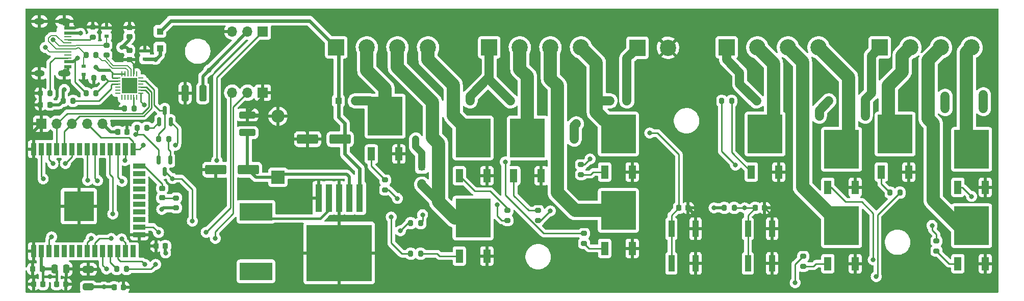
<source format=gbr>
G04 #@! TF.GenerationSoftware,KiCad,Pcbnew,6.0.10-86aedd382b~118~ubuntu22.04.1*
G04 #@! TF.CreationDate,2023-02-02T15:42:05+01:00*
G04 #@! TF.ProjectId,pcb_esp32_wled_pwm_multichannel,7063625f-6573-4703-9332-5f776c65645f,rev?*
G04 #@! TF.SameCoordinates,Original*
G04 #@! TF.FileFunction,Copper,L1,Top*
G04 #@! TF.FilePolarity,Positive*
%FSLAX46Y46*%
G04 Gerber Fmt 4.6, Leading zero omitted, Abs format (unit mm)*
G04 Created by KiCad (PCBNEW 6.0.10-86aedd382b~118~ubuntu22.04.1) date 2023-02-02 15:42:05*
%MOMM*%
%LPD*%
G01*
G04 APERTURE LIST*
G04 Aperture macros list*
%AMRoundRect*
0 Rectangle with rounded corners*
0 $1 Rounding radius*
0 $2 $3 $4 $5 $6 $7 $8 $9 X,Y pos of 4 corners*
0 Add a 4 corners polygon primitive as box body*
4,1,4,$2,$3,$4,$5,$6,$7,$8,$9,$2,$3,0*
0 Add four circle primitives for the rounded corners*
1,1,$1+$1,$2,$3*
1,1,$1+$1,$4,$5*
1,1,$1+$1,$6,$7*
1,1,$1+$1,$8,$9*
0 Add four rect primitives between the rounded corners*
20,1,$1+$1,$2,$3,$4,$5,0*
20,1,$1+$1,$4,$5,$6,$7,0*
20,1,$1+$1,$6,$7,$8,$9,0*
20,1,$1+$1,$8,$9,$2,$3,0*%
G04 Aperture macros list end*
G04 #@! TA.AperFunction,ComponentPad*
%ADD10R,2.700000X2.700000*%
G04 #@! TD*
G04 #@! TA.AperFunction,ComponentPad*
%ADD11C,2.700000*%
G04 #@! TD*
G04 #@! TA.AperFunction,SMDPad,CuDef*
%ADD12RoundRect,0.250000X1.500000X0.550000X-1.500000X0.550000X-1.500000X-0.550000X1.500000X-0.550000X0*%
G04 #@! TD*
G04 #@! TA.AperFunction,SMDPad,CuDef*
%ADD13R,1.100000X1.100000*%
G04 #@! TD*
G04 #@! TA.AperFunction,SMDPad,CuDef*
%ADD14R,1.000000X2.750000*%
G04 #@! TD*
G04 #@! TA.AperFunction,SMDPad,CuDef*
%ADD15R,1.200000X2.200000*%
G04 #@! TD*
G04 #@! TA.AperFunction,SMDPad,CuDef*
%ADD16R,5.800000X6.400000*%
G04 #@! TD*
G04 #@! TA.AperFunction,SMDPad,CuDef*
%ADD17RoundRect,0.200000X0.200000X0.275000X-0.200000X0.275000X-0.200000X-0.275000X0.200000X-0.275000X0*%
G04 #@! TD*
G04 #@! TA.AperFunction,ComponentPad*
%ADD18O,1.700000X1.700000*%
G04 #@! TD*
G04 #@! TA.AperFunction,ComponentPad*
%ADD19R,1.700000X1.700000*%
G04 #@! TD*
G04 #@! TA.AperFunction,SMDPad,CuDef*
%ADD20RoundRect,0.200000X-0.275000X0.200000X-0.275000X-0.200000X0.275000X-0.200000X0.275000X0.200000X0*%
G04 #@! TD*
G04 #@! TA.AperFunction,SMDPad,CuDef*
%ADD21RoundRect,0.200000X0.275000X-0.200000X0.275000X0.200000X-0.275000X0.200000X-0.275000X-0.200000X0*%
G04 #@! TD*
G04 #@! TA.AperFunction,SMDPad,CuDef*
%ADD22R,0.700000X0.600000*%
G04 #@! TD*
G04 #@! TA.AperFunction,SMDPad,CuDef*
%ADD23RoundRect,0.200000X-0.200000X-0.275000X0.200000X-0.275000X0.200000X0.275000X-0.200000X0.275000X0*%
G04 #@! TD*
G04 #@! TA.AperFunction,SMDPad,CuDef*
%ADD24RoundRect,0.225000X-0.225000X-0.250000X0.225000X-0.250000X0.225000X0.250000X-0.225000X0.250000X0*%
G04 #@! TD*
G04 #@! TA.AperFunction,SMDPad,CuDef*
%ADD25RoundRect,0.225000X0.225000X0.250000X-0.225000X0.250000X-0.225000X-0.250000X0.225000X-0.250000X0*%
G04 #@! TD*
G04 #@! TA.AperFunction,SMDPad,CuDef*
%ADD26RoundRect,0.250000X0.650000X-0.325000X0.650000X0.325000X-0.650000X0.325000X-0.650000X-0.325000X0*%
G04 #@! TD*
G04 #@! TA.AperFunction,SMDPad,CuDef*
%ADD27RoundRect,0.225000X-0.250000X0.225000X-0.250000X-0.225000X0.250000X-0.225000X0.250000X0.225000X0*%
G04 #@! TD*
G04 #@! TA.AperFunction,SMDPad,CuDef*
%ADD28R,5.400000X2.900000*%
G04 #@! TD*
G04 #@! TA.AperFunction,SMDPad,CuDef*
%ADD29RoundRect,0.250000X-0.250000X-0.475000X0.250000X-0.475000X0.250000X0.475000X-0.250000X0.475000X0*%
G04 #@! TD*
G04 #@! TA.AperFunction,SMDPad,CuDef*
%ADD30RoundRect,0.062500X-0.062500X0.350000X-0.062500X-0.350000X0.062500X-0.350000X0.062500X0.350000X0*%
G04 #@! TD*
G04 #@! TA.AperFunction,SMDPad,CuDef*
%ADD31RoundRect,0.062500X-0.350000X0.062500X-0.350000X-0.062500X0.350000X-0.062500X0.350000X0.062500X0*%
G04 #@! TD*
G04 #@! TA.AperFunction,SMDPad,CuDef*
%ADD32R,2.600000X2.600000*%
G04 #@! TD*
G04 #@! TA.AperFunction,SMDPad,CuDef*
%ADD33R,0.900000X2.000000*%
G04 #@! TD*
G04 #@! TA.AperFunction,SMDPad,CuDef*
%ADD34R,2.000000X0.900000*%
G04 #@! TD*
G04 #@! TA.AperFunction,SMDPad,CuDef*
%ADD35R,5.000000X5.000000*%
G04 #@! TD*
G04 #@! TA.AperFunction,ComponentPad*
%ADD36R,2.200000X2.200000*%
G04 #@! TD*
G04 #@! TA.AperFunction,ComponentPad*
%ADD37O,2.200000X2.200000*%
G04 #@! TD*
G04 #@! TA.AperFunction,SMDPad,CuDef*
%ADD38RoundRect,0.250000X1.100000X-0.325000X1.100000X0.325000X-1.100000X0.325000X-1.100000X-0.325000X0*%
G04 #@! TD*
G04 #@! TA.AperFunction,SMDPad,CuDef*
%ADD39RoundRect,0.250000X0.325000X1.100000X-0.325000X1.100000X-0.325000X-1.100000X0.325000X-1.100000X0*%
G04 #@! TD*
G04 #@! TA.AperFunction,SMDPad,CuDef*
%ADD40RoundRect,0.225000X0.250000X-0.225000X0.250000X0.225000X-0.250000X0.225000X-0.250000X-0.225000X0*%
G04 #@! TD*
G04 #@! TA.AperFunction,SMDPad,CuDef*
%ADD41R,1.100000X4.600000*%
G04 #@! TD*
G04 #@! TA.AperFunction,SMDPad,CuDef*
%ADD42R,10.800000X9.400000*%
G04 #@! TD*
G04 #@! TA.AperFunction,SMDPad,CuDef*
%ADD43R,1.160000X0.580000*%
G04 #@! TD*
G04 #@! TA.AperFunction,SMDPad,CuDef*
%ADD44R,1.160000X0.280000*%
G04 #@! TD*
G04 #@! TA.AperFunction,ComponentPad*
%ADD45O,1.800000X1.000000*%
G04 #@! TD*
G04 #@! TA.AperFunction,ComponentPad*
%ADD46O,2.100000X1.000000*%
G04 #@! TD*
G04 #@! TA.AperFunction,SMDPad,CuDef*
%ADD47RoundRect,0.150000X0.150000X-0.587500X0.150000X0.587500X-0.150000X0.587500X-0.150000X-0.587500X0*%
G04 #@! TD*
G04 #@! TA.AperFunction,SMDPad,CuDef*
%ADD48RoundRect,0.218750X-0.256250X0.218750X-0.256250X-0.218750X0.256250X-0.218750X0.256250X0.218750X0*%
G04 #@! TD*
G04 #@! TA.AperFunction,SMDPad,CuDef*
%ADD49RoundRect,0.150000X-0.150000X0.587500X-0.150000X-0.587500X0.150000X-0.587500X0.150000X0.587500X0*%
G04 #@! TD*
G04 #@! TA.AperFunction,ViaPad*
%ADD50C,0.800000*%
G04 #@! TD*
G04 #@! TA.AperFunction,Conductor*
%ADD51C,0.250000*%
G04 #@! TD*
G04 #@! TA.AperFunction,Conductor*
%ADD52C,0.600000*%
G04 #@! TD*
G04 #@! TA.AperFunction,Conductor*
%ADD53C,0.500000*%
G04 #@! TD*
G04 #@! TA.AperFunction,Conductor*
%ADD54C,0.400000*%
G04 #@! TD*
G04 #@! TA.AperFunction,Conductor*
%ADD55C,1.500000*%
G04 #@! TD*
G04 #@! TA.AperFunction,Conductor*
%ADD56C,1.200000*%
G04 #@! TD*
G04 #@! TA.AperFunction,Conductor*
%ADD57C,2.200000*%
G04 #@! TD*
G04 #@! TA.AperFunction,Conductor*
%ADD58C,0.200000*%
G04 #@! TD*
G04 APERTURE END LIST*
D10*
G04 #@! TO.P,J101,1,Pin_1*
G04 #@! TO.N,VDD*
X61740000Y-44450000D03*
D11*
G04 #@! TO.P,J101,2,Pin_2*
G04 #@! TO.N,/LED_R1*
X66820000Y-44450000D03*
G04 #@! TO.P,J101,3,Pin_3*
G04 #@! TO.N,/LED_G1*
X71900000Y-44450000D03*
G04 #@! TO.P,J101,4,Pin_4*
G04 #@! TO.N,/LED_B1*
X76980000Y-44450000D03*
G04 #@! TD*
D12*
G04 #@! TO.P,C117,1*
G04 #@! TO.N,+3V3*
X47150000Y-64770000D03*
G04 #@! TO.P,C117,2*
G04 #@! TO.N,GND*
X41750000Y-64770000D03*
G04 #@! TD*
G04 #@! TO.P,C116,1*
G04 #@! TO.N,VDD*
X62390000Y-59690000D03*
G04 #@! TO.P,C116,2*
G04 #@! TO.N,GND*
X56990000Y-59690000D03*
G04 #@! TD*
D13*
G04 #@! TO.P,D111,1,K*
G04 #@! TO.N,VDD*
X162820000Y-54610000D03*
G04 #@! TO.P,D111,2,A*
G04 #@! TO.N,/LED_G4*
X160020000Y-54610000D03*
G04 #@! TD*
D14*
G04 #@! TO.P,SW101,1,1*
G04 #@! TO.N,/ESP_EN*
X130080000Y-74590000D03*
X130080000Y-80350000D03*
G04 #@! TO.P,SW101,2,2*
G04 #@! TO.N,GND*
X134080000Y-74590000D03*
X134080000Y-80350000D03*
G04 #@! TD*
D15*
G04 #@! TO.P,Q111,1,G*
G04 #@! TO.N,Net-(Q111-Pad1)*
X164930000Y-80400000D03*
D16*
G04 #@! TO.P,Q111,2,D*
G04 #@! TO.N,/LED_G4*
X167210000Y-74100000D03*
D15*
G04 #@! TO.P,Q111,3,S*
G04 #@! TO.N,GND*
X169490000Y-80400000D03*
G04 #@! TD*
D17*
G04 #@! TO.P,R126,1*
G04 #@! TO.N,Net-(J109-PadB5)*
X14236200Y-52070000D03*
G04 #@! TO.P,R126,2*
G04 #@! TO.N,GND*
X12586200Y-52070000D03*
G04 #@! TD*
D15*
G04 #@! TO.P,Q102,1,G*
G04 #@! TO.N,Net-(Q102-Pad1)*
X82175000Y-79130000D03*
D16*
G04 #@! TO.P,Q102,2,D*
G04 #@! TO.N,/LED_G1*
X84455000Y-72830000D03*
D15*
G04 #@! TO.P,Q102,3,S*
G04 #@! TO.N,GND*
X86735000Y-79130000D03*
G04 #@! TD*
D18*
G04 #@! TO.P,J107,3,Pin_3*
G04 #@! TO.N,/I2S_SCK*
X44465000Y-51970000D03*
G04 #@! TO.P,J107,2,Pin_2*
G04 #@! TO.N,/I2S_SM*
X47005000Y-51970000D03*
D19*
G04 #@! TO.P,J107,1,Pin_1*
G04 #@! TO.N,GND*
X49545000Y-51970000D03*
G04 #@! TD*
D18*
G04 #@! TO.P,J106,3,Pin_3*
G04 #@! TO.N,GND*
X44465000Y-41810000D03*
G04 #@! TO.P,J106,2,Pin_2*
G04 #@! TO.N,+3V3*
X47005000Y-41810000D03*
D19*
G04 #@! TO.P,J106,1,Pin_1*
G04 #@! TO.N,/I2S_SD*
X49545000Y-41810000D03*
G04 #@! TD*
D20*
G04 #@! TO.P,R101,1*
G04 #@! TO.N,Net-(Q101-Pad1)*
X69850000Y-66485000D03*
G04 #@! TO.P,R101,2*
G04 #@! TO.N,/PWM_R1*
X69850000Y-68135000D03*
G04 #@! TD*
D21*
G04 #@! TO.P,R125,1*
G04 #@! TO.N,Net-(J109-PadA5)*
X21285200Y-42735000D03*
G04 #@! TO.P,R125,2*
G04 #@! TO.N,GND*
X21285200Y-41085000D03*
G04 #@! TD*
D22*
G04 #@! TO.P,D117,1,A1*
G04 #@! TO.N,GND*
X23571200Y-41210000D03*
G04 #@! TO.P,D117,2,A2*
G04 #@! TO.N,/UCD+*
X23571200Y-42610000D03*
G04 #@! TD*
D13*
G04 #@! TO.P,D104,1,K*
G04 #@! TO.N,VDD*
X90675000Y-53340000D03*
G04 #@! TO.P,D104,2,A*
G04 #@! TO.N,/LED_R2*
X93475000Y-53340000D03*
G04 #@! TD*
D15*
G04 #@! TO.P,Q107,1,G*
G04 #@! TO.N,Net-(Q107-Pad1)*
X130640000Y-65160000D03*
D16*
G04 #@! TO.P,Q107,2,D*
G04 #@! TO.N,/LED_R3*
X132920000Y-58860000D03*
D15*
G04 #@! TO.P,Q107,3,S*
G04 #@! TO.N,GND*
X135200000Y-65160000D03*
G04 #@! TD*
D17*
G04 #@! TO.P,R102,1*
G04 #@! TO.N,Net-(Q102-Pad1)*
X75755000Y-78740000D03*
G04 #@! TO.P,R102,2*
G04 #@! TO.N,/PWM_G1*
X74105000Y-78740000D03*
G04 #@! TD*
D23*
G04 #@! TO.P,R119,1*
G04 #@! TO.N,+3V3*
X16396200Y-53340000D03*
G04 #@! TO.P,R119,2*
G04 #@! TO.N,Net-(R119-Pad2)*
X18046200Y-53340000D03*
G04 #@! TD*
D21*
G04 #@! TO.P,R111,1*
G04 #@! TO.N,Net-(Q111-Pad1)*
X161382500Y-78295000D03*
G04 #@! TO.P,R111,2*
G04 #@! TO.N,/PWM_G4*
X161382500Y-76645000D03*
G04 #@! TD*
D10*
G04 #@! TO.P,J104,1,Pin_1*
G04 #@! TO.N,VDD*
X151970000Y-44450000D03*
D11*
G04 #@! TO.P,J104,2,Pin_2*
G04 #@! TO.N,/LED_R4*
X157050000Y-44450000D03*
G04 #@! TO.P,J104,3,Pin_3*
G04 #@! TO.N,/LED_G4*
X162130000Y-44450000D03*
G04 #@! TO.P,J104,4,Pin_4*
G04 #@! TO.N,/LED_B4*
X167210000Y-44450000D03*
G04 #@! TD*
D24*
G04 #@! TO.P,C111,1*
G04 #@! TO.N,/IO0*
X118605000Y-71120000D03*
G04 #@! TO.P,C111,2*
G04 #@! TO.N,GND*
X120155000Y-71120000D03*
G04 #@! TD*
D15*
G04 #@! TO.P,Q105,1,G*
G04 #@! TO.N,Net-(Q105-Pad1)*
X106305000Y-77860000D03*
D16*
G04 #@! TO.P,Q105,2,D*
G04 #@! TO.N,/LED_G2*
X108585000Y-71560000D03*
D15*
G04 #@! TO.P,Q105,3,S*
G04 #@! TO.N,GND*
X110865000Y-77860000D03*
G04 #@! TD*
D21*
G04 #@! TO.P,R105,1*
G04 #@! TO.N,Net-(Q105-Pad1)*
X102870000Y-77025000D03*
G04 #@! TO.P,R105,2*
G04 #@! TO.N,/PWM_G2*
X102870000Y-75375000D03*
G04 #@! TD*
D13*
G04 #@! TO.P,D107,1,K*
G04 #@! TO.N,VDD*
X131520000Y-53340000D03*
G04 #@! TO.P,D107,2,A*
G04 #@! TO.N,/LED_R3*
X134320000Y-53340000D03*
G04 #@! TD*
D15*
G04 #@! TO.P,Q110,1,G*
G04 #@! TO.N,Net-(Q110-Pad1)*
X152230000Y-65160000D03*
D16*
G04 #@! TO.P,Q110,2,D*
G04 #@! TO.N,/LED_R4*
X154510000Y-58860000D03*
D15*
G04 #@! TO.P,Q110,3,S*
G04 #@! TO.N,GND*
X156790000Y-65160000D03*
G04 #@! TD*
D22*
G04 #@! TO.P,D115,1,A1*
G04 #@! TO.N,GND*
X29921200Y-45020000D03*
G04 #@! TO.P,D115,2,A2*
G04 #@! TO.N,/UVBUS*
X29921200Y-46420000D03*
G04 #@! TD*
D25*
G04 #@! TO.P,C102,1*
G04 #@! TO.N,+3V3*
X14186200Y-53975000D03*
G04 #@! TO.P,C102,2*
G04 #@! TO.N,GND*
X12636200Y-53975000D03*
G04 #@! TD*
D17*
G04 #@! TO.P,R120,1*
G04 #@! TO.N,/VBUS*
X23126200Y-49530000D03*
G04 #@! TO.P,R120,2*
G04 #@! TO.N,GND*
X21476200Y-49530000D03*
G04 #@! TD*
D26*
G04 #@! TO.P,C101,1*
G04 #@! TO.N,+3V3*
X20574000Y-84279000D03*
G04 #@! TO.P,C101,2*
G04 #@! TO.N,GND*
X20574000Y-81329000D03*
G04 #@! TD*
D13*
G04 #@! TO.P,D105,1,K*
G04 #@! TO.N,VDD*
X101240000Y-59690000D03*
G04 #@! TO.P,D105,2,A*
G04 #@! TO.N,/LED_G2*
X98440000Y-59690000D03*
G04 #@! TD*
G04 #@! TO.P,D102,1,K*
G04 #@! TO.N,VDD*
X75930000Y-64365000D03*
G04 #@! TO.P,D102,2,A*
G04 #@! TO.N,/LED_G1*
X75930000Y-67165000D03*
G04 #@! TD*
D17*
G04 #@! TO.P,R112,1*
G04 #@! TO.N,Net-(Q112-Pad1)*
X75755000Y-73660000D03*
G04 #@! TO.P,R112,2*
G04 #@! TO.N,/PWM_B4*
X74105000Y-73660000D03*
G04 #@! TD*
D20*
G04 #@! TO.P,R104,1*
G04 #@! TO.N,Net-(Q104-Pad1)*
X95250000Y-71565000D03*
G04 #@! TO.P,R104,2*
G04 #@! TO.N,/PWM_R2*
X95250000Y-73215000D03*
G04 #@! TD*
D15*
G04 #@! TO.P,Q108,1,G*
G04 #@! TO.N,Net-(Q108-Pad1)*
X143340000Y-80400000D03*
D16*
G04 #@! TO.P,Q108,2,D*
G04 #@! TO.N,/LED_G3*
X145620000Y-74100000D03*
D15*
G04 #@! TO.P,Q108,3,S*
G04 #@! TO.N,GND*
X147900000Y-80400000D03*
G04 #@! TD*
D25*
G04 #@! TO.P,C103,1*
G04 #@! TO.N,+3V3*
X33363200Y-77470000D03*
G04 #@! TO.P,C103,2*
G04 #@! TO.N,GND*
X31813200Y-77470000D03*
G04 #@! TD*
D27*
G04 #@! TO.P,C115,1*
G04 #@! TO.N,+3V3*
X27381200Y-44945000D03*
G04 #@! TO.P,C115,2*
G04 #@! TO.N,GND*
X27381200Y-46495000D03*
G04 #@! TD*
D25*
G04 #@! TO.P,C110,1*
G04 #@! TO.N,+3V3*
X13043200Y-83820000D03*
G04 #@! TO.P,C110,2*
G04 #@! TO.N,GND*
X11493200Y-83820000D03*
G04 #@! TD*
D13*
G04 #@! TO.P,D109,1,K*
G04 #@! TO.N,VDD*
X149560000Y-55880000D03*
G04 #@! TO.P,D109,2,A*
G04 #@! TO.N,/LED_B3*
X146760000Y-55880000D03*
G04 #@! TD*
D20*
G04 #@! TO.P,R103,1*
G04 #@! TO.N,Net-(Q103-Pad1)*
X90170000Y-71565000D03*
G04 #@! TO.P,R103,2*
G04 #@! TO.N,/PWM_B1*
X90170000Y-73215000D03*
G04 #@! TD*
D21*
G04 #@! TO.P,R106,1*
G04 #@! TO.N,Net-(Q106-Pad1)*
X102380000Y-65595000D03*
G04 #@! TO.P,R106,2*
G04 #@! TO.N,/PWM_B2*
X102380000Y-63945000D03*
G04 #@! TD*
D15*
G04 #@! TO.P,Q109,1,G*
G04 #@! TO.N,Net-(Q109-Pad1)*
X143340000Y-67700000D03*
D16*
G04 #@! TO.P,Q109,2,D*
G04 #@! TO.N,/LED_B3*
X145620000Y-61400000D03*
D15*
G04 #@! TO.P,Q109,3,S*
G04 #@! TO.N,GND*
X147900000Y-67700000D03*
G04 #@! TD*
G04 #@! TO.P,Q101,1,G*
G04 #@! TO.N,Net-(Q101-Pad1)*
X67570000Y-62180000D03*
D16*
G04 #@! TO.P,Q101,2,D*
G04 #@! TO.N,/LED_R1*
X69850000Y-55880000D03*
D15*
G04 #@! TO.P,Q101,3,S*
G04 #@! TO.N,GND*
X72130000Y-62180000D03*
G04 #@! TD*
D10*
G04 #@! TO.P,J103,1,Pin_1*
G04 #@! TO.N,VDD*
X126570000Y-44450000D03*
D11*
G04 #@! TO.P,J103,2,Pin_2*
G04 #@! TO.N,/LED_R3*
X131650000Y-44450000D03*
G04 #@! TO.P,J103,3,Pin_3*
G04 #@! TO.N,/LED_G3*
X136730000Y-44450000D03*
G04 #@! TO.P,J103,4,Pin_4*
G04 #@! TO.N,/LED_B3*
X141810000Y-44450000D03*
G04 #@! TD*
D22*
G04 #@! TO.P,D116,1,A1*
G04 #@! TO.N,GND*
X19761200Y-48960000D03*
G04 #@! TO.P,D116,2,A2*
G04 #@! TO.N,/UCD-*
X19761200Y-47560000D03*
G04 #@! TD*
D28*
G04 #@! TO.P,L101,1,1*
G04 #@! TO.N,Net-(L101-Pad1)*
X48435584Y-71760660D03*
G04 #@! TO.P,L101,2,2*
G04 #@! TO.N,+3V3*
X48435584Y-81660660D03*
G04 #@! TD*
D17*
G04 #@! TO.P,R118,1*
G04 #@! TO.N,Net-(Q114-Pad1)*
X30299200Y-57785000D03*
G04 #@! TO.P,R118,2*
G04 #@! TO.N,/RTS*
X28649200Y-57785000D03*
G04 #@! TD*
D21*
G04 #@! TO.P,R108,1*
G04 #@! TO.N,Net-(Q108-Pad1)*
X139270000Y-80835000D03*
G04 #@! TO.P,R108,2*
G04 #@! TO.N,/PWM_G3*
X139270000Y-79185000D03*
G04 #@! TD*
D24*
G04 #@! TO.P,C108,1*
G04 #@! TO.N,+3V3*
X25463200Y-58471500D03*
G04 #@! TO.P,C108,2*
G04 #@! TO.N,GND*
X27013200Y-58471500D03*
G04 #@! TD*
D25*
G04 #@! TO.P,C105,1*
G04 #@! TO.N,+3V3*
X12916200Y-81280000D03*
G04 #@! TO.P,C105,2*
G04 #@! TO.N,GND*
X11366200Y-81280000D03*
G04 #@! TD*
D15*
G04 #@! TO.P,Q106,1,G*
G04 #@! TO.N,Net-(Q106-Pad1)*
X106305000Y-65160000D03*
D16*
G04 #@! TO.P,Q106,2,D*
G04 #@! TO.N,/LED_B2*
X108585000Y-58860000D03*
D15*
G04 #@! TO.P,Q106,3,S*
G04 #@! TO.N,GND*
X110865000Y-65160000D03*
G04 #@! TD*
D24*
G04 #@! TO.P,C109,1*
G04 #@! TO.N,+3V3*
X24879000Y-84328000D03*
G04 #@! TO.P,C109,2*
G04 #@! TO.N,GND*
X26429000Y-84328000D03*
G04 #@! TD*
G04 #@! TO.P,C107,1*
G04 #@! TO.N,/ESP_EN*
X131305000Y-71120000D03*
G04 #@! TO.P,C107,2*
G04 #@! TO.N,GND*
X132855000Y-71120000D03*
G04 #@! TD*
D15*
G04 #@! TO.P,Q103,1,G*
G04 #@! TO.N,Net-(Q103-Pad1)*
X82175000Y-65795000D03*
D16*
G04 #@! TO.P,Q103,2,D*
G04 #@! TO.N,/LED_B1*
X84455000Y-59495000D03*
D15*
G04 #@! TO.P,Q103,3,S*
G04 #@! TO.N,GND*
X86735000Y-65795000D03*
G04 #@! TD*
D29*
G04 #@! TO.P,C104,1*
G04 #@! TO.N,+3V3*
X15001200Y-81280000D03*
G04 #@! TO.P,C104,2*
G04 #@! TO.N,GND*
X16901200Y-81280000D03*
G04 #@! TD*
D30*
G04 #@! TO.P,U103,1,~{RI}/CLK*
G04 #@! TO.N,/RI*
X28631200Y-48862500D03*
G04 #@! TO.P,U103,2,GND*
G04 #@! TO.N,GND*
X28131200Y-48862500D03*
G04 #@! TO.P,U103,3,D+*
G04 #@! TO.N,/USB_D+*
X27631200Y-48862500D03*
G04 #@! TO.P,U103,4,D-*
G04 #@! TO.N,/USB_D-*
X27131200Y-48862500D03*
G04 #@! TO.P,U103,5,VIO*
G04 #@! TO.N,+3V3*
X26631200Y-48862500D03*
G04 #@! TO.P,U103,6,VDD*
X26131200Y-48862500D03*
D31*
G04 #@! TO.P,U103,7,VREGIN*
X25443700Y-49550000D03*
G04 #@! TO.P,U103,8,VBUS*
G04 #@! TO.N,/VBUS*
X25443700Y-50050000D03*
G04 #@! TO.P,U103,9,~{RST}*
G04 #@! TO.N,Net-(R119-Pad2)*
X25443700Y-50550000D03*
G04 #@! TO.P,U103,10,NC*
G04 #@! TO.N,unconnected-(U103-Pad10)*
X25443700Y-51050000D03*
G04 #@! TO.P,U103,11,~{WAKEUP}/GPIO.3*
G04 #@! TO.N,unconnected-(U103-Pad11)*
X25443700Y-51550000D03*
G04 #@! TO.P,U103,12,RS485/GPIO.2*
G04 #@! TO.N,unconnected-(U103-Pad12)*
X25443700Y-52050000D03*
D30*
G04 #@! TO.P,U103,13,~{RXT}/GPIO.1*
G04 #@! TO.N,unconnected-(U103-Pad13)*
X26131200Y-52737500D03*
G04 #@! TO.P,U103,14,~{TXT}/GPIO.0*
G04 #@! TO.N,unconnected-(U103-Pad14)*
X26631200Y-52737500D03*
G04 #@! TO.P,U103,15,~{SUSPEND}*
G04 #@! TO.N,unconnected-(U103-Pad15)*
X27131200Y-52737500D03*
G04 #@! TO.P,U103,16,NC*
G04 #@! TO.N,unconnected-(U103-Pad16)*
X27631200Y-52737500D03*
G04 #@! TO.P,U103,17,SUSPEND*
G04 #@! TO.N,Net-(R121-Pad1)*
X28131200Y-52737500D03*
G04 #@! TO.P,U103,18,~{CTS}*
G04 #@! TO.N,/CTS*
X28631200Y-52737500D03*
D31*
G04 #@! TO.P,U103,19,~{RTS}*
G04 #@! TO.N,/RTS*
X29318700Y-52050000D03*
G04 #@! TO.P,U103,20,RXD*
G04 #@! TO.N,/RXD*
X29318700Y-51550000D03*
G04 #@! TO.P,U103,21,TXD*
G04 #@! TO.N,/RXD0*
X29318700Y-51050000D03*
G04 #@! TO.P,U103,22,~{DSR}*
G04 #@! TO.N,/DSR*
X29318700Y-50550000D03*
G04 #@! TO.P,U103,23,~{DTR}*
G04 #@! TO.N,/DTR*
X29318700Y-50050000D03*
G04 #@! TO.P,U103,24,~{DCD}*
G04 #@! TO.N,/DCD*
X29318700Y-49550000D03*
D32*
G04 #@! TO.P,U103,25,GND*
G04 #@! TO.N,GND*
X27381200Y-50800000D03*
G04 #@! TD*
D13*
G04 #@! TO.P,D108,1,K*
G04 #@! TO.N,VDD*
X141940000Y-55880000D03*
G04 #@! TO.P,D108,2,A*
G04 #@! TO.N,/LED_G3*
X139140000Y-55880000D03*
G04 #@! TD*
D14*
G04 #@! TO.P,SW102,1,1*
G04 #@! TO.N,GND*
X121380000Y-74590000D03*
X121380000Y-80350000D03*
G04 #@! TO.P,SW102,2,2*
G04 #@! TO.N,/IO0*
X117380000Y-80350000D03*
X117380000Y-74590000D03*
G04 #@! TD*
D10*
G04 #@! TO.P,J102,1,Pin_1*
G04 #@! TO.N,VDD*
X87140000Y-44450000D03*
D11*
G04 #@! TO.P,J102,2,Pin_2*
G04 #@! TO.N,/LED_R2*
X92220000Y-44450000D03*
G04 #@! TO.P,J102,3,Pin_3*
G04 #@! TO.N,/LED_G2*
X97300000Y-44450000D03*
G04 #@! TO.P,J102,4,Pin_4*
G04 #@! TO.N,/LED_B2*
X102380000Y-44450000D03*
G04 #@! TD*
D33*
G04 #@! TO.P,U101,1,GND*
G04 #@! TO.N,GND*
X11506200Y-78350000D03*
G04 #@! TO.P,U101,2,VDD*
G04 #@! TO.N,+3V3*
X12776200Y-78350000D03*
G04 #@! TO.P,U101,3,EN*
G04 #@! TO.N,/ESP_EN*
X14046200Y-78350000D03*
G04 #@! TO.P,U101,4,SENSOR_VP*
G04 #@! TO.N,unconnected-(U101-Pad4)*
X15316200Y-78350000D03*
G04 #@! TO.P,U101,5,SENSOR_VN*
G04 #@! TO.N,unconnected-(U101-Pad5)*
X16586200Y-78350000D03*
G04 #@! TO.P,U101,6,IO34*
G04 #@! TO.N,unconnected-(U101-Pad6)*
X17856200Y-78350000D03*
G04 #@! TO.P,U101,7,IO35*
G04 #@! TO.N,unconnected-(U101-Pad7)*
X19126200Y-78350000D03*
G04 #@! TO.P,U101,8,IO32*
G04 #@! TO.N,/PWM_G4*
X20396200Y-78350000D03*
G04 #@! TO.P,U101,9,IO33*
G04 #@! TO.N,/PWM_B4*
X21666200Y-78350000D03*
G04 #@! TO.P,U101,10,IO25*
G04 #@! TO.N,/PWM_G3*
X22936200Y-78350000D03*
G04 #@! TO.P,U101,11,IO26*
G04 #@! TO.N,/PWM_B3*
X24206200Y-78350000D03*
G04 #@! TO.P,U101,12,IO27*
G04 #@! TO.N,/PWM_R4*
X25476200Y-78350000D03*
G04 #@! TO.P,U101,13,IO14*
G04 #@! TO.N,/I2S_SM*
X26746200Y-78350000D03*
G04 #@! TO.P,U101,14,IO12*
G04 #@! TO.N,unconnected-(U101-Pad14)*
X28016200Y-78350000D03*
D34*
G04 #@! TO.P,U101,15,GND*
G04 #@! TO.N,GND*
X29016200Y-75565000D03*
G04 #@! TO.P,U101,16,IO13*
G04 #@! TO.N,/I2S_SCK*
X29016200Y-74295000D03*
G04 #@! TO.P,U101,17,SHD/SD2*
G04 #@! TO.N,unconnected-(U101-Pad17)*
X29016200Y-73025000D03*
G04 #@! TO.P,U101,18,SWP/SD3*
G04 #@! TO.N,unconnected-(U101-Pad18)*
X29016200Y-71755000D03*
G04 #@! TO.P,U101,19,SCS/CMD*
G04 #@! TO.N,unconnected-(U101-Pad19)*
X29016200Y-70485000D03*
G04 #@! TO.P,U101,20,SCK/CLK*
G04 #@! TO.N,unconnected-(U101-Pad20)*
X29016200Y-69215000D03*
G04 #@! TO.P,U101,21,SDO/SD0*
G04 #@! TO.N,unconnected-(U101-Pad21)*
X29016200Y-67945000D03*
G04 #@! TO.P,U101,22,SDI/SD1*
G04 #@! TO.N,unconnected-(U101-Pad22)*
X29016200Y-66675000D03*
G04 #@! TO.P,U101,23,IO15*
G04 #@! TO.N,unconnected-(U101-Pad23)*
X29016200Y-65405000D03*
G04 #@! TO.P,U101,24,IO2*
G04 #@! TO.N,/ONBOARD_LED*
X29016200Y-64135000D03*
D33*
G04 #@! TO.P,U101,25,IO0*
G04 #@! TO.N,/IO0*
X28016200Y-61350000D03*
G04 #@! TO.P,U101,26,IO4*
G04 #@! TO.N,/I2S_SD*
X26746200Y-61350000D03*
G04 #@! TO.P,U101,27,IO16*
G04 #@! TO.N,/PWM_R1*
X25476200Y-61350000D03*
G04 #@! TO.P,U101,28,IO17*
G04 #@! TO.N,/PWM_G1*
X24206200Y-61350000D03*
G04 #@! TO.P,U101,29,IO5*
G04 #@! TO.N,unconnected-(U101-Pad29)*
X22936200Y-61350000D03*
G04 #@! TO.P,U101,30,IO18*
G04 #@! TO.N,/PWM_B1*
X21666200Y-61350000D03*
G04 #@! TO.P,U101,31,IO19*
G04 #@! TO.N,/PWM_R2*
X20396200Y-61350000D03*
G04 #@! TO.P,U101,32,NC*
G04 #@! TO.N,unconnected-(U101-Pad32)*
X19126200Y-61350000D03*
G04 #@! TO.P,U101,33,IO21*
G04 #@! TO.N,/PWM_G2*
X17856200Y-61350000D03*
G04 #@! TO.P,U101,34,RXD0/IO3*
G04 #@! TO.N,/RXD0*
X16586200Y-61350000D03*
G04 #@! TO.P,U101,35,TXD0/IO1*
G04 #@! TO.N,/RXD*
X15316200Y-61350000D03*
G04 #@! TO.P,U101,36,IO22*
G04 #@! TO.N,/PWM_B2*
X14046200Y-61350000D03*
G04 #@! TO.P,U101,37,IO23*
G04 #@! TO.N,/PWM_R3*
X12776200Y-61350000D03*
G04 #@! TO.P,U101,38,GND*
G04 #@! TO.N,GND*
X11506200Y-61350000D03*
D35*
G04 #@! TO.P,U101,39,GND*
X19006200Y-70850000D03*
G04 #@! TD*
D36*
G04 #@! TO.P,D118,1,K*
G04 #@! TO.N,+3V3*
X52070000Y-66040000D03*
D37*
G04 #@! TO.P,D118,2,A*
G04 #@! TO.N,GND*
X52070000Y-55880000D03*
G04 #@! TD*
D15*
G04 #@! TO.P,Q112,1,G*
G04 #@! TO.N,Net-(Q112-Pad1)*
X164930000Y-67700000D03*
D16*
G04 #@! TO.P,Q112,2,D*
G04 #@! TO.N,/LED_B4*
X167210000Y-61400000D03*
D15*
G04 #@! TO.P,Q112,3,S*
G04 #@! TO.N,GND*
X169490000Y-67700000D03*
G04 #@! TD*
D17*
G04 #@! TO.P,R107,1*
G04 #@! TO.N,Net-(Q107-Pad1)*
X127395000Y-53340000D03*
G04 #@! TO.P,R107,2*
G04 #@! TO.N,/PWM_R3*
X125745000Y-53340000D03*
G04 #@! TD*
D38*
G04 #@! TO.P,C112,1*
G04 #@! TO.N,+3V3*
X46990000Y-58625000D03*
G04 #@! TO.P,C112,2*
G04 #@! TO.N,GND*
X46990000Y-55675000D03*
G04 #@! TD*
D23*
G04 #@! TO.P,R114,1*
G04 #@! TO.N,+3V3*
X126175000Y-71120000D03*
G04 #@! TO.P,R114,2*
G04 #@! TO.N,/ESP_EN*
X127825000Y-71120000D03*
G04 #@! TD*
D17*
G04 #@! TO.P,R121,1*
G04 #@! TO.N,Net-(R121-Pad1)*
X28206200Y-54610000D03*
G04 #@! TO.P,R121,2*
G04 #@! TO.N,GND*
X26556200Y-54610000D03*
G04 #@! TD*
D13*
G04 #@! TO.P,D112,1,K*
G04 #@! TO.N,VDD*
X169170000Y-54610000D03*
G04 #@! TO.P,D112,2,A*
G04 #@! TO.N,/LED_B4*
X166370000Y-54610000D03*
G04 #@! TD*
D21*
G04 #@! TO.P,R124,1*
G04 #@! TO.N,/USB_D+*
X23571200Y-45720000D03*
G04 #@! TO.P,R124,2*
G04 #@! TO.N,/UCD+*
X23571200Y-44070000D03*
G04 #@! TD*
D39*
G04 #@! TO.P,C113,1*
G04 #@! TO.N,+3V3*
X39575000Y-52070000D03*
G04 #@! TO.P,C113,2*
G04 #@! TO.N,GND*
X36625000Y-52070000D03*
G04 #@! TD*
D19*
G04 #@! TO.P,J105,1,Pin_1*
G04 #@! TO.N,GND*
X12781200Y-57150000D03*
D18*
G04 #@! TO.P,J105,2,Pin_2*
G04 #@! TO.N,/RXD*
X15321200Y-57150000D03*
G04 #@! TO.P,J105,3,Pin_3*
G04 #@! TO.N,/RXD0*
X17861200Y-57150000D03*
G04 #@! TO.P,J105,4,Pin_4*
G04 #@! TO.N,/IO0*
X20401200Y-57150000D03*
G04 #@! TO.P,J105,5,Pin_5*
G04 #@! TO.N,+3V3*
X22941200Y-57150000D03*
G04 #@! TD*
D40*
G04 #@! TO.P,C114,1*
G04 #@! TO.N,+3V3*
X27381200Y-42685000D03*
G04 #@! TO.P,C114,2*
G04 #@! TO.N,GND*
X27381200Y-41135000D03*
G04 #@! TD*
D17*
G04 #@! TO.P,R117,1*
G04 #@! TO.N,Net-(Q113-Pad1)*
X33921200Y-59690000D03*
G04 #@! TO.P,R117,2*
G04 #@! TO.N,/DTR*
X32271200Y-59690000D03*
G04 #@! TD*
D13*
G04 #@! TO.P,D110,1,K*
G04 #@! TO.N,VDD*
X150570000Y-52070000D03*
G04 #@! TO.P,D110,2,A*
G04 #@! TO.N,/LED_R4*
X153370000Y-52070000D03*
G04 #@! TD*
D41*
G04 #@! TO.P,U102,1,VIN*
G04 #@! TO.N,VDD*
X65630000Y-69475000D03*
G04 #@! TO.P,U102,2,OUT*
G04 #@! TO.N,+3V3*
X63930000Y-69475000D03*
G04 #@! TO.P,U102,3,GND*
G04 #@! TO.N,GND*
X62230000Y-69475000D03*
D42*
X62230000Y-78625000D03*
D41*
G04 #@! TO.P,U102,4,FB*
G04 #@! TO.N,Net-(L101-Pad1)*
X60530000Y-69475000D03*
G04 #@! TO.P,U102,5,~{ON}/OFF*
G04 #@! TO.N,GND*
X58830000Y-69475000D03*
G04 #@! TD*
D23*
G04 #@! TO.P,R110,1*
G04 #@! TO.N,Net-(Q110-Pad1)*
X153685000Y-68580000D03*
G04 #@! TO.P,R110,2*
G04 #@! TO.N,/PWM_R4*
X155335000Y-68580000D03*
G04 #@! TD*
D13*
G04 #@! TO.P,D101,1,K*
G04 #@! TO.N,VDD*
X62100000Y-53340000D03*
G04 #@! TO.P,D101,2,A*
G04 #@! TO.N,/LED_R1*
X64900000Y-53340000D03*
G04 #@! TD*
D15*
G04 #@! TO.P,Q104,1,G*
G04 #@! TO.N,Net-(Q104-Pad1)*
X91210000Y-65795000D03*
D16*
G04 #@! TO.P,Q104,2,D*
G04 #@! TO.N,/LED_R2*
X93490000Y-59495000D03*
D15*
G04 #@! TO.P,Q104,3,S*
G04 #@! TO.N,GND*
X95770000Y-65795000D03*
G04 #@! TD*
D24*
G04 #@! TO.P,C118,1*
G04 #@! TO.N,+3V3*
X15303200Y-83820000D03*
G04 #@! TO.P,C118,2*
G04 #@! TO.N,GND*
X16853200Y-83820000D03*
G04 #@! TD*
D20*
G04 #@! TO.P,R113,1*
G04 #@! TO.N,Net-(D113-Pad2)*
X35128200Y-69470000D03*
G04 #@! TO.P,R113,2*
G04 #@! TO.N,+3V3*
X35128200Y-71120000D03*
G04 #@! TD*
D13*
G04 #@! TO.P,D106,1,K*
G04 #@! TO.N,VDD*
X109985000Y-53340000D03*
G04 #@! TO.P,D106,2,A*
G04 #@! TO.N,/LED_B2*
X107185000Y-53340000D03*
G04 #@! TD*
D43*
G04 #@! TO.P,J109,A1,GND*
G04 #@! TO.N,GND*
X17191200Y-41250000D03*
G04 #@! TO.P,J109,A4,VBUS*
G04 #@! TO.N,/UVBUS*
X17191200Y-42050000D03*
D44*
G04 #@! TO.P,J109,A5,CC1*
G04 #@! TO.N,Net-(J109-PadA5)*
X17191200Y-43200000D03*
G04 #@! TO.P,J109,A6,D+*
G04 #@! TO.N,/UCD+*
X17191200Y-44200000D03*
G04 #@! TO.P,J109,A7,D-*
G04 #@! TO.N,/UCD-*
X17191200Y-44700000D03*
G04 #@! TO.P,J109,A8,SBU1*
G04 #@! TO.N,unconnected-(J109-PadA8)*
X17191200Y-45700000D03*
D43*
G04 #@! TO.P,J109,A9,VBUS*
G04 #@! TO.N,/UVBUS*
X17191200Y-46850000D03*
G04 #@! TO.P,J109,A12,GND*
G04 #@! TO.N,GND*
X17191200Y-47650000D03*
G04 #@! TO.P,J109,B1,GND*
X17191200Y-47650000D03*
G04 #@! TO.P,J109,B4,VBUS*
G04 #@! TO.N,/UVBUS*
X17191200Y-46850000D03*
D44*
G04 #@! TO.P,J109,B5,CC2*
G04 #@! TO.N,Net-(J109-PadB5)*
X17191200Y-46200000D03*
G04 #@! TO.P,J109,B6,D+*
G04 #@! TO.N,/UCD+*
X17191200Y-45200000D03*
G04 #@! TO.P,J109,B7,D-*
G04 #@! TO.N,/UCD-*
X17191200Y-43700000D03*
G04 #@! TO.P,J109,B8,SBU2*
G04 #@! TO.N,unconnected-(J109-PadB8)*
X17191200Y-42700000D03*
D43*
G04 #@! TO.P,J109,B9,VBUS*
G04 #@! TO.N,/UVBUS*
X17191200Y-42050000D03*
G04 #@! TO.P,J109,B12,GND*
G04 #@! TO.N,GND*
X17191200Y-41250000D03*
D45*
G04 #@! TO.P,J109,S1,SHIELD*
X12461200Y-48770000D03*
X12461200Y-40130000D03*
D46*
X16611200Y-48770000D03*
X16611200Y-40130000D03*
G04 #@! TD*
D17*
G04 #@! TO.P,R109,1*
G04 #@! TO.N,Net-(Q109-Pad1)*
X26936200Y-81280000D03*
G04 #@! TO.P,R109,2*
G04 #@! TO.N,/PWM_B3*
X25286200Y-81280000D03*
G04 #@! TD*
D47*
G04 #@! TO.P,Q114,1,B*
G04 #@! TO.N,Net-(Q114-Pad1)*
X32334200Y-56817500D03*
G04 #@! TO.P,Q114,2,E*
G04 #@! TO.N,/IO0*
X34234200Y-56817500D03*
G04 #@! TO.P,Q114,3,C*
G04 #@! TO.N,/DTR*
X33284200Y-54942500D03*
G04 #@! TD*
D13*
G04 #@! TO.P,D114,1,K*
G04 #@! TO.N,VDD*
X32461200Y-41780000D03*
G04 #@! TO.P,D114,2,A*
G04 #@! TO.N,/UVBUS*
X32461200Y-44580000D03*
G04 #@! TD*
D48*
G04 #@! TO.P,D113,1,K*
G04 #@! TO.N,/ONBOARD_LED*
X32842200Y-67868700D03*
G04 #@! TO.P,D113,2,A*
G04 #@! TO.N,Net-(D113-Pad2)*
X32842200Y-69443700D03*
G04 #@! TD*
D17*
G04 #@! TO.P,R122,1*
G04 #@! TO.N,/VBUS*
X21856200Y-52070000D03*
G04 #@! TO.P,R122,2*
G04 #@! TO.N,/UVBUS*
X20206200Y-52070000D03*
G04 #@! TD*
D49*
G04 #@! TO.P,Q113,1,B*
G04 #@! TO.N,Net-(Q113-Pad1)*
X34173200Y-63197500D03*
G04 #@! TO.P,Q113,2,E*
G04 #@! TO.N,/RTS*
X32273200Y-63197500D03*
G04 #@! TO.P,Q113,3,C*
G04 #@! TO.N,/ESP_EN*
X33223200Y-65072500D03*
G04 #@! TD*
D17*
G04 #@! TO.P,R123,1*
G04 #@! TO.N,/USB_D-*
X21856200Y-45720000D03*
G04 #@! TO.P,R123,2*
G04 #@! TO.N,/UCD-*
X20206200Y-45720000D03*
G04 #@! TD*
D13*
G04 #@! TO.P,D103,1,K*
G04 #@! TO.N,VDD*
X83950000Y-53340000D03*
G04 #@! TO.P,D103,2,A*
G04 #@! TO.N,/LED_B1*
X81150000Y-53340000D03*
G04 #@! TD*
D10*
G04 #@! TO.P,J108,1,Pin_1*
G04 #@! TO.N,VDD*
X111736000Y-44501500D03*
D11*
G04 #@! TO.P,J108,2,Pin_2*
G04 #@! TO.N,GND*
X116816000Y-44501500D03*
G04 #@! TD*
D50*
G04 #@! TO.N,GND*
X11684000Y-68072000D03*
X38608000Y-65024000D03*
G04 #@! TO.N,+3V3*
X40597500Y-48217500D03*
X32766000Y-71374000D03*
X124460000Y-71120000D03*
X26111200Y-44450000D03*
X50546000Y-80772000D03*
X14173200Y-82550000D03*
X21793200Y-47752000D03*
X46228000Y-80772000D03*
X33401000Y-78613000D03*
X23163000Y-84279000D03*
X16586200Y-51435000D03*
G04 #@! TO.N,GND*
X114300000Y-70866000D03*
X34036000Y-48768000D03*
X24206200Y-53975000D03*
X88900000Y-58420000D03*
X167210000Y-66040000D03*
X140540000Y-77724000D03*
X19761200Y-50165000D03*
X18542000Y-82550000D03*
X165305000Y-83820000D03*
X121744000Y-43688000D03*
X122174000Y-50292000D03*
X11506200Y-45720000D03*
X123190000Y-67310000D03*
X58420000Y-78232000D03*
X26746200Y-50165000D03*
X114046000Y-77216000D03*
X135460000Y-68580000D03*
X93980000Y-70104000D03*
X156542000Y-52832000D03*
X170766000Y-69596000D03*
X145796000Y-67056000D03*
X19761200Y-39370000D03*
X84709000Y-64389000D03*
X37592000Y-80010000D03*
X99205000Y-78105000D03*
X138635000Y-71755000D03*
X12446000Y-74168000D03*
X15189200Y-69850000D03*
X59690000Y-51562000D03*
X53340000Y-46990000D03*
X132285000Y-68580000D03*
X25476200Y-39370000D03*
X167845000Y-80645000D03*
X154510000Y-64770000D03*
X11506200Y-43180000D03*
X127840000Y-67310000D03*
X159766000Y-80772000D03*
X28016200Y-51435000D03*
X93726000Y-64135000D03*
X147144000Y-43180000D03*
X132920000Y-64135000D03*
X88392000Y-67183000D03*
X93599000Y-67310000D03*
X108712000Y-67310000D03*
X14986000Y-72034400D03*
X157988000Y-67818000D03*
X149987000Y-60960000D03*
X39370000Y-57150000D03*
X26746200Y-56896000D03*
X82314000Y-43688000D03*
X30988000Y-83820000D03*
X114554000Y-62230000D03*
X170385000Y-56515000D03*
X66294000Y-78232000D03*
X23063200Y-70866000D03*
X169750000Y-83820000D03*
X163400000Y-56515000D03*
X136730000Y-77724000D03*
X150700000Y-67945000D03*
X142445000Y-83185000D03*
G04 #@! TO.N,VDD*
X101600000Y-57150000D03*
X143510000Y-53340000D03*
X74930000Y-59690000D03*
X150570000Y-49660000D03*
X128720000Y-48650000D03*
X169164000Y-52324000D03*
X162814000Y-52578000D03*
G04 #@! TO.N,/ESP_EN*
X37846000Y-73316500D03*
X34544000Y-66256500D03*
X14478000Y-75946000D03*
X129540000Y-71120000D03*
G04 #@! TO.N,/IO0*
X35047356Y-60701356D03*
X113792000Y-58674000D03*
X29718000Y-60706000D03*
G04 #@! TO.N,/UVBUS*
X19253200Y-42099500D03*
X18745200Y-46228000D03*
X31724600Y-46456600D03*
G04 #@! TO.N,/UCD+*
X14681200Y-43180000D03*
X13411200Y-44449998D03*
G04 #@! TO.N,/I2S_SD*
X26670000Y-63246000D03*
X41910000Y-63246000D03*
G04 #@! TO.N,/I2S_SM*
X26111200Y-76289500D03*
X41656000Y-76200000D03*
G04 #@! TO.N,/I2S_SCK*
X32232600Y-75209400D03*
X40132000Y-75184000D03*
G04 #@! TO.N,Net-(Q109-Pad1)*
X31750000Y-80518000D03*
X150876000Y-79756000D03*
G04 #@! TO.N,Net-(Q112-Pad1)*
X76073000Y-72263000D03*
X167210000Y-69215000D03*
G04 #@! TO.N,/RTS*
X29895800Y-54051200D03*
X28448000Y-58928000D03*
G04 #@! TO.N,/PWM_R1*
X71882000Y-69558500D03*
X26180215Y-66707499D03*
G04 #@! TO.N,/PWM_G1*
X24638000Y-72136000D03*
X70866000Y-72644000D03*
G04 #@! TO.N,/PWM_B1*
X88459103Y-70612000D03*
X22098000Y-66598800D03*
G04 #@! TO.N,/PWM_R2*
X20447000Y-66548000D03*
X97282000Y-71628000D03*
G04 #@! TO.N,/PWM_G2*
X16764000Y-63754000D03*
X89789000Y-63500000D03*
G04 #@! TO.N,/PWM_B2*
X103886000Y-62992000D03*
X14706600Y-63770802D03*
G04 #@! TO.N,/PWM_R3*
X13081000Y-66294000D03*
X128016000Y-64008000D03*
G04 #@! TO.N,/PWM_G3*
X137922000Y-83566000D03*
X23571200Y-81280000D03*
G04 #@! TO.N,/PWM_R4*
X151384000Y-82550000D03*
X29972000Y-80518000D03*
G04 #@! TO.N,/PWM_G4*
X160655000Y-74041000D03*
X21031200Y-76200000D03*
G04 #@! TO.N,/PWM_B4*
X72390000Y-74930000D03*
X24384000Y-76200000D03*
G04 #@! TD*
D51*
G04 #@! TO.N,/I2S_SM*
X41656000Y-76200000D02*
X41656000Y-75067002D01*
X41656000Y-75067002D02*
X44645501Y-72077501D01*
X44645501Y-72077501D02*
X44645501Y-54329499D01*
X44645501Y-54329499D02*
X47005000Y-51970000D01*
G04 #@! TO.N,/I2S_SCK*
X44465000Y-51970000D02*
X44196000Y-52239000D01*
X44196000Y-52239000D02*
X44196000Y-71120000D01*
X44196000Y-71120000D02*
X40132000Y-75184000D01*
D52*
G04 #@! TO.N,VDD*
X32461200Y-41780000D02*
X34236200Y-40005000D01*
X34236200Y-40005000D02*
X57295000Y-40005000D01*
X57295000Y-40005000D02*
X61740000Y-44450000D01*
D53*
G04 #@! TO.N,+3V3*
X40597500Y-48217500D02*
X39575000Y-49240000D01*
X39575000Y-49240000D02*
X39575000Y-52070000D01*
X63930000Y-69475000D02*
X63930000Y-65962000D01*
X63930000Y-65962000D02*
X63500000Y-65532000D01*
X63500000Y-65532000D02*
X52578000Y-65532000D01*
X52578000Y-65532000D02*
X52070000Y-66040000D01*
X47150000Y-64770000D02*
X48420000Y-66040000D01*
X48420000Y-66040000D02*
X52070000Y-66040000D01*
X46990000Y-58625000D02*
X46990000Y-64610000D01*
X46990000Y-64610000D02*
X47150000Y-64770000D01*
G04 #@! TO.N,GND*
X56990000Y-59690000D02*
X56990000Y-58514000D01*
X56990000Y-58514000D02*
X54356000Y-55880000D01*
X54356000Y-55880000D02*
X52070000Y-55880000D01*
X49545000Y-51970000D02*
X49545000Y-52817000D01*
X49545000Y-52817000D02*
X46990000Y-55372000D01*
X46990000Y-55372000D02*
X46990000Y-55675000D01*
X46990000Y-55675000D02*
X47195000Y-55880000D01*
X47195000Y-55880000D02*
X52070000Y-55880000D01*
G04 #@! TO.N,+3V3*
X40597500Y-48217500D02*
X47005000Y-41810000D01*
D51*
G04 #@! TO.N,/I2S_SD*
X41910000Y-63246000D02*
X41910000Y-49445000D01*
X41910000Y-49445000D02*
X49545000Y-41810000D01*
G04 #@! TO.N,+3V3*
X24153700Y-48260000D02*
X24497450Y-48603750D01*
D54*
X15303200Y-81582000D02*
X15001200Y-81280000D01*
D53*
X20574000Y-84279000D02*
X23163000Y-84279000D01*
X22301200Y-48260000D02*
X21793200Y-47752000D01*
X16396200Y-53340000D02*
X16396200Y-51625000D01*
D51*
X24737900Y-48844200D02*
X24497450Y-48603750D01*
D53*
X26111200Y-44450000D02*
X26886200Y-44450000D01*
X27381200Y-43180000D02*
X26111200Y-44450000D01*
D51*
X24497450Y-48603750D02*
X24497450Y-49440250D01*
D54*
X13043200Y-83820000D02*
X13043200Y-82460800D01*
D53*
X33020000Y-71120000D02*
X32766000Y-71374000D01*
X12776200Y-81140000D02*
X12916200Y-81280000D01*
X16396200Y-51625000D02*
X16586200Y-51435000D01*
D54*
X13132400Y-82550000D02*
X13043200Y-82460800D01*
D51*
X24497450Y-49440250D02*
X24607200Y-49550000D01*
D54*
X14173200Y-82550000D02*
X13132400Y-82550000D01*
D53*
X126175000Y-71120000D02*
X124460000Y-71120000D01*
D51*
X26631200Y-48862500D02*
X26131200Y-48862500D01*
D54*
X13043200Y-81407000D02*
X12916200Y-81280000D01*
D53*
X24153700Y-48260000D02*
X22301200Y-48260000D01*
D54*
X15112400Y-82550000D02*
X15303200Y-82359200D01*
X15303200Y-82359200D02*
X15303200Y-81582000D01*
D53*
X35128200Y-71120000D02*
X33020000Y-71120000D01*
D51*
X26112900Y-48844200D02*
X24737900Y-48844200D01*
D53*
X24830000Y-84279000D02*
X24879000Y-84328000D01*
X33401000Y-78613000D02*
X33363200Y-78575200D01*
X23163000Y-84279000D02*
X24830000Y-84279000D01*
X26886200Y-44450000D02*
X27381200Y-44945000D01*
D51*
X26131200Y-48862500D02*
X26112900Y-48844200D01*
D54*
X14173200Y-82550000D02*
X15112400Y-82550000D01*
D53*
X33363200Y-78575200D02*
X33363200Y-77470000D01*
D54*
X13043200Y-82460800D02*
X13043200Y-81407000D01*
D53*
X12916200Y-81280000D02*
X15001200Y-81280000D01*
X12776200Y-78350000D02*
X12776200Y-81140000D01*
X15761200Y-53975000D02*
X16396200Y-53340000D01*
X14186200Y-53975000D02*
X15761200Y-53975000D01*
X27381200Y-42685000D02*
X27381200Y-43180000D01*
X24262700Y-58471500D02*
X22941200Y-57150000D01*
D54*
X15303200Y-83820000D02*
X15303200Y-82359200D01*
D53*
X25463200Y-58471500D02*
X24262700Y-58471500D01*
D51*
X24607200Y-49550000D02*
X25443700Y-49550000D01*
D53*
G04 #@! TO.N,GND*
X19761200Y-39852600D02*
X19761200Y-39370000D01*
X17191200Y-48190000D02*
X16611200Y-48770000D01*
X12781200Y-57150000D02*
X11506200Y-58425000D01*
D51*
X27381200Y-46495000D02*
X28131200Y-47245000D01*
D53*
X27013200Y-57163000D02*
X26746200Y-56896000D01*
X24841200Y-54610000D02*
X24206200Y-53975000D01*
D51*
X134080000Y-74590000D02*
X134080000Y-80350000D01*
D53*
X27013200Y-58471500D02*
X27013200Y-57163000D01*
X121380000Y-74590000D02*
X121380000Y-72345000D01*
X17191200Y-41250000D02*
X18363800Y-41250000D01*
D51*
X28131200Y-47245000D02*
X28131200Y-48862500D01*
D53*
X121380000Y-72345000D02*
X120155000Y-71120000D01*
D51*
X134080000Y-74590000D02*
X134080000Y-72345000D01*
X134080000Y-72345000D02*
X132855000Y-71120000D01*
D53*
X121380000Y-74590000D02*
X121380000Y-80350000D01*
X11506200Y-58425000D02*
X11506200Y-61350000D01*
X17191200Y-47650000D02*
X17191200Y-48190000D01*
X26556200Y-54610000D02*
X24841200Y-54610000D01*
X18363800Y-41250000D02*
X19761200Y-39852600D01*
D52*
G04 #@! TO.N,VDD*
X62100000Y-53340000D02*
X62100000Y-44810000D01*
X62100000Y-44810000D02*
X61740000Y-44450000D01*
D55*
X87140000Y-49385000D02*
X87140000Y-44450000D01*
D52*
X65630000Y-64614000D02*
X63160000Y-62144000D01*
D55*
X83950000Y-53340000D02*
X83950000Y-52575000D01*
D52*
X62100000Y-53340000D02*
X62100000Y-56004000D01*
D55*
X141940000Y-55880000D02*
X141940000Y-54910000D01*
X109985000Y-46252500D02*
X111736000Y-44501500D01*
X149560000Y-53080000D02*
X150570000Y-52070000D01*
X151970000Y-44450000D02*
X150570000Y-45850000D01*
X149560000Y-55880000D02*
X149560000Y-53080000D01*
X169170000Y-54610000D02*
X169170000Y-52330000D01*
X169170000Y-52330000D02*
X169164000Y-52324000D01*
D52*
X63160000Y-62144000D02*
X63160000Y-59690000D01*
D55*
X162820000Y-54610000D02*
X162820000Y-52584000D01*
X150570000Y-49660000D02*
X150570000Y-52070000D01*
X87140000Y-49385000D02*
X87140000Y-49805000D01*
X162820000Y-52584000D02*
X162814000Y-52578000D01*
X128720000Y-50540000D02*
X131520000Y-53340000D01*
D56*
X75930000Y-64365000D02*
X75930000Y-61960000D01*
D52*
X63160000Y-57064000D02*
X63160000Y-59690000D01*
D55*
X109985000Y-53340000D02*
X109985000Y-46252500D01*
D52*
X65630000Y-69475000D02*
X65630000Y-66069000D01*
D55*
X128720000Y-48650000D02*
X128720000Y-50540000D01*
D56*
X75930000Y-61960000D02*
X74930000Y-60960000D01*
D52*
X62100000Y-56004000D02*
X63160000Y-57064000D01*
D55*
X101240000Y-59690000D02*
X101240000Y-57510000D01*
X141940000Y-54910000D02*
X143510000Y-53340000D01*
X150570000Y-45850000D02*
X150570000Y-49660000D01*
X83950000Y-52575000D02*
X87140000Y-49385000D01*
D56*
X74930000Y-60960000D02*
X74930000Y-59690000D01*
D55*
X101240000Y-57510000D02*
X101600000Y-57150000D01*
X126570000Y-44450000D02*
X126570000Y-46500000D01*
D52*
X65630000Y-66069000D02*
X65630000Y-64614000D01*
D55*
X87140000Y-49805000D02*
X90675000Y-53340000D01*
X126570000Y-46500000D02*
X128720000Y-48650000D01*
D51*
G04 #@! TO.N,/ESP_EN*
X33223200Y-65072500D02*
X33360000Y-65072500D01*
X127825000Y-71120000D02*
X129540000Y-71120000D01*
X33360000Y-65072500D02*
X34544000Y-66256500D01*
X34544000Y-66256500D02*
X36030500Y-66256500D01*
X130080000Y-74590000D02*
X130080000Y-80350000D01*
X130080000Y-72345000D02*
X131305000Y-71120000D01*
X36030500Y-66256500D02*
X37846000Y-68072000D01*
X130080000Y-74590000D02*
X130080000Y-72345000D01*
X14046200Y-78350000D02*
X14046200Y-76377800D01*
X14046200Y-76377800D02*
X14478000Y-75946000D01*
X37846000Y-68072000D02*
X37846000Y-73316500D01*
X129540000Y-71120000D02*
X131305000Y-71120000D01*
G04 #@! TO.N,/IO0*
X22687200Y-59436000D02*
X27352200Y-59436000D01*
X117380000Y-72345000D02*
X118605000Y-71120000D01*
X27352200Y-59436000D02*
X28016200Y-60100000D01*
X113792000Y-58674000D02*
X115062000Y-58674000D01*
X117380000Y-80350000D02*
X117380000Y-74590000D01*
X20401200Y-57150000D02*
X22687200Y-59436000D01*
X115062000Y-58674000D02*
X118605000Y-62217000D01*
X34234200Y-56817500D02*
X35382200Y-57965500D01*
X35382200Y-60366512D02*
X35047356Y-60701356D01*
X118605000Y-62217000D02*
X118605000Y-71120000D01*
X28016200Y-60100000D02*
X28016200Y-61350000D01*
X29074000Y-61350000D02*
X29718000Y-60706000D01*
X35382200Y-57965500D02*
X35382200Y-60366512D01*
X28016200Y-61350000D02*
X29074000Y-61350000D01*
X117380000Y-74590000D02*
X117380000Y-72345000D01*
D55*
G04 #@! TO.N,/LED_R1*
X67310000Y-53340000D02*
X69850000Y-55880000D01*
X64900000Y-53340000D02*
X67310000Y-53340000D01*
D57*
X69850000Y-51308000D02*
X69850000Y-55880000D01*
X66820000Y-44450000D02*
X66820000Y-48278000D01*
X66820000Y-48278000D02*
X69850000Y-51308000D01*
G04 #@! TO.N,/LED_G1*
X71900000Y-47770000D02*
X77724000Y-53594000D01*
D55*
X75930000Y-67165000D02*
X75930000Y-67294000D01*
D57*
X77724000Y-53594000D02*
X77724000Y-59436000D01*
X71900000Y-44450000D02*
X71900000Y-47770000D01*
X78740000Y-70104000D02*
X78740000Y-60452000D01*
X77724000Y-59436000D02*
X78740000Y-60452000D01*
X78740000Y-70104000D02*
X81466000Y-72830000D01*
X81466000Y-72830000D02*
X84455000Y-72830000D01*
D55*
X75930000Y-67294000D02*
X78740000Y-70104000D01*
D57*
G04 #@! TO.N,/LED_B1*
X81150000Y-50670000D02*
X76980000Y-46500000D01*
X81150000Y-55750000D02*
X81150000Y-53340000D01*
X84455000Y-59055000D02*
X81150000Y-55750000D01*
X84455000Y-59495000D02*
X84455000Y-59055000D01*
X81150000Y-53340000D02*
X81150000Y-50670000D01*
X76980000Y-46500000D02*
X76980000Y-44450000D01*
G04 #@! TO.N,/LED_R2*
X93475000Y-49300000D02*
X92220000Y-48045000D01*
X93490000Y-59495000D02*
X93490000Y-50815000D01*
X93490000Y-50815000D02*
X93475000Y-50800000D01*
X92220000Y-48045000D02*
X92220000Y-44450000D01*
X93475000Y-50800000D02*
X93475000Y-49300000D01*
G04 #@! TO.N,/LED_G2*
X98440000Y-50800000D02*
X98440000Y-68595000D01*
X97300000Y-44450000D02*
X97300000Y-49660000D01*
X101405000Y-71560000D02*
X108585000Y-71560000D01*
X98440000Y-68595000D02*
X101405000Y-71560000D01*
X97300000Y-49660000D02*
X98440000Y-50800000D01*
D55*
G04 #@! TO.N,/LED_B2*
X107185000Y-53340000D02*
X105065000Y-53340000D01*
D57*
X104920000Y-46990000D02*
X104920000Y-53195000D01*
D55*
X105065000Y-53340000D02*
X104920000Y-53195000D01*
D57*
X104920000Y-55195000D02*
X108585000Y-58860000D01*
X102380000Y-44450000D02*
X104920000Y-46990000D01*
X104920000Y-53195000D02*
X104920000Y-55195000D01*
G04 #@! TO.N,/LED_R3*
X131650000Y-44450000D02*
X134320000Y-47120000D01*
X134320000Y-50800000D02*
X134320000Y-57460000D01*
X134320000Y-57460000D02*
X132920000Y-58860000D01*
X134320000Y-47120000D02*
X134320000Y-50800000D01*
G04 #@! TO.N,/LED_G3*
X139140000Y-46860000D02*
X139140000Y-52070000D01*
X139140000Y-67620000D02*
X145620000Y-74100000D01*
X136730000Y-44450000D02*
X139140000Y-46860000D01*
X139140000Y-52070000D02*
X139140000Y-67620000D01*
G04 #@! TO.N,/LED_B3*
X146760000Y-49400000D02*
X141810000Y-44450000D01*
X146760000Y-54610000D02*
X146760000Y-60260000D01*
X146760000Y-54610000D02*
X146760000Y-49400000D01*
X146760000Y-60260000D02*
X145620000Y-61400000D01*
G04 #@! TO.N,/LED_R4*
X155700000Y-45800000D02*
X155700000Y-48470000D01*
X155700000Y-48470000D02*
X153370000Y-50800000D01*
X157050000Y-44450000D02*
X155700000Y-45800000D01*
X153370000Y-50800000D02*
X153370000Y-57720000D01*
X153370000Y-57720000D02*
X154510000Y-58860000D01*
G04 #@! TO.N,/LED_G4*
X160020000Y-56310000D02*
X160860000Y-57150000D01*
X162130000Y-44450000D02*
X160020000Y-46560000D01*
X160860000Y-69850000D02*
X165110000Y-74100000D01*
X160020000Y-46560000D02*
X160020000Y-50600000D01*
X165110000Y-74100000D02*
X167210000Y-74100000D01*
X160020000Y-50600000D02*
X160020000Y-56310000D01*
X160860000Y-57150000D02*
X160860000Y-69850000D01*
G04 #@! TO.N,/LED_B4*
X166370000Y-50600000D02*
X166370000Y-60560000D01*
X166370000Y-45290000D02*
X166370000Y-50600000D01*
X167210000Y-44450000D02*
X166370000Y-45290000D01*
X166370000Y-60560000D02*
X167210000Y-61400000D01*
D51*
G04 #@! TO.N,/ONBOARD_LED*
X32842200Y-67131000D02*
X29846200Y-64135000D01*
X32842200Y-67868700D02*
X32842200Y-67131000D01*
X29846200Y-64135000D02*
X29016200Y-64135000D01*
G04 #@! TO.N,Net-(D113-Pad2)*
X32868500Y-69470000D02*
X32842200Y-69443700D01*
X35128200Y-69470000D02*
X32868500Y-69470000D01*
D53*
G04 #@! TO.N,/UVBUS*
X18123200Y-46850000D02*
X18745200Y-46228000D01*
D51*
X20206200Y-52070000D02*
X18336805Y-50200605D01*
D52*
X31688000Y-46420000D02*
X31724600Y-46456600D01*
D53*
X17191200Y-42050000D02*
X19203700Y-42050000D01*
D52*
X32461200Y-45720000D02*
X31724600Y-46456600D01*
D51*
X18336805Y-46636395D02*
X18745200Y-46228000D01*
D53*
X17191200Y-46850000D02*
X18123200Y-46850000D01*
X19203700Y-42050000D02*
X19253200Y-42099500D01*
D52*
X29921200Y-46420000D02*
X31688000Y-46420000D01*
D51*
X18336805Y-50200605D02*
X18336805Y-46636395D01*
D52*
X32461200Y-44580000D02*
X32461200Y-45720000D01*
D58*
G04 #@! TO.N,/UCD-*
X13981200Y-42890050D02*
X13981200Y-43469950D01*
X19761200Y-46165000D02*
X19761200Y-47560000D01*
X13981200Y-43469950D02*
X15211250Y-44700000D01*
X20206200Y-45720000D02*
X19761200Y-46165000D01*
X15211250Y-44700000D02*
X17191200Y-44700000D01*
X19006201Y-44520001D02*
X18739399Y-44520001D01*
X18559400Y-44700000D02*
X17191200Y-44700000D01*
X14391250Y-42480000D02*
X13981200Y-42890050D01*
X18739399Y-44520001D02*
X18559400Y-44700000D01*
X17191200Y-43700000D02*
X16471200Y-43700000D01*
X15251200Y-42480000D02*
X14391250Y-42480000D01*
X20206200Y-45720000D02*
X19006201Y-44520001D01*
X16471200Y-43700000D02*
X15251200Y-42480000D01*
G04 #@! TO.N,/UCD+*
X14681200Y-43180000D02*
X15701200Y-44200000D01*
X23571200Y-44070000D02*
X18553000Y-44070000D01*
X18423000Y-44200000D02*
X17191200Y-44200000D01*
X17191200Y-45200000D02*
X14161202Y-45200000D01*
X23571200Y-42610000D02*
X23571200Y-44070000D01*
X18553000Y-44070000D02*
X18423000Y-44200000D01*
X15701200Y-44200000D02*
X17191200Y-44200000D01*
X14161202Y-45200000D02*
X13411200Y-44449998D01*
D51*
G04 #@! TO.N,/RXD0*
X30197290Y-51050000D02*
X31069801Y-51922511D01*
X16586200Y-58425000D02*
X16586200Y-61350000D01*
X19151699Y-55859501D02*
X17861200Y-57150000D01*
X31069801Y-51922511D02*
X31069801Y-54537487D01*
X17861200Y-57150000D02*
X16586200Y-58425000D01*
X29747787Y-55859501D02*
X19151699Y-55859501D01*
X29318700Y-51050000D02*
X30197290Y-51050000D01*
X31069801Y-54537487D02*
X29747787Y-55859501D01*
G04 #@! TO.N,/I2S_SD*
X26746200Y-63169800D02*
X26670000Y-63246000D01*
X26746200Y-61350000D02*
X26746200Y-63169800D01*
G04 #@! TO.N,/I2S_SM*
X26746200Y-76924500D02*
X26111200Y-76289500D01*
X26746200Y-78350000D02*
X26746200Y-76924500D01*
G04 #@! TO.N,/I2S_SCK*
X31318200Y-74295000D02*
X32232600Y-75209400D01*
X29016200Y-74295000D02*
X31318200Y-74295000D01*
G04 #@! TO.N,Net-(J109-PadA5)*
X20820200Y-43200000D02*
X21285200Y-42735000D01*
X17191200Y-43200000D02*
X20820200Y-43200000D01*
G04 #@! TO.N,Net-(J109-PadB5)*
X14231699Y-46999312D02*
X14495011Y-46736000D01*
X15021699Y-46200000D02*
X17191200Y-46200000D01*
X14231699Y-52065499D02*
X14231699Y-46999312D01*
X14495011Y-46736000D02*
X14495011Y-46726688D01*
X14236200Y-52070000D02*
X14231699Y-52065499D01*
X14495011Y-46726688D02*
X15021699Y-46200000D01*
G04 #@! TO.N,Net-(Q101-Pad1)*
X67570000Y-64205000D02*
X67570000Y-62180000D01*
X69850000Y-66485000D02*
X67570000Y-64205000D01*
G04 #@! TO.N,Net-(Q102-Pad1)*
X78876000Y-79130000D02*
X78740000Y-78994000D01*
X75755000Y-78740000D02*
X78486000Y-78740000D01*
X82175000Y-79130000D02*
X78876000Y-79130000D01*
X78486000Y-78740000D02*
X78740000Y-78994000D01*
G04 #@! TO.N,Net-(Q103-Pad1)*
X87301000Y-68326000D02*
X84706000Y-68326000D01*
X90170000Y-71565000D02*
X90170000Y-71195000D01*
X90170000Y-71195000D02*
X87301000Y-68326000D01*
X84706000Y-68326000D02*
X82175000Y-65795000D01*
G04 #@! TO.N,Net-(Q104-Pad1)*
X91210000Y-65795000D02*
X91210000Y-69064000D01*
X95250000Y-71565000D02*
X93711000Y-71565000D01*
X93711000Y-71565000D02*
X91210000Y-69064000D01*
G04 #@! TO.N,Net-(Q105-Pad1)*
X103705000Y-77860000D02*
X106305000Y-77860000D01*
X102870000Y-77025000D02*
X103705000Y-77860000D01*
G04 #@! TO.N,Net-(Q106-Pad1)*
X103950000Y-65595000D02*
X102380000Y-65595000D01*
X106305000Y-65160000D02*
X104385000Y-65160000D01*
X104385000Y-65160000D02*
X103950000Y-65595000D01*
G04 #@! TO.N,Net-(Q107-Pad1)*
X127395000Y-61915000D02*
X127395000Y-53340000D01*
X130640000Y-65160000D02*
X127395000Y-61915000D01*
G04 #@! TO.N,Net-(Q108-Pad1)*
X139270000Y-80835000D02*
X140985000Y-80835000D01*
X140985000Y-80835000D02*
X141420000Y-80400000D01*
X141420000Y-80400000D02*
X143340000Y-80400000D01*
G04 #@! TO.N,Net-(Q109-Pad1)*
X143900000Y-67700000D02*
X143340000Y-67700000D01*
X148974000Y-70104000D02*
X146304000Y-70104000D01*
X26936200Y-81280000D02*
X30988000Y-81280000D01*
X30988000Y-81280000D02*
X31750000Y-80518000D01*
X146304000Y-70104000D02*
X143900000Y-67700000D01*
X150876000Y-72006000D02*
X148974000Y-70104000D01*
X150876000Y-79756000D02*
X150876000Y-72006000D01*
G04 #@! TO.N,Net-(Q110-Pad1)*
X152230000Y-65160000D02*
X152230000Y-67125000D01*
X152230000Y-67125000D02*
X153685000Y-68580000D01*
G04 #@! TO.N,Net-(Q111-Pad1)*
X163487500Y-80400000D02*
X164930000Y-80400000D01*
X161382500Y-78295000D02*
X163487500Y-80400000D01*
G04 #@! TO.N,Net-(Q112-Pad1)*
X76073000Y-72263000D02*
X76073000Y-73342000D01*
X76073000Y-73342000D02*
X75755000Y-73660000D01*
X164930000Y-67700000D02*
X165695000Y-67700000D01*
X165695000Y-67700000D02*
X167210000Y-69215000D01*
G04 #@! TO.N,Net-(Q113-Pad1)*
X34173200Y-61684404D02*
X33858200Y-61369404D01*
X33858200Y-61369404D02*
X33858200Y-59753000D01*
X34173200Y-63197500D02*
X34173200Y-61684404D01*
X33858200Y-59753000D02*
X33921200Y-59690000D01*
G04 #@! TO.N,/RTS*
X28649200Y-58726800D02*
X28448000Y-58928000D01*
X32273200Y-63197500D02*
X32273200Y-61483200D01*
X29318700Y-53474100D02*
X29895800Y-54051200D01*
X32273200Y-61483200D02*
X29718000Y-58928000D01*
X29718000Y-58928000D02*
X28448000Y-58928000D01*
X29318700Y-52050000D02*
X29318700Y-53474100D01*
X28649200Y-57785000D02*
X28649200Y-58726800D01*
G04 #@! TO.N,Net-(Q114-Pad1)*
X31366700Y-57785000D02*
X32334200Y-56817500D01*
X30299200Y-57785000D02*
X31366700Y-57785000D01*
G04 #@! TO.N,/DTR*
X30060200Y-50050000D02*
X29318700Y-50050000D01*
X33248600Y-57861200D02*
X33248600Y-54978100D01*
X31519801Y-51509601D02*
X30060200Y-50050000D01*
X32271200Y-59690000D02*
X32271200Y-58838600D01*
X32412700Y-54942500D02*
X31519801Y-54049601D01*
X32271200Y-58838600D02*
X33248600Y-57861200D01*
X33284200Y-54942500D02*
X32412700Y-54942500D01*
X31519801Y-54049601D02*
X31519801Y-51509601D01*
X33248600Y-54978100D02*
X33284200Y-54942500D01*
G04 #@! TO.N,/PWM_R1*
X25476200Y-61350000D02*
X25476200Y-66003484D01*
X69850000Y-68135000D02*
X70458500Y-68135000D01*
X70458500Y-68135000D02*
X71882000Y-69558500D01*
X25476200Y-66003484D02*
X26180215Y-66707499D01*
G04 #@! TO.N,/PWM_G1*
X70866000Y-76962000D02*
X70866000Y-72644000D01*
X24130000Y-65532000D02*
X24130000Y-61426200D01*
X74105000Y-78740000D02*
X72644000Y-78740000D01*
X24130000Y-61426200D02*
X24206200Y-61350000D01*
X72644000Y-78740000D02*
X70866000Y-76962000D01*
X24638000Y-72136000D02*
X24638000Y-66040000D01*
X24638000Y-66040000D02*
X24130000Y-65532000D01*
G04 #@! TO.N,/PWM_B1*
X21666200Y-61350000D02*
X21666200Y-66167000D01*
X21666200Y-66167000D02*
X22098000Y-66598800D01*
X88459103Y-72457103D02*
X88459103Y-70612000D01*
X89217000Y-73215000D02*
X88459103Y-72457103D01*
X90170000Y-73215000D02*
X89217000Y-73215000D01*
G04 #@! TO.N,/PWM_R2*
X20396200Y-66497200D02*
X20396200Y-61350000D01*
X20447000Y-66548000D02*
X20396200Y-66497200D01*
X95250000Y-73215000D02*
X95695000Y-73215000D01*
X95695000Y-73215000D02*
X97282000Y-71628000D01*
G04 #@! TO.N,/PWM_G2*
X17856200Y-61350000D02*
X17856200Y-62661800D01*
X96192538Y-75375000D02*
X89789000Y-68971462D01*
X17856200Y-62661800D02*
X16764000Y-63754000D01*
X102870000Y-75375000D02*
X96192538Y-75375000D01*
X89789000Y-68971462D02*
X89789000Y-63500000D01*
G04 #@! TO.N,/PWM_B2*
X14046200Y-61350000D02*
X14046200Y-63110402D01*
X14046200Y-63110402D02*
X14706600Y-63770802D01*
X102380000Y-63945000D02*
X102933000Y-63945000D01*
X102933000Y-63945000D02*
X103886000Y-62992000D01*
G04 #@! TO.N,/PWM_R3*
X12776200Y-65989200D02*
X13081000Y-66294000D01*
X125745000Y-61737000D02*
X128016000Y-64008000D01*
X12776200Y-61350000D02*
X12776200Y-65989200D01*
X125745000Y-53340000D02*
X125745000Y-61737000D01*
G04 #@! TO.N,/PWM_G3*
X139270000Y-79185000D02*
X137922000Y-80533000D01*
X23571200Y-81280000D02*
X22936200Y-80645000D01*
X22936200Y-80645000D02*
X22936200Y-78350000D01*
X137922000Y-80533000D02*
X137922000Y-83566000D01*
G04 #@! TO.N,/PWM_B3*
X24206200Y-78350000D02*
X24206200Y-80200000D01*
X24206200Y-80200000D02*
X25286200Y-81280000D01*
G04 #@! TO.N,/PWM_R4*
X25886200Y-80010000D02*
X29464000Y-80010000D01*
X151601000Y-82333000D02*
X151384000Y-82550000D01*
X29464000Y-80010000D02*
X29972000Y-80518000D01*
X155335000Y-68580000D02*
X151601000Y-72314000D01*
X25476200Y-79600000D02*
X25886200Y-80010000D01*
X25476200Y-78350000D02*
X25476200Y-79600000D01*
X151601000Y-72314000D02*
X151601000Y-82333000D01*
G04 #@! TO.N,/PWM_G4*
X20396200Y-76835000D02*
X20396200Y-78350000D01*
X161382500Y-75530500D02*
X161382500Y-76645000D01*
X160655000Y-74803000D02*
X161382500Y-75530500D01*
X21031200Y-76200000D02*
X20396200Y-76835000D01*
X160655000Y-74041000D02*
X160655000Y-74803000D01*
G04 #@! TO.N,/PWM_B4*
X21666200Y-76970000D02*
X22436200Y-76200000D01*
X73660000Y-73660000D02*
X72390000Y-74930000D01*
X22436200Y-76200000D02*
X24384000Y-76200000D01*
X74105000Y-73660000D02*
X73660000Y-73660000D01*
X21666200Y-78350000D02*
X21666200Y-76970000D01*
G04 #@! TO.N,/RXD*
X29561598Y-55410000D02*
X30620300Y-54351298D01*
X15316200Y-61350000D02*
X15316200Y-57155000D01*
X17061200Y-55410000D02*
X29561598Y-55410000D01*
X15321200Y-57150000D02*
X17061200Y-55410000D01*
X30061600Y-51550000D02*
X29318700Y-51550000D01*
X15316200Y-57155000D02*
X15321200Y-57150000D01*
X30620300Y-52108700D02*
X30061600Y-51550000D01*
X30620300Y-54351298D02*
X30620300Y-52108700D01*
G04 #@! TO.N,Net-(R119-Pad2)*
X22301200Y-53340000D02*
X18046200Y-53340000D01*
X24333200Y-50723800D02*
X24333200Y-51308000D01*
X25443700Y-50550000D02*
X24507000Y-50550000D01*
X24507000Y-50550000D02*
X24333200Y-50723800D01*
X24333200Y-51308000D02*
X22301200Y-53340000D01*
G04 #@! TO.N,/VBUS*
X21856200Y-52070000D02*
X23126200Y-50800000D01*
X23126200Y-50800000D02*
X23876200Y-50050000D01*
X23126200Y-49530000D02*
X23356200Y-49530000D01*
X23876200Y-50050000D02*
X25443700Y-50050000D01*
X23356200Y-49530000D02*
X23876200Y-50050000D01*
G04 #@! TO.N,Net-(R121-Pad1)*
X28131200Y-54535000D02*
X28206200Y-54610000D01*
X28131200Y-52737500D02*
X28131200Y-54535000D01*
D58*
G04 #@! TO.N,/USB_D-*
X23356012Y-46685200D02*
X24549812Y-47879000D01*
X22821400Y-46685200D02*
X23356012Y-46685200D01*
X21856200Y-45720000D02*
X22821400Y-46685200D01*
X26746200Y-47879000D02*
X27131200Y-48264000D01*
X24549812Y-47879000D02*
X26746200Y-47879000D01*
X27131200Y-48264000D02*
X27131200Y-48862500D01*
G04 #@! TO.N,/USB_D+*
X24708392Y-47472600D02*
X27051000Y-47472600D01*
X23571200Y-45720000D02*
X23571200Y-46335408D01*
X27631200Y-48052800D02*
X27631200Y-48862500D01*
X23571200Y-46335408D02*
X24708392Y-47472600D01*
X27051000Y-47472600D02*
X27631200Y-48052800D01*
D54*
G04 #@! TO.N,Net-(L101-Pad1)*
X60530000Y-71425000D02*
X59057000Y-72898000D01*
X59057000Y-72898000D02*
X49572924Y-72898000D01*
X60530000Y-69475000D02*
X60530000Y-71425000D01*
X49572924Y-72898000D02*
X48435584Y-71760660D01*
G04 #@! TD*
G04 #@! TA.AperFunction,Conductor*
G04 #@! TO.N,GND*
G36*
X171645621Y-37993502D02*
G01*
X171692114Y-38047158D01*
X171703500Y-38099500D01*
X171703500Y-85090500D01*
X171683498Y-85158621D01*
X171629842Y-85205114D01*
X171577500Y-85216500D01*
X27347202Y-85216500D01*
X27279081Y-85196498D01*
X27232588Y-85142842D01*
X27222484Y-85072568D01*
X27239942Y-85024384D01*
X27319004Y-84896120D01*
X27325151Y-84882939D01*
X27374491Y-84734186D01*
X27377358Y-84720810D01*
X27386672Y-84629903D01*
X27387000Y-84623487D01*
X27387000Y-84600115D01*
X27382525Y-84584876D01*
X27381135Y-84583671D01*
X27373452Y-84582000D01*
X26301000Y-84582000D01*
X26232879Y-84561998D01*
X26186386Y-84508342D01*
X26175000Y-84456000D01*
X26175000Y-84055885D01*
X26683000Y-84055885D01*
X26687475Y-84071124D01*
X26688865Y-84072329D01*
X26696548Y-84074000D01*
X27368885Y-84074000D01*
X27384124Y-84069525D01*
X27385329Y-84068135D01*
X27387000Y-84060452D01*
X27387000Y-84032562D01*
X27386663Y-84026047D01*
X27377106Y-83933943D01*
X27374212Y-83920544D01*
X27324619Y-83771893D01*
X27318445Y-83758714D01*
X27236212Y-83625827D01*
X27227176Y-83614426D01*
X27116571Y-83504014D01*
X27105160Y-83495002D01*
X26972120Y-83412996D01*
X26958939Y-83406849D01*
X26810186Y-83357509D01*
X26796810Y-83354642D01*
X26705903Y-83345328D01*
X26700874Y-83345071D01*
X26685876Y-83349475D01*
X26684671Y-83350865D01*
X26683000Y-83358548D01*
X26683000Y-84055885D01*
X26175000Y-84055885D01*
X26175000Y-83363115D01*
X26170525Y-83347876D01*
X26169135Y-83346671D01*
X26161452Y-83345000D01*
X26158562Y-83345000D01*
X26152047Y-83345337D01*
X26059943Y-83354894D01*
X26046544Y-83357788D01*
X25897893Y-83407381D01*
X25884714Y-83413555D01*
X25751827Y-83495788D01*
X25734689Y-83509371D01*
X25733159Y-83507441D01*
X25681120Y-83535903D01*
X25610301Y-83530887D01*
X25573383Y-83507201D01*
X25572628Y-83508157D01*
X25566882Y-83503619D01*
X25561702Y-83498448D01*
X25532905Y-83480697D01*
X25422331Y-83412538D01*
X25422329Y-83412537D01*
X25416101Y-83408698D01*
X25253757Y-83354851D01*
X25246920Y-83354151D01*
X25246918Y-83354150D01*
X25205599Y-83349917D01*
X25152732Y-83344500D01*
X24605268Y-83344500D01*
X24602022Y-83344837D01*
X24602018Y-83344837D01*
X24572730Y-83347876D01*
X24502981Y-83355113D01*
X24494963Y-83357788D01*
X24347676Y-83406927D01*
X24347674Y-83406928D01*
X24340732Y-83409244D01*
X24334508Y-83413096D01*
X24334507Y-83413096D01*
X24236215Y-83473921D01*
X24195287Y-83499248D01*
X24194107Y-83497341D01*
X24138416Y-83519883D01*
X24125961Y-83520500D01*
X23705587Y-83520500D01*
X23631528Y-83496437D01*
X23625098Y-83491765D01*
X23625091Y-83491761D01*
X23619752Y-83487882D01*
X23613724Y-83485198D01*
X23613722Y-83485197D01*
X23451319Y-83412891D01*
X23451318Y-83412891D01*
X23445288Y-83410206D01*
X23351887Y-83390353D01*
X23264944Y-83371872D01*
X23264939Y-83371872D01*
X23258487Y-83370500D01*
X23067513Y-83370500D01*
X23061061Y-83371872D01*
X23061056Y-83371872D01*
X22974113Y-83390353D01*
X22880712Y-83410206D01*
X22874682Y-83412891D01*
X22874681Y-83412891D01*
X22712278Y-83485197D01*
X22712276Y-83485198D01*
X22706248Y-83487882D01*
X22700909Y-83491761D01*
X22700902Y-83491765D01*
X22694472Y-83496437D01*
X22620413Y-83520500D01*
X21914683Y-83520500D01*
X21846562Y-83500498D01*
X21822984Y-83479145D01*
X21822478Y-83479652D01*
X21702483Y-83359866D01*
X21697303Y-83354695D01*
X21688835Y-83349475D01*
X21552968Y-83265725D01*
X21552966Y-83265724D01*
X21546738Y-83261885D01*
X21432382Y-83223955D01*
X21385389Y-83208368D01*
X21385387Y-83208368D01*
X21378861Y-83206203D01*
X21372025Y-83205503D01*
X21372022Y-83205502D01*
X21325435Y-83200729D01*
X21274400Y-83195500D01*
X19873600Y-83195500D01*
X19870354Y-83195837D01*
X19870350Y-83195837D01*
X19774692Y-83205762D01*
X19774688Y-83205763D01*
X19767834Y-83206474D01*
X19761298Y-83208655D01*
X19761296Y-83208655D01*
X19700717Y-83228866D01*
X19600054Y-83262450D01*
X19449652Y-83355522D01*
X19444479Y-83360704D01*
X19422586Y-83382635D01*
X19324695Y-83480697D01*
X19320855Y-83486927D01*
X19320854Y-83486928D01*
X19239267Y-83619287D01*
X19231885Y-83631262D01*
X19176203Y-83799139D01*
X19175503Y-83805975D01*
X19175502Y-83805978D01*
X19173192Y-83828525D01*
X19165500Y-83903600D01*
X19165500Y-84654400D01*
X19165837Y-84657646D01*
X19165837Y-84657650D01*
X19174446Y-84740619D01*
X19176474Y-84760166D01*
X19178655Y-84766702D01*
X19178655Y-84766704D01*
X19190819Y-84803163D01*
X19232450Y-84927946D01*
X19236306Y-84934177D01*
X19292012Y-85024197D01*
X19310850Y-85092649D01*
X19289689Y-85160419D01*
X19235248Y-85205990D01*
X19184868Y-85216500D01*
X10286500Y-85216500D01*
X10218379Y-85196498D01*
X10171886Y-85142842D01*
X10160500Y-85090500D01*
X10160500Y-84115438D01*
X10535200Y-84115438D01*
X10535537Y-84121953D01*
X10545094Y-84214057D01*
X10547988Y-84227456D01*
X10597581Y-84376107D01*
X10603755Y-84389286D01*
X10685988Y-84522173D01*
X10695024Y-84533574D01*
X10805629Y-84643986D01*
X10817040Y-84652998D01*
X10950080Y-84735004D01*
X10963261Y-84741151D01*
X11112014Y-84790491D01*
X11125390Y-84793358D01*
X11216297Y-84802672D01*
X11221326Y-84802929D01*
X11236324Y-84798525D01*
X11237529Y-84797135D01*
X11239200Y-84789452D01*
X11239200Y-84092115D01*
X11234725Y-84076876D01*
X11233335Y-84075671D01*
X11225652Y-84074000D01*
X10553315Y-84074000D01*
X10538076Y-84078475D01*
X10536871Y-84079865D01*
X10535200Y-84087548D01*
X10535200Y-84115438D01*
X10160500Y-84115438D01*
X10160500Y-83547885D01*
X10535200Y-83547885D01*
X10539675Y-83563124D01*
X10541065Y-83564329D01*
X10548748Y-83566000D01*
X11221085Y-83566000D01*
X11236324Y-83561525D01*
X11237529Y-83560135D01*
X11239200Y-83552452D01*
X11239200Y-82855115D01*
X11234725Y-82839876D01*
X11233335Y-82838671D01*
X11225652Y-82837000D01*
X11222762Y-82837000D01*
X11216247Y-82837337D01*
X11124143Y-82846894D01*
X11110744Y-82849788D01*
X10962093Y-82899381D01*
X10948914Y-82905555D01*
X10816027Y-82987788D01*
X10804626Y-82996824D01*
X10694214Y-83107429D01*
X10685202Y-83118840D01*
X10603196Y-83251880D01*
X10597049Y-83265061D01*
X10547709Y-83413814D01*
X10544842Y-83427190D01*
X10535528Y-83518097D01*
X10535200Y-83524513D01*
X10535200Y-83547885D01*
X10160500Y-83547885D01*
X10160500Y-81626663D01*
X10180502Y-81558542D01*
X10234158Y-81512049D01*
X10304432Y-81501945D01*
X10369012Y-81531439D01*
X10407396Y-81591165D01*
X10411827Y-81613658D01*
X10418094Y-81674057D01*
X10420988Y-81687456D01*
X10470581Y-81836107D01*
X10476755Y-81849286D01*
X10558988Y-81982173D01*
X10568024Y-81993574D01*
X10678629Y-82103986D01*
X10690040Y-82112998D01*
X10823080Y-82195004D01*
X10836261Y-82201151D01*
X10985014Y-82250491D01*
X10998390Y-82253358D01*
X11089297Y-82262672D01*
X11094326Y-82262929D01*
X11109324Y-82258525D01*
X11110529Y-82257135D01*
X11112200Y-82249452D01*
X11112200Y-82244885D01*
X11620200Y-82244885D01*
X11624675Y-82260124D01*
X11626065Y-82261329D01*
X11633748Y-82263000D01*
X11636638Y-82263000D01*
X11643153Y-82262663D01*
X11735257Y-82253106D01*
X11748656Y-82250212D01*
X11897307Y-82200619D01*
X11910486Y-82194445D01*
X12043373Y-82112212D01*
X12060511Y-82098629D01*
X12062041Y-82100559D01*
X12114080Y-82072097D01*
X12184899Y-82077113D01*
X12221817Y-82100799D01*
X12222572Y-82099843D01*
X12228318Y-82104381D01*
X12233498Y-82109552D01*
X12239728Y-82113392D01*
X12239729Y-82113393D01*
X12274816Y-82135021D01*
X12322310Y-82187794D01*
X12334700Y-82242281D01*
X12334700Y-82431888D01*
X12334408Y-82440458D01*
X12330991Y-82490575D01*
X12330991Y-82490579D01*
X12330475Y-82498152D01*
X12331780Y-82505629D01*
X12331780Y-82505632D01*
X12332824Y-82511612D01*
X12334700Y-82533274D01*
X12334700Y-82863237D01*
X12314698Y-82931358D01*
X12261042Y-82977851D01*
X12190768Y-82987955D01*
X12142584Y-82970497D01*
X12036320Y-82904996D01*
X12023139Y-82898849D01*
X11874386Y-82849509D01*
X11861010Y-82846642D01*
X11770103Y-82837328D01*
X11765074Y-82837071D01*
X11750076Y-82841475D01*
X11748871Y-82842865D01*
X11747200Y-82850548D01*
X11747200Y-84784885D01*
X11751675Y-84800124D01*
X11753065Y-84801329D01*
X11760748Y-84803000D01*
X11763638Y-84803000D01*
X11770153Y-84802663D01*
X11862257Y-84793106D01*
X11875656Y-84790212D01*
X12024307Y-84740619D01*
X12037486Y-84734445D01*
X12170373Y-84652212D01*
X12187511Y-84638629D01*
X12189041Y-84640559D01*
X12241080Y-84612097D01*
X12311899Y-84617113D01*
X12348817Y-84640799D01*
X12349572Y-84639843D01*
X12355318Y-84644381D01*
X12360498Y-84649552D01*
X12366728Y-84653392D01*
X12366729Y-84653393D01*
X12498220Y-84734445D01*
X12506099Y-84739302D01*
X12668443Y-84793149D01*
X12675280Y-84793849D01*
X12675282Y-84793850D01*
X12716601Y-84798083D01*
X12769468Y-84803500D01*
X13316932Y-84803500D01*
X13320178Y-84803163D01*
X13320182Y-84803163D01*
X13354283Y-84799625D01*
X13419219Y-84792887D01*
X13453937Y-84781304D01*
X13574524Y-84741073D01*
X13574526Y-84741072D01*
X13581468Y-84738756D01*
X13610469Y-84720810D01*
X13720685Y-84652606D01*
X13726913Y-84648752D01*
X13735807Y-84639843D01*
X13842581Y-84532882D01*
X13847752Y-84527702D01*
X13904176Y-84436166D01*
X13933662Y-84388331D01*
X13933663Y-84388329D01*
X13937502Y-84382101D01*
X13991349Y-84219757D01*
X14001700Y-84118732D01*
X14001700Y-83584500D01*
X14021702Y-83516379D01*
X14075358Y-83469886D01*
X14127700Y-83458500D01*
X14218700Y-83458500D01*
X14286821Y-83478502D01*
X14333314Y-83532158D01*
X14344700Y-83584500D01*
X14344700Y-84118732D01*
X14355313Y-84221019D01*
X14357495Y-84227559D01*
X14406737Y-84375153D01*
X14409444Y-84383268D01*
X14499448Y-84528713D01*
X14620498Y-84649552D01*
X14626728Y-84653392D01*
X14626729Y-84653393D01*
X14758220Y-84734445D01*
X14766099Y-84739302D01*
X14928443Y-84793149D01*
X14935280Y-84793849D01*
X14935282Y-84793850D01*
X14976601Y-84798083D01*
X15029468Y-84803500D01*
X15576932Y-84803500D01*
X15580178Y-84803163D01*
X15580182Y-84803163D01*
X15614283Y-84799625D01*
X15679219Y-84792887D01*
X15713937Y-84781304D01*
X15834524Y-84741073D01*
X15834526Y-84741072D01*
X15841468Y-84738756D01*
X15870469Y-84720810D01*
X15980685Y-84652606D01*
X15986913Y-84648752D01*
X15992086Y-84643570D01*
X15997823Y-84639023D01*
X15999255Y-84640830D01*
X16051775Y-84612098D01*
X16122595Y-84617108D01*
X16159053Y-84640499D01*
X16159883Y-84639448D01*
X16177040Y-84652998D01*
X16310080Y-84735004D01*
X16323261Y-84741151D01*
X16472014Y-84790491D01*
X16485390Y-84793358D01*
X16576297Y-84802672D01*
X16581326Y-84802929D01*
X16596324Y-84798525D01*
X16597529Y-84797135D01*
X16599200Y-84789452D01*
X16599200Y-84784885D01*
X17107200Y-84784885D01*
X17111675Y-84800124D01*
X17113065Y-84801329D01*
X17120748Y-84803000D01*
X17123638Y-84803000D01*
X17130153Y-84802663D01*
X17222257Y-84793106D01*
X17235656Y-84790212D01*
X17384307Y-84740619D01*
X17397486Y-84734445D01*
X17530373Y-84652212D01*
X17541774Y-84643176D01*
X17652186Y-84532571D01*
X17661198Y-84521160D01*
X17743204Y-84388120D01*
X17749351Y-84374939D01*
X17798691Y-84226186D01*
X17801558Y-84212810D01*
X17810872Y-84121903D01*
X17811200Y-84115487D01*
X17811200Y-84092115D01*
X17806725Y-84076876D01*
X17805335Y-84075671D01*
X17797652Y-84074000D01*
X17125315Y-84074000D01*
X17110076Y-84078475D01*
X17108871Y-84079865D01*
X17107200Y-84087548D01*
X17107200Y-84784885D01*
X16599200Y-84784885D01*
X16599200Y-83547885D01*
X17107200Y-83547885D01*
X17111675Y-83563124D01*
X17113065Y-83564329D01*
X17120748Y-83566000D01*
X17793085Y-83566000D01*
X17808324Y-83561525D01*
X17809529Y-83560135D01*
X17811200Y-83552452D01*
X17811200Y-83524562D01*
X17810863Y-83518047D01*
X17801306Y-83425943D01*
X17798412Y-83412544D01*
X17748819Y-83263893D01*
X17742645Y-83250714D01*
X17685763Y-83158794D01*
X45227084Y-83158794D01*
X45233839Y-83220976D01*
X45284969Y-83357365D01*
X45372323Y-83473921D01*
X45488879Y-83561275D01*
X45625268Y-83612405D01*
X45687450Y-83619160D01*
X51183718Y-83619160D01*
X51245900Y-83612405D01*
X51382289Y-83561275D01*
X51498845Y-83473921D01*
X51576978Y-83369669D01*
X56322001Y-83369669D01*
X56322371Y-83376490D01*
X56327895Y-83427352D01*
X56331521Y-83442604D01*
X56376676Y-83563054D01*
X56385214Y-83578649D01*
X56461715Y-83680724D01*
X56474276Y-83693285D01*
X56576351Y-83769786D01*
X56591946Y-83778324D01*
X56712394Y-83823478D01*
X56727649Y-83827105D01*
X56778514Y-83832631D01*
X56785328Y-83833000D01*
X61957885Y-83833000D01*
X61973124Y-83828525D01*
X61974329Y-83827135D01*
X61976000Y-83819452D01*
X61976000Y-83814884D01*
X62484000Y-83814884D01*
X62488475Y-83830123D01*
X62489865Y-83831328D01*
X62497548Y-83832999D01*
X67674669Y-83832999D01*
X67681490Y-83832629D01*
X67732352Y-83827105D01*
X67747604Y-83823479D01*
X67868054Y-83778324D01*
X67883649Y-83769786D01*
X67985724Y-83693285D01*
X67998285Y-83680724D01*
X68074786Y-83578649D01*
X68081711Y-83566000D01*
X137008496Y-83566000D01*
X137028458Y-83755928D01*
X137087473Y-83937556D01*
X137182960Y-84102944D01*
X137187378Y-84107851D01*
X137187379Y-84107852D01*
X137200031Y-84121903D01*
X137310747Y-84244866D01*
X137465248Y-84357118D01*
X137471276Y-84359802D01*
X137471278Y-84359803D01*
X137633681Y-84432109D01*
X137639712Y-84434794D01*
X137733112Y-84454647D01*
X137820056Y-84473128D01*
X137820061Y-84473128D01*
X137826513Y-84474500D01*
X138017487Y-84474500D01*
X138023939Y-84473128D01*
X138023944Y-84473128D01*
X138110888Y-84454647D01*
X138204288Y-84434794D01*
X138210319Y-84432109D01*
X138372722Y-84359803D01*
X138372724Y-84359802D01*
X138378752Y-84357118D01*
X138533253Y-84244866D01*
X138643969Y-84121903D01*
X138656621Y-84107852D01*
X138656622Y-84107851D01*
X138661040Y-84102944D01*
X138756527Y-83937556D01*
X138815542Y-83755928D01*
X138835504Y-83566000D01*
X138825072Y-83466741D01*
X138816232Y-83382635D01*
X138816232Y-83382633D01*
X138815542Y-83376072D01*
X138756527Y-83194444D01*
X138735945Y-83158794D01*
X138664341Y-83034774D01*
X138661040Y-83029056D01*
X138587863Y-82947785D01*
X138557147Y-82883779D01*
X138555500Y-82863476D01*
X138555500Y-81811309D01*
X138575502Y-81743188D01*
X138629158Y-81696695D01*
X138699432Y-81686591D01*
X138719179Y-81691075D01*
X138771790Y-81707562D01*
X138864938Y-81736753D01*
X138938365Y-81743500D01*
X138941263Y-81743500D01*
X139270860Y-81743499D01*
X139601634Y-81743499D01*
X139604492Y-81743236D01*
X139604501Y-81743236D01*
X139640004Y-81739974D01*
X139675062Y-81736753D01*
X139755957Y-81711402D01*
X139831450Y-81687744D01*
X139831452Y-81687743D01*
X139838699Y-81685472D01*
X139985381Y-81596639D01*
X140076615Y-81505405D01*
X140138927Y-81471379D01*
X140165710Y-81468500D01*
X140906233Y-81468500D01*
X140917416Y-81469027D01*
X140924909Y-81470702D01*
X140932835Y-81470453D01*
X140932836Y-81470453D01*
X140992986Y-81468562D01*
X140996945Y-81468500D01*
X141024856Y-81468500D01*
X141028791Y-81468003D01*
X141028856Y-81467995D01*
X141040693Y-81467062D01*
X141072951Y-81466048D01*
X141076970Y-81465922D01*
X141084889Y-81465673D01*
X141104343Y-81460021D01*
X141123700Y-81456013D01*
X141135930Y-81454468D01*
X141135931Y-81454468D01*
X141143797Y-81453474D01*
X141151168Y-81450555D01*
X141151170Y-81450555D01*
X141184912Y-81437196D01*
X141196142Y-81433351D01*
X141230983Y-81423229D01*
X141230984Y-81423229D01*
X141238593Y-81421018D01*
X141245412Y-81416985D01*
X141245417Y-81416983D01*
X141256028Y-81410707D01*
X141273776Y-81402012D01*
X141292617Y-81394552D01*
X141328387Y-81368564D01*
X141338307Y-81362048D01*
X141369535Y-81343580D01*
X141369538Y-81343578D01*
X141376362Y-81339542D01*
X141390683Y-81325221D01*
X141405717Y-81312380D01*
X141415549Y-81305237D01*
X141422107Y-81300472D01*
X141450288Y-81266407D01*
X141458278Y-81257626D01*
X141645501Y-81070404D01*
X141707813Y-81036379D01*
X141734596Y-81033500D01*
X142105500Y-81033500D01*
X142173621Y-81053502D01*
X142220114Y-81107158D01*
X142231500Y-81159500D01*
X142231500Y-81548134D01*
X142238255Y-81610316D01*
X142289385Y-81746705D01*
X142376739Y-81863261D01*
X142493295Y-81950615D01*
X142629684Y-82001745D01*
X142691866Y-82008500D01*
X143988134Y-82008500D01*
X144050316Y-82001745D01*
X144186705Y-81950615D01*
X144303261Y-81863261D01*
X144390615Y-81746705D01*
X144441745Y-81610316D01*
X144448500Y-81548134D01*
X144448500Y-81544669D01*
X146792001Y-81544669D01*
X146792371Y-81551490D01*
X146797895Y-81602352D01*
X146801521Y-81617604D01*
X146846676Y-81738054D01*
X146855214Y-81753649D01*
X146931715Y-81855724D01*
X146944276Y-81868285D01*
X147046351Y-81944786D01*
X147061946Y-81953324D01*
X147182394Y-81998478D01*
X147197649Y-82002105D01*
X147248514Y-82007631D01*
X147255328Y-82008000D01*
X147627885Y-82008000D01*
X147643124Y-82003525D01*
X147644329Y-82002135D01*
X147646000Y-81994452D01*
X147646000Y-81989884D01*
X148154000Y-81989884D01*
X148158475Y-82005123D01*
X148159865Y-82006328D01*
X148167548Y-82007999D01*
X148544669Y-82007999D01*
X148551490Y-82007629D01*
X148602352Y-82002105D01*
X148617604Y-81998479D01*
X148738054Y-81953324D01*
X148753649Y-81944786D01*
X148855724Y-81868285D01*
X148868285Y-81855724D01*
X148944786Y-81753649D01*
X148953324Y-81738054D01*
X148998478Y-81617606D01*
X149002105Y-81602351D01*
X149007631Y-81551486D01*
X149008000Y-81544672D01*
X149008000Y-80672115D01*
X149003525Y-80656876D01*
X149002135Y-80655671D01*
X148994452Y-80654000D01*
X148172115Y-80654000D01*
X148156876Y-80658475D01*
X148155671Y-80659865D01*
X148154000Y-80667548D01*
X148154000Y-81989884D01*
X147646000Y-81989884D01*
X147646000Y-80672115D01*
X147641525Y-80656876D01*
X147640135Y-80655671D01*
X147632452Y-80654000D01*
X146810116Y-80654000D01*
X146794877Y-80658475D01*
X146793672Y-80659865D01*
X146792001Y-80667548D01*
X146792001Y-81544669D01*
X144448500Y-81544669D01*
X144448500Y-80127885D01*
X146792000Y-80127885D01*
X146796475Y-80143124D01*
X146797865Y-80144329D01*
X146805548Y-80146000D01*
X147627885Y-80146000D01*
X147643124Y-80141525D01*
X147644329Y-80140135D01*
X147646000Y-80132452D01*
X147646000Y-80127885D01*
X148154000Y-80127885D01*
X148158475Y-80143124D01*
X148159865Y-80144329D01*
X148167548Y-80146000D01*
X148989884Y-80146000D01*
X149005123Y-80141525D01*
X149006328Y-80140135D01*
X149007999Y-80132452D01*
X149007999Y-79255331D01*
X149007629Y-79248510D01*
X149002105Y-79197648D01*
X148998479Y-79182396D01*
X148953324Y-79061946D01*
X148944786Y-79046351D01*
X148868285Y-78944276D01*
X148855724Y-78931715D01*
X148753649Y-78855214D01*
X148738054Y-78846676D01*
X148617606Y-78801522D01*
X148602351Y-78797895D01*
X148551486Y-78792369D01*
X148544672Y-78792000D01*
X148172115Y-78792000D01*
X148156876Y-78796475D01*
X148155671Y-78797865D01*
X148154000Y-78805548D01*
X148154000Y-80127885D01*
X147646000Y-80127885D01*
X147646000Y-78810116D01*
X147641525Y-78794877D01*
X147640135Y-78793672D01*
X147632452Y-78792001D01*
X147255331Y-78792001D01*
X147248510Y-78792371D01*
X147197648Y-78797895D01*
X147182396Y-78801521D01*
X147061946Y-78846676D01*
X147046351Y-78855214D01*
X146944276Y-78931715D01*
X146931715Y-78944276D01*
X146855214Y-79046351D01*
X146846676Y-79061946D01*
X146801522Y-79182394D01*
X146797895Y-79197649D01*
X146792369Y-79248514D01*
X146792000Y-79255328D01*
X146792000Y-80127885D01*
X144448500Y-80127885D01*
X144448500Y-79251866D01*
X144441745Y-79189684D01*
X144390615Y-79053295D01*
X144303261Y-78936739D01*
X144186705Y-78849385D01*
X144050316Y-78798255D01*
X143988134Y-78791500D01*
X142691866Y-78791500D01*
X142629684Y-78798255D01*
X142493295Y-78849385D01*
X142376739Y-78936739D01*
X142289385Y-79053295D01*
X142238255Y-79189684D01*
X142231500Y-79251866D01*
X142231500Y-79640500D01*
X142211498Y-79708621D01*
X142157842Y-79755114D01*
X142105500Y-79766500D01*
X141498767Y-79766500D01*
X141487584Y-79765973D01*
X141480091Y-79764298D01*
X141472165Y-79764547D01*
X141472164Y-79764547D01*
X141412001Y-79766438D01*
X141408043Y-79766500D01*
X141380144Y-79766500D01*
X141376154Y-79767004D01*
X141364320Y-79767936D01*
X141320111Y-79769326D01*
X141312497Y-79771538D01*
X141312492Y-79771539D01*
X141300659Y-79774977D01*
X141281296Y-79778988D01*
X141261203Y-79781526D01*
X141253836Y-79784443D01*
X141253831Y-79784444D01*
X141220092Y-79797802D01*
X141208865Y-79801646D01*
X141166407Y-79813982D01*
X141159581Y-79818019D01*
X141148972Y-79824293D01*
X141131224Y-79832988D01*
X141112383Y-79840448D01*
X141105967Y-79845110D01*
X141105966Y-79845110D01*
X141076613Y-79866436D01*
X141066693Y-79872952D01*
X141035465Y-79891420D01*
X141035462Y-79891422D01*
X141028638Y-79895458D01*
X141014317Y-79909779D01*
X140999284Y-79922619D01*
X140982893Y-79934528D01*
X140968269Y-79952206D01*
X140954712Y-79968593D01*
X140946722Y-79977374D01*
X140759499Y-80164596D01*
X140697187Y-80198621D01*
X140670404Y-80201500D01*
X140165710Y-80201500D01*
X140097589Y-80181498D01*
X140076615Y-80164595D01*
X140011115Y-80099095D01*
X139977089Y-80036783D01*
X139982154Y-79965968D01*
X140011115Y-79920905D01*
X140106639Y-79825381D01*
X140195472Y-79678699D01*
X140200851Y-79661537D01*
X140223426Y-79589498D01*
X140246753Y-79515062D01*
X140253500Y-79441635D01*
X140253499Y-78928366D01*
X140253234Y-78925474D01*
X140248269Y-78871443D01*
X140246753Y-78854938D01*
X140232707Y-78810116D01*
X140197744Y-78698550D01*
X140197743Y-78698548D01*
X140195472Y-78691301D01*
X140106639Y-78544619D01*
X139985381Y-78423361D01*
X139838699Y-78334528D01*
X139831452Y-78332257D01*
X139831450Y-78332256D01*
X139738087Y-78302998D01*
X139675062Y-78283247D01*
X139601635Y-78276500D01*
X139598737Y-78276500D01*
X139269140Y-78276501D01*
X138938366Y-78276501D01*
X138935508Y-78276764D01*
X138935499Y-78276764D01*
X138899996Y-78280026D01*
X138864938Y-78283247D01*
X138858560Y-78285246D01*
X138858559Y-78285246D01*
X138708550Y-78332256D01*
X138708548Y-78332257D01*
X138701301Y-78334528D01*
X138554619Y-78423361D01*
X138433361Y-78544619D01*
X138344528Y-78691301D01*
X138342257Y-78698548D01*
X138342256Y-78698550D01*
X138335111Y-78721351D01*
X138293247Y-78854938D01*
X138286500Y-78928365D01*
X138286501Y-79097512D01*
X138286501Y-79220404D01*
X138266499Y-79288524D01*
X138249596Y-79309500D01*
X137889219Y-79669876D01*
X137529742Y-80029353D01*
X137521463Y-80036887D01*
X137514982Y-80041000D01*
X137480345Y-80077885D01*
X137468357Y-80090651D01*
X137465602Y-80093493D01*
X137445865Y-80113230D01*
X137443385Y-80116427D01*
X137435682Y-80125447D01*
X137405414Y-80157679D01*
X137401595Y-80164625D01*
X137401593Y-80164628D01*
X137395652Y-80175434D01*
X137384801Y-80191953D01*
X137372386Y-80207959D01*
X137369241Y-80215228D01*
X137369238Y-80215232D01*
X137354826Y-80248537D01*
X137349609Y-80259187D01*
X137328305Y-80297940D01*
X137326334Y-80305615D01*
X137326334Y-80305616D01*
X137323267Y-80317562D01*
X137316863Y-80336266D01*
X137313422Y-80344219D01*
X137308819Y-80354855D01*
X137307580Y-80362678D01*
X137307577Y-80362688D01*
X137301901Y-80398524D01*
X137299495Y-80410144D01*
X137290472Y-80445289D01*
X137288500Y-80452970D01*
X137288500Y-80473224D01*
X137286949Y-80492934D01*
X137283780Y-80512943D01*
X137284526Y-80520835D01*
X137287941Y-80556961D01*
X137288500Y-80568819D01*
X137288500Y-82863476D01*
X137268498Y-82931597D01*
X137256142Y-82947779D01*
X137182960Y-83029056D01*
X137179659Y-83034774D01*
X137108056Y-83158794D01*
X137087473Y-83194444D01*
X137028458Y-83376072D01*
X137027768Y-83382633D01*
X137027768Y-83382635D01*
X137018928Y-83466741D01*
X137008496Y-83566000D01*
X68081711Y-83566000D01*
X68083324Y-83563054D01*
X68128478Y-83442606D01*
X68132105Y-83427351D01*
X68137631Y-83376486D01*
X68138000Y-83369672D01*
X68138000Y-78897115D01*
X68133525Y-78881876D01*
X68132135Y-78880671D01*
X68124452Y-78879000D01*
X62502115Y-78879000D01*
X62486876Y-78883475D01*
X62485671Y-78884865D01*
X62484000Y-78892548D01*
X62484000Y-83814884D01*
X61976000Y-83814884D01*
X61976000Y-78897115D01*
X61971525Y-78881876D01*
X61970135Y-78880671D01*
X61962452Y-78879000D01*
X56340116Y-78879000D01*
X56324877Y-78883475D01*
X56323672Y-78884865D01*
X56322001Y-78892548D01*
X56322001Y-83369669D01*
X51576978Y-83369669D01*
X51586199Y-83357365D01*
X51637329Y-83220976D01*
X51644084Y-83158794D01*
X51644084Y-80162526D01*
X51637329Y-80100344D01*
X51586199Y-79963955D01*
X51498845Y-79847399D01*
X51382289Y-79760045D01*
X51245900Y-79708915D01*
X51183718Y-79702160D01*
X45687450Y-79702160D01*
X45625268Y-79708915D01*
X45488879Y-79760045D01*
X45372323Y-79847399D01*
X45284969Y-79963955D01*
X45233839Y-80100344D01*
X45227084Y-80162526D01*
X45227084Y-83158794D01*
X17685763Y-83158794D01*
X17660412Y-83117827D01*
X17651376Y-83106426D01*
X17540771Y-82996014D01*
X17529360Y-82987002D01*
X17396320Y-82904996D01*
X17383139Y-82898849D01*
X17234386Y-82849509D01*
X17221010Y-82846642D01*
X17130103Y-82837328D01*
X17125074Y-82837071D01*
X17110076Y-82841475D01*
X17108871Y-82842865D01*
X17107200Y-82850548D01*
X17107200Y-83547885D01*
X16599200Y-83547885D01*
X16599200Y-82855115D01*
X16594725Y-82839876D01*
X16593335Y-82838671D01*
X16585652Y-82837000D01*
X16582762Y-82837000D01*
X16576247Y-82837337D01*
X16484143Y-82846894D01*
X16470744Y-82849788D01*
X16322093Y-82899381D01*
X16308915Y-82905555D01*
X16204003Y-82970476D01*
X16135551Y-82989314D01*
X16067781Y-82968153D01*
X16022210Y-82913712D01*
X16011700Y-82863332D01*
X16011700Y-82476954D01*
X16031702Y-82408833D01*
X16085358Y-82362340D01*
X16155632Y-82352236D01*
X16203816Y-82369694D01*
X16322443Y-82442816D01*
X16335624Y-82448963D01*
X16489910Y-82500138D01*
X16503286Y-82503005D01*
X16597638Y-82512672D01*
X16604054Y-82513000D01*
X16629085Y-82513000D01*
X16644324Y-82508525D01*
X16645529Y-82507135D01*
X16647200Y-82499452D01*
X16647200Y-82494884D01*
X17155200Y-82494884D01*
X17159675Y-82510123D01*
X17161065Y-82511328D01*
X17168748Y-82512999D01*
X17198295Y-82512999D01*
X17204814Y-82512662D01*
X17300406Y-82502743D01*
X17313800Y-82499851D01*
X17467984Y-82448412D01*
X17481162Y-82442239D01*
X17619007Y-82356937D01*
X17630408Y-82347901D01*
X17744939Y-82233171D01*
X17753951Y-82221760D01*
X17839016Y-82083757D01*
X17845163Y-82070576D01*
X17896338Y-81916290D01*
X17899205Y-81902914D01*
X17908872Y-81808562D01*
X17909200Y-81802146D01*
X17909200Y-81701095D01*
X19166001Y-81701095D01*
X19166338Y-81707614D01*
X19176257Y-81803206D01*
X19179149Y-81816600D01*
X19230588Y-81970784D01*
X19236761Y-81983962D01*
X19322063Y-82121807D01*
X19331099Y-82133208D01*
X19445829Y-82247739D01*
X19457240Y-82256751D01*
X19595243Y-82341816D01*
X19608424Y-82347963D01*
X19762710Y-82399138D01*
X19776086Y-82402005D01*
X19870438Y-82411672D01*
X19876854Y-82412000D01*
X20301885Y-82412000D01*
X20317124Y-82407525D01*
X20318329Y-82406135D01*
X20320000Y-82398452D01*
X20320000Y-82393884D01*
X20828000Y-82393884D01*
X20832475Y-82409123D01*
X20833865Y-82410328D01*
X20841548Y-82411999D01*
X21271095Y-82411999D01*
X21277614Y-82411662D01*
X21373206Y-82401743D01*
X21386600Y-82398851D01*
X21540784Y-82347412D01*
X21553962Y-82341239D01*
X21691807Y-82255937D01*
X21703208Y-82246901D01*
X21817739Y-82132171D01*
X21826751Y-82120760D01*
X21911816Y-81982757D01*
X21917963Y-81969576D01*
X21969138Y-81815290D01*
X21972005Y-81801914D01*
X21981672Y-81707562D01*
X21982000Y-81701146D01*
X21982000Y-81601115D01*
X21977525Y-81585876D01*
X21976135Y-81584671D01*
X21968452Y-81583000D01*
X20846115Y-81583000D01*
X20830876Y-81587475D01*
X20829671Y-81588865D01*
X20828000Y-81596548D01*
X20828000Y-82393884D01*
X20320000Y-82393884D01*
X20320000Y-81601115D01*
X20315525Y-81585876D01*
X20314135Y-81584671D01*
X20306452Y-81583000D01*
X19184116Y-81583000D01*
X19168877Y-81587475D01*
X19167672Y-81588865D01*
X19166001Y-81596548D01*
X19166001Y-81701095D01*
X17909200Y-81701095D01*
X17909200Y-81552115D01*
X17904725Y-81536876D01*
X17903335Y-81535671D01*
X17895652Y-81534000D01*
X17173315Y-81534000D01*
X17158076Y-81538475D01*
X17156871Y-81539865D01*
X17155200Y-81547548D01*
X17155200Y-82494884D01*
X16647200Y-82494884D01*
X16647200Y-81152000D01*
X16667202Y-81083879D01*
X16698355Y-81056885D01*
X19166000Y-81056885D01*
X19170475Y-81072124D01*
X19171865Y-81073329D01*
X19179548Y-81075000D01*
X20301885Y-81075000D01*
X20317124Y-81070525D01*
X20318329Y-81069135D01*
X20320000Y-81061452D01*
X20320000Y-81056885D01*
X20828000Y-81056885D01*
X20832475Y-81072124D01*
X20833865Y-81073329D01*
X20841548Y-81075000D01*
X21963884Y-81075000D01*
X21979123Y-81070525D01*
X21980328Y-81069135D01*
X21981999Y-81061452D01*
X21981999Y-80956905D01*
X21981662Y-80950386D01*
X21971743Y-80854794D01*
X21968851Y-80841400D01*
X21917412Y-80687216D01*
X21911239Y-80674038D01*
X21825937Y-80536193D01*
X21816901Y-80524792D01*
X21702171Y-80410261D01*
X21690760Y-80401249D01*
X21552757Y-80316184D01*
X21539576Y-80310037D01*
X21385290Y-80258862D01*
X21371914Y-80255995D01*
X21277562Y-80246328D01*
X21271145Y-80246000D01*
X20846115Y-80246000D01*
X20830876Y-80250475D01*
X20829671Y-80251865D01*
X20828000Y-80259548D01*
X20828000Y-81056885D01*
X20320000Y-81056885D01*
X20320000Y-80264116D01*
X20315525Y-80248877D01*
X20314135Y-80247672D01*
X20306452Y-80246001D01*
X19876905Y-80246001D01*
X19870386Y-80246338D01*
X19774794Y-80256257D01*
X19761400Y-80259149D01*
X19607216Y-80310588D01*
X19594038Y-80316761D01*
X19456193Y-80402063D01*
X19444792Y-80411099D01*
X19330261Y-80525829D01*
X19321249Y-80537240D01*
X19236184Y-80675243D01*
X19230037Y-80688424D01*
X19178862Y-80842710D01*
X19175995Y-80856086D01*
X19166328Y-80950438D01*
X19166000Y-80956855D01*
X19166000Y-81056885D01*
X16698355Y-81056885D01*
X16720858Y-81037386D01*
X16773200Y-81026000D01*
X17891084Y-81026000D01*
X17906323Y-81021525D01*
X17907528Y-81020135D01*
X17909199Y-81012452D01*
X17909199Y-80757905D01*
X17908862Y-80751386D01*
X17898943Y-80655794D01*
X17896051Y-80642400D01*
X17844612Y-80488216D01*
X17838439Y-80475038D01*
X17753137Y-80337193D01*
X17744101Y-80325792D01*
X17629371Y-80211261D01*
X17617960Y-80202249D01*
X17479957Y-80117184D01*
X17466774Y-80111036D01*
X17445841Y-80104093D01*
X17387481Y-80063663D01*
X17360244Y-79998098D01*
X17372777Y-79928217D01*
X17421102Y-79876205D01*
X17485508Y-79858500D01*
X18354334Y-79858500D01*
X18416516Y-79851745D01*
X18446971Y-79840328D01*
X18517777Y-79835145D01*
X18535424Y-79840326D01*
X18565884Y-79851745D01*
X18628066Y-79858500D01*
X19624334Y-79858500D01*
X19686516Y-79851745D01*
X19716971Y-79840328D01*
X19787777Y-79835145D01*
X19805424Y-79840326D01*
X19835884Y-79851745D01*
X19898066Y-79858500D01*
X20894334Y-79858500D01*
X20956516Y-79851745D01*
X20986971Y-79840328D01*
X21057777Y-79835145D01*
X21075424Y-79840326D01*
X21105884Y-79851745D01*
X21168066Y-79858500D01*
X22164334Y-79858500D01*
X22167720Y-79858132D01*
X22169883Y-79858015D01*
X22238986Y-79874302D01*
X22288314Y-79925364D01*
X22302700Y-79983830D01*
X22302700Y-80566233D01*
X22302173Y-80577416D01*
X22300498Y-80584909D01*
X22300747Y-80592835D01*
X22300747Y-80592836D01*
X22302638Y-80652986D01*
X22302700Y-80656945D01*
X22302700Y-80684856D01*
X22303197Y-80688790D01*
X22303197Y-80688791D01*
X22303205Y-80688856D01*
X22304138Y-80700693D01*
X22305527Y-80744889D01*
X22311178Y-80764339D01*
X22315187Y-80783700D01*
X22317726Y-80803797D01*
X22320645Y-80811168D01*
X22320645Y-80811170D01*
X22334004Y-80844912D01*
X22337849Y-80856142D01*
X22347814Y-80890441D01*
X22350182Y-80898593D01*
X22354215Y-80905412D01*
X22354217Y-80905417D01*
X22360493Y-80916028D01*
X22369188Y-80933776D01*
X22376648Y-80952617D01*
X22381310Y-80959033D01*
X22381310Y-80959034D01*
X22402636Y-80988387D01*
X22409152Y-80998307D01*
X22425530Y-81026000D01*
X22431658Y-81036362D01*
X22445979Y-81050683D01*
X22458819Y-81065716D01*
X22470728Y-81082107D01*
X22476834Y-81087158D01*
X22504805Y-81110298D01*
X22513584Y-81118288D01*
X22624078Y-81228782D01*
X22658104Y-81291094D01*
X22660292Y-81304703D01*
X22666637Y-81365073D01*
X22675929Y-81453474D01*
X22677658Y-81469928D01*
X22736673Y-81651556D01*
X22739976Y-81657278D01*
X22739977Y-81657279D01*
X22757272Y-81687235D01*
X22832160Y-81816944D01*
X22836578Y-81821851D01*
X22836579Y-81821852D01*
X22918652Y-81913003D01*
X22959947Y-81958866D01*
X23114448Y-82071118D01*
X23120476Y-82073802D01*
X23120478Y-82073803D01*
X23251576Y-82132171D01*
X23288912Y-82148794D01*
X23382312Y-82168647D01*
X23469256Y-82187128D01*
X23469261Y-82187128D01*
X23475713Y-82188500D01*
X23666687Y-82188500D01*
X23673139Y-82187128D01*
X23673144Y-82187128D01*
X23760088Y-82168647D01*
X23853488Y-82148794D01*
X23890824Y-82132171D01*
X24021922Y-82073803D01*
X24021924Y-82073802D01*
X24027952Y-82071118D01*
X24182453Y-81958866D01*
X24260244Y-81872471D01*
X24320689Y-81835231D01*
X24391672Y-81836583D01*
X24450657Y-81876096D01*
X24461655Y-81891510D01*
X24524561Y-81995381D01*
X24645819Y-82116639D01*
X24792501Y-82205472D01*
X24799748Y-82207743D01*
X24799750Y-82207744D01*
X24849958Y-82223478D01*
X24956138Y-82256753D01*
X25029565Y-82263500D01*
X25032463Y-82263500D01*
X25286865Y-82263499D01*
X25542834Y-82263499D01*
X25545692Y-82263236D01*
X25545701Y-82263236D01*
X25581204Y-82259974D01*
X25616262Y-82256753D01*
X25622647Y-82254752D01*
X25772650Y-82207744D01*
X25772652Y-82207743D01*
X25779899Y-82205472D01*
X25926581Y-82116639D01*
X26022105Y-82021115D01*
X26084417Y-81987089D01*
X26155232Y-81992154D01*
X26200295Y-82021115D01*
X26295819Y-82116639D01*
X26442501Y-82205472D01*
X26449748Y-82207743D01*
X26449750Y-82207744D01*
X26499958Y-82223478D01*
X26606138Y-82256753D01*
X26679565Y-82263500D01*
X26682463Y-82263500D01*
X26936865Y-82263499D01*
X27192834Y-82263499D01*
X27195692Y-82263236D01*
X27195701Y-82263236D01*
X27231204Y-82259974D01*
X27266262Y-82256753D01*
X27272647Y-82254752D01*
X27422650Y-82207744D01*
X27422652Y-82207743D01*
X27429899Y-82205472D01*
X27576581Y-82116639D01*
X27697839Y-81995381D01*
X27710649Y-81974229D01*
X27763046Y-81926322D01*
X27818425Y-81913500D01*
X30909233Y-81913500D01*
X30920416Y-81914027D01*
X30927909Y-81915702D01*
X30935835Y-81915453D01*
X30935836Y-81915453D01*
X30995986Y-81913562D01*
X30999945Y-81913500D01*
X31027856Y-81913500D01*
X31031791Y-81913003D01*
X31031856Y-81912995D01*
X31043693Y-81912062D01*
X31075951Y-81911048D01*
X31079970Y-81910922D01*
X31087889Y-81910673D01*
X31107343Y-81905021D01*
X31126700Y-81901013D01*
X31138930Y-81899468D01*
X31138931Y-81899468D01*
X31146797Y-81898474D01*
X31154168Y-81895555D01*
X31154170Y-81895555D01*
X31187912Y-81882196D01*
X31199142Y-81878351D01*
X31233983Y-81868229D01*
X31233984Y-81868229D01*
X31241593Y-81866018D01*
X31248412Y-81861985D01*
X31248417Y-81861983D01*
X31259028Y-81855707D01*
X31276776Y-81847012D01*
X31295617Y-81839552D01*
X31312261Y-81827460D01*
X31331387Y-81813564D01*
X31341307Y-81807048D01*
X31372535Y-81788580D01*
X31372538Y-81788578D01*
X31379362Y-81784542D01*
X31393683Y-81770221D01*
X31408717Y-81757380D01*
X31418693Y-81750132D01*
X31425107Y-81745472D01*
X31453293Y-81711401D01*
X31461282Y-81702622D01*
X31700499Y-81463405D01*
X31762811Y-81429379D01*
X31789594Y-81426500D01*
X31845487Y-81426500D01*
X31851939Y-81425128D01*
X31851944Y-81425128D01*
X31943536Y-81405659D01*
X32032288Y-81386794D01*
X32038319Y-81384109D01*
X32200722Y-81311803D01*
X32200724Y-81311802D01*
X32206752Y-81309118D01*
X32212239Y-81305132D01*
X32277624Y-81257626D01*
X32361253Y-81196866D01*
X32379410Y-81176701D01*
X32484621Y-81059852D01*
X32484622Y-81059851D01*
X32489040Y-81054944D01*
X32569243Y-80916028D01*
X32581223Y-80895279D01*
X32581224Y-80895278D01*
X32584527Y-80889556D01*
X32643542Y-80707928D01*
X32645554Y-80688791D01*
X32662814Y-80524565D01*
X32663504Y-80518000D01*
X32655367Y-80440583D01*
X32644232Y-80334635D01*
X32644232Y-80334633D01*
X32643542Y-80328072D01*
X32584527Y-80146444D01*
X32580885Y-80140135D01*
X32492341Y-79986774D01*
X32489040Y-79981056D01*
X32463064Y-79952206D01*
X32365675Y-79844045D01*
X32365674Y-79844044D01*
X32361253Y-79839134D01*
X32258593Y-79764547D01*
X32212094Y-79730763D01*
X32212093Y-79730762D01*
X32206752Y-79726882D01*
X32200724Y-79724198D01*
X32200722Y-79724197D01*
X32038319Y-79651891D01*
X32038318Y-79651891D01*
X32032288Y-79649206D01*
X31937838Y-79629130D01*
X31851944Y-79610872D01*
X31851939Y-79610872D01*
X31845487Y-79609500D01*
X31654513Y-79609500D01*
X31648061Y-79610872D01*
X31648056Y-79610872D01*
X31562162Y-79629130D01*
X31467712Y-79649206D01*
X31461682Y-79651891D01*
X31461681Y-79651891D01*
X31299278Y-79724197D01*
X31299276Y-79724198D01*
X31293248Y-79726882D01*
X31287907Y-79730762D01*
X31287906Y-79730763D01*
X31241407Y-79764547D01*
X31138747Y-79839134D01*
X31134326Y-79844044D01*
X31134325Y-79844045D01*
X31036937Y-79952206D01*
X31010960Y-79981056D01*
X30973176Y-80046500D01*
X30970119Y-80051795D01*
X30918737Y-80100788D01*
X30849023Y-80114224D01*
X30783112Y-80087838D01*
X30751881Y-80051795D01*
X30748824Y-80046500D01*
X30711040Y-79981056D01*
X30685064Y-79952206D01*
X30587675Y-79844045D01*
X30587674Y-79844044D01*
X30583253Y-79839134D01*
X30480593Y-79764547D01*
X30434094Y-79730763D01*
X30434093Y-79730762D01*
X30428752Y-79726882D01*
X30422724Y-79724198D01*
X30422722Y-79724197D01*
X30260319Y-79651891D01*
X30260318Y-79651891D01*
X30254288Y-79649206D01*
X30159838Y-79629130D01*
X30073944Y-79610872D01*
X30073939Y-79610872D01*
X30067487Y-79609500D01*
X30012828Y-79609500D01*
X29944707Y-79589498D01*
X29926576Y-79575351D01*
X29906350Y-79556358D01*
X29903507Y-79553602D01*
X29883770Y-79533865D01*
X29880573Y-79531385D01*
X29871551Y-79523680D01*
X29869172Y-79521446D01*
X29839321Y-79493414D01*
X29832375Y-79489595D01*
X29832372Y-79489593D01*
X29821566Y-79483652D01*
X29805047Y-79472801D01*
X29798856Y-79467999D01*
X29789041Y-79460386D01*
X29781772Y-79457241D01*
X29781768Y-79457238D01*
X29748463Y-79442826D01*
X29737813Y-79437609D01*
X29699060Y-79416305D01*
X29689176Y-79413767D01*
X29679438Y-79411267D01*
X29660734Y-79404863D01*
X29649420Y-79399967D01*
X29649419Y-79399967D01*
X29642145Y-79396819D01*
X29634322Y-79395580D01*
X29634312Y-79395577D01*
X29598476Y-79389901D01*
X29586856Y-79387495D01*
X29551711Y-79378472D01*
X29551710Y-79378472D01*
X29544030Y-79376500D01*
X29523776Y-79376500D01*
X29504065Y-79374949D01*
X29491886Y-79373020D01*
X29484057Y-79371780D01*
X29476165Y-79372526D01*
X29440039Y-79375941D01*
X29428181Y-79376500D01*
X29100700Y-79376500D01*
X29032579Y-79356498D01*
X28986086Y-79302842D01*
X28974700Y-79250500D01*
X28974700Y-77765438D01*
X30855200Y-77765438D01*
X30855537Y-77771953D01*
X30865094Y-77864057D01*
X30867988Y-77877456D01*
X30917581Y-78026107D01*
X30923755Y-78039286D01*
X31005988Y-78172173D01*
X31015024Y-78183574D01*
X31125629Y-78293986D01*
X31137040Y-78302998D01*
X31270080Y-78385004D01*
X31283261Y-78391151D01*
X31432014Y-78440491D01*
X31445390Y-78443358D01*
X31536297Y-78452672D01*
X31541326Y-78452929D01*
X31556324Y-78448525D01*
X31557529Y-78447135D01*
X31559200Y-78439452D01*
X31559200Y-78434885D01*
X32067200Y-78434885D01*
X32071675Y-78450124D01*
X32073065Y-78451329D01*
X32080748Y-78453000D01*
X32083638Y-78453000D01*
X32090153Y-78452663D01*
X32182257Y-78443106D01*
X32195656Y-78440212D01*
X32331280Y-78394965D01*
X32402230Y-78392381D01*
X32463314Y-78428565D01*
X32495138Y-78492029D01*
X32496466Y-78527656D01*
X32487496Y-78613000D01*
X32488186Y-78619565D01*
X32506310Y-78792001D01*
X32507458Y-78802928D01*
X32566473Y-78984556D01*
X32661960Y-79149944D01*
X32666378Y-79154851D01*
X32666379Y-79154852D01*
X32766768Y-79266345D01*
X32789747Y-79291866D01*
X32854254Y-79338733D01*
X32938535Y-79399967D01*
X32944248Y-79404118D01*
X32950276Y-79406802D01*
X32950278Y-79406803D01*
X33112681Y-79479109D01*
X33118712Y-79481794D01*
X33212113Y-79501647D01*
X33299056Y-79520128D01*
X33299061Y-79520128D01*
X33305513Y-79521500D01*
X33496487Y-79521500D01*
X33502939Y-79520128D01*
X33502944Y-79520128D01*
X33589887Y-79501647D01*
X33683288Y-79481794D01*
X33689319Y-79479109D01*
X33851722Y-79406803D01*
X33851724Y-79406802D01*
X33857752Y-79404118D01*
X33863466Y-79399967D01*
X33947746Y-79338733D01*
X34012253Y-79291866D01*
X34035232Y-79266345D01*
X34135621Y-79154852D01*
X34135622Y-79154851D01*
X34140040Y-79149944D01*
X34235527Y-78984556D01*
X34294542Y-78802928D01*
X34295691Y-78792001D01*
X34313814Y-78619565D01*
X34314504Y-78613000D01*
X34304859Y-78521231D01*
X34295232Y-78429635D01*
X34295232Y-78429633D01*
X34294542Y-78423072D01*
X34235527Y-78241444D01*
X34228251Y-78228841D01*
X34221338Y-78216867D01*
X34204601Y-78147871D01*
X34223198Y-78087752D01*
X34253662Y-78038331D01*
X34253663Y-78038329D01*
X34257502Y-78032101D01*
X34311349Y-77869757D01*
X34321700Y-77768732D01*
X34321700Y-77171268D01*
X34319922Y-77154127D01*
X34313927Y-77096351D01*
X34311087Y-77068981D01*
X34286044Y-76993919D01*
X34259273Y-76913676D01*
X34259272Y-76913674D01*
X34256956Y-76906732D01*
X34247876Y-76892058D01*
X34170806Y-76767515D01*
X34166952Y-76761287D01*
X34142567Y-76736944D01*
X34051082Y-76645619D01*
X34045902Y-76640448D01*
X34039671Y-76636607D01*
X33906531Y-76554538D01*
X33906529Y-76554537D01*
X33900301Y-76550698D01*
X33737957Y-76496851D01*
X33731120Y-76496151D01*
X33731118Y-76496150D01*
X33689799Y-76491917D01*
X33636932Y-76486500D01*
X33089468Y-76486500D01*
X33086222Y-76486837D01*
X33086218Y-76486837D01*
X33056930Y-76489876D01*
X32987181Y-76497113D01*
X32979163Y-76499788D01*
X32831876Y-76548927D01*
X32831874Y-76548928D01*
X32824932Y-76551244D01*
X32818708Y-76555096D01*
X32818707Y-76555096D01*
X32746240Y-76599940D01*
X32679487Y-76641248D01*
X32674314Y-76646430D01*
X32668577Y-76650977D01*
X32667145Y-76649170D01*
X32614625Y-76677902D01*
X32543805Y-76672892D01*
X32507347Y-76649501D01*
X32506517Y-76650552D01*
X32489360Y-76637002D01*
X32356320Y-76554996D01*
X32343139Y-76548849D01*
X32194386Y-76499509D01*
X32181010Y-76496642D01*
X32090103Y-76487328D01*
X32085074Y-76487071D01*
X32070076Y-76491475D01*
X32068871Y-76492865D01*
X32067200Y-76500548D01*
X32067200Y-78434885D01*
X31559200Y-78434885D01*
X31559200Y-77742115D01*
X31554725Y-77726876D01*
X31553335Y-77725671D01*
X31545652Y-77724000D01*
X30873315Y-77724000D01*
X30858076Y-77728475D01*
X30856871Y-77729865D01*
X30855200Y-77737548D01*
X30855200Y-77765438D01*
X28974700Y-77765438D01*
X28974700Y-77301866D01*
X28967945Y-77239684D01*
X28952275Y-77197885D01*
X30855200Y-77197885D01*
X30859675Y-77213124D01*
X30861065Y-77214329D01*
X30868748Y-77216000D01*
X31541085Y-77216000D01*
X31556324Y-77211525D01*
X31557529Y-77210135D01*
X31559200Y-77202452D01*
X31559200Y-76505115D01*
X31554725Y-76489876D01*
X31553335Y-76488671D01*
X31545652Y-76487000D01*
X31542762Y-76487000D01*
X31536247Y-76487337D01*
X31444143Y-76496894D01*
X31430744Y-76499788D01*
X31282093Y-76549381D01*
X31268914Y-76555555D01*
X31136027Y-76637788D01*
X31124626Y-76646824D01*
X31014214Y-76757429D01*
X31005202Y-76768840D01*
X30923196Y-76901880D01*
X30917049Y-76915061D01*
X30867709Y-77063814D01*
X30864842Y-77077190D01*
X30855528Y-77168097D01*
X30855200Y-77174514D01*
X30855200Y-77197885D01*
X28952275Y-77197885D01*
X28916815Y-77103295D01*
X28829461Y-76986739D01*
X28712905Y-76899385D01*
X28576516Y-76848255D01*
X28514334Y-76841500D01*
X27518066Y-76841500D01*
X27514674Y-76841868D01*
X27514664Y-76841869D01*
X27495195Y-76843984D01*
X27425313Y-76831455D01*
X27373298Y-76783134D01*
X27364437Y-76765104D01*
X27348400Y-76724598D01*
X27344555Y-76713368D01*
X27334430Y-76678517D01*
X27334430Y-76678516D01*
X27332219Y-76670907D01*
X27321905Y-76653466D01*
X27313208Y-76635713D01*
X27308672Y-76624258D01*
X27305752Y-76616883D01*
X27279763Y-76581112D01*
X27273247Y-76571192D01*
X27250742Y-76533138D01*
X27236421Y-76518817D01*
X27223580Y-76503783D01*
X27220678Y-76499788D01*
X27211672Y-76487393D01*
X27177601Y-76459207D01*
X27168822Y-76451218D01*
X27058322Y-76340718D01*
X27024296Y-76278406D01*
X27022107Y-76264793D01*
X27021957Y-76263361D01*
X27008638Y-76136639D01*
X27005432Y-76106135D01*
X27005432Y-76106133D01*
X27004742Y-76099572D01*
X26991776Y-76059668D01*
X27508201Y-76059668D01*
X27508571Y-76066490D01*
X27514095Y-76117352D01*
X27517721Y-76132604D01*
X27562876Y-76253054D01*
X27571414Y-76268649D01*
X27647915Y-76370724D01*
X27660476Y-76383285D01*
X27762551Y-76459786D01*
X27778146Y-76468324D01*
X27898594Y-76513478D01*
X27913849Y-76517105D01*
X27964714Y-76522631D01*
X27971528Y-76523000D01*
X28744085Y-76523000D01*
X28759324Y-76518525D01*
X28760529Y-76517135D01*
X28762200Y-76509452D01*
X28762200Y-76504884D01*
X29270200Y-76504884D01*
X29274675Y-76520123D01*
X29276065Y-76521328D01*
X29283748Y-76522999D01*
X30060869Y-76522999D01*
X30067690Y-76522629D01*
X30118552Y-76517105D01*
X30133804Y-76513479D01*
X30254254Y-76468324D01*
X30269849Y-76459786D01*
X30371924Y-76383285D01*
X30384485Y-76370724D01*
X30460986Y-76268649D01*
X30469524Y-76253054D01*
X30514678Y-76132606D01*
X30518305Y-76117351D01*
X30523831Y-76066486D01*
X30524200Y-76059668D01*
X30524200Y-75837115D01*
X30519725Y-75821876D01*
X30518335Y-75820671D01*
X30510652Y-75819000D01*
X29288315Y-75819000D01*
X29273076Y-75823475D01*
X29271871Y-75824865D01*
X29270200Y-75832548D01*
X29270200Y-76504884D01*
X28762200Y-76504884D01*
X28762200Y-75837115D01*
X28757725Y-75821876D01*
X28756335Y-75820671D01*
X28748652Y-75819000D01*
X27526316Y-75819000D01*
X27511077Y-75823475D01*
X27509872Y-75824865D01*
X27508201Y-75832548D01*
X27508201Y-76059668D01*
X26991776Y-76059668D01*
X26945727Y-75917944D01*
X26925761Y-75883361D01*
X26889566Y-75820671D01*
X26850240Y-75752556D01*
X26839668Y-75740814D01*
X26726875Y-75615545D01*
X26726874Y-75615544D01*
X26722453Y-75610634D01*
X26594650Y-75517779D01*
X26573294Y-75502263D01*
X26573293Y-75502262D01*
X26567952Y-75498382D01*
X26561924Y-75495698D01*
X26561922Y-75495697D01*
X26399519Y-75423391D01*
X26399518Y-75423391D01*
X26393488Y-75420706D01*
X26292913Y-75399328D01*
X26213144Y-75382372D01*
X26213139Y-75382372D01*
X26206687Y-75381000D01*
X26015713Y-75381000D01*
X26009261Y-75382372D01*
X26009256Y-75382372D01*
X25929487Y-75399328D01*
X25828912Y-75420706D01*
X25822882Y-75423391D01*
X25822881Y-75423391D01*
X25660478Y-75495697D01*
X25660476Y-75495698D01*
X25654448Y-75498382D01*
X25649107Y-75502262D01*
X25649106Y-75502263D01*
X25627750Y-75517779D01*
X25499947Y-75610634D01*
X25495526Y-75615544D01*
X25495525Y-75615545D01*
X25382733Y-75740814D01*
X25372160Y-75752556D01*
X25371269Y-75751754D01*
X25320338Y-75791026D01*
X25249602Y-75797101D01*
X25186811Y-75763969D01*
X25165507Y-75736611D01*
X25164304Y-75734528D01*
X25123040Y-75663056D01*
X25106882Y-75645110D01*
X24999675Y-75526045D01*
X24999674Y-75526044D01*
X24995253Y-75521134D01*
X24896157Y-75449136D01*
X24846094Y-75412763D01*
X24846093Y-75412762D01*
X24840752Y-75408882D01*
X24834724Y-75406198D01*
X24834722Y-75406197D01*
X24672319Y-75333891D01*
X24672318Y-75333891D01*
X24666288Y-75331206D01*
X24571227Y-75311000D01*
X24485944Y-75292872D01*
X24485939Y-75292872D01*
X24479487Y-75291500D01*
X24288513Y-75291500D01*
X24282061Y-75292872D01*
X24282056Y-75292872D01*
X24196773Y-75311000D01*
X24101712Y-75331206D01*
X24095682Y-75333891D01*
X24095681Y-75333891D01*
X23933278Y-75406197D01*
X23933276Y-75406198D01*
X23927248Y-75408882D01*
X23921907Y-75412762D01*
X23921906Y-75412763D01*
X23836531Y-75474792D01*
X23772747Y-75521134D01*
X23768332Y-75526037D01*
X23763420Y-75530460D01*
X23762295Y-75529211D01*
X23708986Y-75562051D01*
X23675800Y-75566500D01*
X22514963Y-75566500D01*
X22503779Y-75565973D01*
X22496291Y-75564299D01*
X22488368Y-75564548D01*
X22428233Y-75566438D01*
X22424275Y-75566500D01*
X22396344Y-75566500D01*
X22392429Y-75566995D01*
X22392425Y-75566995D01*
X22392367Y-75567003D01*
X22392338Y-75567006D01*
X22380496Y-75567939D01*
X22336310Y-75569327D01*
X22318944Y-75574372D01*
X22316858Y-75574978D01*
X22297506Y-75578986D01*
X22285268Y-75580532D01*
X22285266Y-75580533D01*
X22277403Y-75581526D01*
X22236286Y-75597806D01*
X22225085Y-75601641D01*
X22182606Y-75613982D01*
X22175787Y-75618015D01*
X22175782Y-75618017D01*
X22165171Y-75624293D01*
X22147421Y-75632990D01*
X22128583Y-75640448D01*
X22122167Y-75645109D01*
X22122166Y-75645110D01*
X22092825Y-75666428D01*
X22082901Y-75672947D01*
X22051660Y-75691422D01*
X22051655Y-75691426D01*
X22044837Y-75695458D01*
X22030513Y-75709782D01*
X22015481Y-75722621D01*
X21999093Y-75734528D01*
X21994038Y-75740638D01*
X21993851Y-75740814D01*
X21930501Y-75772866D01*
X21859880Y-75765580D01*
X21804408Y-75721270D01*
X21798478Y-75711966D01*
X21786617Y-75691422D01*
X21770240Y-75663056D01*
X21754082Y-75645110D01*
X21646875Y-75526045D01*
X21646874Y-75526044D01*
X21642453Y-75521134D01*
X21543357Y-75449136D01*
X21493294Y-75412763D01*
X21493293Y-75412762D01*
X21487952Y-75408882D01*
X21481924Y-75406198D01*
X21481922Y-75406197D01*
X21319519Y-75333891D01*
X21319518Y-75333891D01*
X21313488Y-75331206D01*
X21218427Y-75311000D01*
X21133144Y-75292872D01*
X21133139Y-75292872D01*
X21126687Y-75291500D01*
X20935713Y-75291500D01*
X20929261Y-75292872D01*
X20929256Y-75292872D01*
X20843973Y-75311000D01*
X20748912Y-75331206D01*
X20742882Y-75333891D01*
X20742881Y-75333891D01*
X20580478Y-75406197D01*
X20580476Y-75406198D01*
X20574448Y-75408882D01*
X20569107Y-75412762D01*
X20569106Y-75412763D01*
X20519043Y-75449136D01*
X20419947Y-75521134D01*
X20415526Y-75526044D01*
X20415525Y-75526045D01*
X20308319Y-75645110D01*
X20292160Y-75663056D01*
X20234668Y-75762635D01*
X20202126Y-75819000D01*
X20196673Y-75828444D01*
X20137658Y-76010072D01*
X20136968Y-76016633D01*
X20136968Y-76016635D01*
X20132445Y-76059668D01*
X20120643Y-76171966D01*
X20120293Y-76175292D01*
X20093280Y-76240949D01*
X20084078Y-76251217D01*
X20003947Y-76331348D01*
X19995661Y-76338888D01*
X19989182Y-76343000D01*
X19983757Y-76348777D01*
X19942557Y-76392651D01*
X19939802Y-76395493D01*
X19920065Y-76415230D01*
X19917585Y-76418427D01*
X19909882Y-76427447D01*
X19879614Y-76459679D01*
X19875795Y-76466625D01*
X19875793Y-76466628D01*
X19869852Y-76477434D01*
X19859001Y-76493953D01*
X19846586Y-76509959D01*
X19843441Y-76517228D01*
X19843438Y-76517232D01*
X19829026Y-76550537D01*
X19823809Y-76561187D01*
X19802505Y-76599940D01*
X19800534Y-76607615D01*
X19800534Y-76607616D01*
X19797467Y-76619562D01*
X19791063Y-76638266D01*
X19786345Y-76649170D01*
X19783019Y-76656855D01*
X19781780Y-76664678D01*
X19781777Y-76664688D01*
X19776101Y-76700524D01*
X19773695Y-76712145D01*
X19764474Y-76748059D01*
X19728159Y-76809066D01*
X19664627Y-76840755D01*
X19631136Y-76841907D01*
X19631128Y-76842053D01*
X19629485Y-76841964D01*
X19628818Y-76841987D01*
X19627734Y-76841869D01*
X19627728Y-76841869D01*
X19624334Y-76841500D01*
X18628066Y-76841500D01*
X18565884Y-76848255D01*
X18535429Y-76859672D01*
X18464623Y-76864855D01*
X18446976Y-76859674D01*
X18416516Y-76848255D01*
X18354334Y-76841500D01*
X17358066Y-76841500D01*
X17295884Y-76848255D01*
X17265429Y-76859672D01*
X17194623Y-76864855D01*
X17176976Y-76859674D01*
X17146516Y-76848255D01*
X17084334Y-76841500D01*
X16088066Y-76841500D01*
X16025884Y-76848255D01*
X15995429Y-76859672D01*
X15924623Y-76864855D01*
X15906976Y-76859674D01*
X15876516Y-76848255D01*
X15814334Y-76841500D01*
X15175866Y-76841500D01*
X15107745Y-76821498D01*
X15061252Y-76767842D01*
X15051148Y-76697568D01*
X15080642Y-76632988D01*
X15087014Y-76626493D01*
X15089253Y-76624866D01*
X15132973Y-76576310D01*
X15212621Y-76487852D01*
X15212622Y-76487851D01*
X15217040Y-76482944D01*
X15297837Y-76343000D01*
X15309223Y-76323279D01*
X15309224Y-76323278D01*
X15312527Y-76317556D01*
X15371542Y-76135928D01*
X15373311Y-76119102D01*
X15390814Y-75952565D01*
X15391504Y-75946000D01*
X15385785Y-75891586D01*
X15372232Y-75762635D01*
X15372232Y-75762633D01*
X15371542Y-75756072D01*
X15312527Y-75574444D01*
X15308772Y-75567939D01*
X15225316Y-75423391D01*
X15217040Y-75409056D01*
X15191064Y-75380206D01*
X15093675Y-75272045D01*
X15093674Y-75272044D01*
X15089253Y-75267134D01*
X14972505Y-75182311D01*
X14940094Y-75158763D01*
X14940093Y-75158762D01*
X14934752Y-75154882D01*
X14928724Y-75152198D01*
X14928722Y-75152197D01*
X14766319Y-75079891D01*
X14766318Y-75079891D01*
X14760288Y-75077206D01*
X14663312Y-75056593D01*
X14579944Y-75038872D01*
X14579939Y-75038872D01*
X14573487Y-75037500D01*
X14382513Y-75037500D01*
X14376061Y-75038872D01*
X14376056Y-75038872D01*
X14292688Y-75056593D01*
X14195712Y-75077206D01*
X14189682Y-75079891D01*
X14189681Y-75079891D01*
X14027278Y-75152197D01*
X14027276Y-75152198D01*
X14021248Y-75154882D01*
X14015907Y-75158762D01*
X14015906Y-75158763D01*
X13983495Y-75182311D01*
X13866747Y-75267134D01*
X13862326Y-75272044D01*
X13862325Y-75272045D01*
X13764937Y-75380206D01*
X13738960Y-75409056D01*
X13730684Y-75423391D01*
X13647229Y-75567939D01*
X13643473Y-75574444D01*
X13584458Y-75756072D01*
X13583769Y-75762631D01*
X13583768Y-75762634D01*
X13566640Y-75925599D01*
X13539627Y-75991255D01*
X13535762Y-75995707D01*
X13535040Y-75996701D01*
X13529614Y-76002479D01*
X13525795Y-76009425D01*
X13525793Y-76009428D01*
X13519852Y-76020234D01*
X13509001Y-76036753D01*
X13496586Y-76052759D01*
X13493441Y-76060028D01*
X13493438Y-76060032D01*
X13479026Y-76093337D01*
X13473809Y-76103987D01*
X13452505Y-76142740D01*
X13450534Y-76150415D01*
X13450534Y-76150416D01*
X13447467Y-76162362D01*
X13441063Y-76181066D01*
X13433019Y-76199655D01*
X13431780Y-76207478D01*
X13431777Y-76207488D01*
X13426101Y-76243324D01*
X13423695Y-76254944D01*
X13416263Y-76283891D01*
X13412700Y-76297770D01*
X13412700Y-76318024D01*
X13411149Y-76337734D01*
X13407980Y-76357743D01*
X13411960Y-76399841D01*
X13412141Y-76401761D01*
X13412700Y-76413619D01*
X13412700Y-76716170D01*
X13392698Y-76784291D01*
X13339042Y-76830784D01*
X13279883Y-76841985D01*
X13277720Y-76841868D01*
X13274334Y-76841500D01*
X12278066Y-76841500D01*
X12215884Y-76848255D01*
X12184717Y-76859939D01*
X12113912Y-76865122D01*
X12096257Y-76859939D01*
X12073802Y-76851521D01*
X12058551Y-76847895D01*
X12007686Y-76842369D01*
X12000872Y-76842000D01*
X11778315Y-76842000D01*
X11763076Y-76846475D01*
X11761871Y-76847865D01*
X11760200Y-76855548D01*
X11760200Y-79839884D01*
X11764675Y-79855123D01*
X11766065Y-79856328D01*
X11773748Y-79857999D01*
X11891700Y-79857999D01*
X11959821Y-79878001D01*
X12006314Y-79931657D01*
X12017700Y-79983999D01*
X12017700Y-80224626D01*
X11997698Y-80292747D01*
X11944042Y-80339240D01*
X11873768Y-80349344D01*
X11852033Y-80344219D01*
X11747389Y-80309510D01*
X11734010Y-80306642D01*
X11643103Y-80297328D01*
X11638074Y-80297071D01*
X11623076Y-80301475D01*
X11621871Y-80302865D01*
X11620200Y-80310548D01*
X11620200Y-82244885D01*
X11112200Y-82244885D01*
X11112200Y-80315115D01*
X11107725Y-80299876D01*
X11106335Y-80298671D01*
X11098652Y-80297000D01*
X11095762Y-80297000D01*
X11089247Y-80297337D01*
X10997143Y-80306894D01*
X10983744Y-80309788D01*
X10835093Y-80359381D01*
X10821914Y-80365555D01*
X10689027Y-80447788D01*
X10677626Y-80456824D01*
X10567214Y-80567429D01*
X10558202Y-80578840D01*
X10476196Y-80711880D01*
X10470049Y-80725061D01*
X10420709Y-80873814D01*
X10417842Y-80887190D01*
X10411844Y-80945729D01*
X10385003Y-81011457D01*
X10326888Y-81052239D01*
X10255950Y-81055127D01*
X10194712Y-81019206D01*
X10162615Y-80955878D01*
X10160500Y-80932887D01*
X10160500Y-79394669D01*
X10548201Y-79394669D01*
X10548571Y-79401490D01*
X10554095Y-79452352D01*
X10557721Y-79467604D01*
X10602876Y-79588054D01*
X10611414Y-79603649D01*
X10687915Y-79705724D01*
X10700476Y-79718285D01*
X10802551Y-79794786D01*
X10818146Y-79803324D01*
X10938594Y-79848478D01*
X10953849Y-79852105D01*
X11004714Y-79857631D01*
X11011528Y-79858000D01*
X11234085Y-79858000D01*
X11249324Y-79853525D01*
X11250529Y-79852135D01*
X11252200Y-79844452D01*
X11252200Y-78622115D01*
X11247725Y-78606876D01*
X11246335Y-78605671D01*
X11238652Y-78604000D01*
X10566316Y-78604000D01*
X10551077Y-78608475D01*
X10549872Y-78609865D01*
X10548201Y-78617548D01*
X10548201Y-79394669D01*
X10160500Y-79394669D01*
X10160500Y-78077885D01*
X10548200Y-78077885D01*
X10552675Y-78093124D01*
X10554065Y-78094329D01*
X10561748Y-78096000D01*
X11234085Y-78096000D01*
X11249324Y-78091525D01*
X11250529Y-78090135D01*
X11252200Y-78082452D01*
X11252200Y-76860116D01*
X11247725Y-76844877D01*
X11246335Y-76843672D01*
X11238652Y-76842001D01*
X11011531Y-76842001D01*
X11004710Y-76842371D01*
X10953848Y-76847895D01*
X10938596Y-76851521D01*
X10818146Y-76896676D01*
X10802551Y-76905214D01*
X10700476Y-76981715D01*
X10687915Y-76994276D01*
X10611414Y-77096351D01*
X10602876Y-77111946D01*
X10557722Y-77232394D01*
X10554095Y-77247649D01*
X10548569Y-77298514D01*
X10548200Y-77305328D01*
X10548200Y-78077885D01*
X10160500Y-78077885D01*
X10160500Y-73394669D01*
X15998201Y-73394669D01*
X15998571Y-73401490D01*
X16004095Y-73452352D01*
X16007721Y-73467604D01*
X16052876Y-73588054D01*
X16061414Y-73603649D01*
X16137915Y-73705724D01*
X16150476Y-73718285D01*
X16252551Y-73794786D01*
X16268146Y-73803324D01*
X16388594Y-73848478D01*
X16403849Y-73852105D01*
X16454714Y-73857631D01*
X16461528Y-73858000D01*
X18734085Y-73858000D01*
X18749324Y-73853525D01*
X18750529Y-73852135D01*
X18752200Y-73844452D01*
X18752200Y-73839884D01*
X19260200Y-73839884D01*
X19264675Y-73855123D01*
X19266065Y-73856328D01*
X19273748Y-73857999D01*
X21550869Y-73857999D01*
X21557690Y-73857629D01*
X21608552Y-73852105D01*
X21623804Y-73848479D01*
X21744254Y-73803324D01*
X21759849Y-73794786D01*
X21861924Y-73718285D01*
X21874485Y-73705724D01*
X21950986Y-73603649D01*
X21959524Y-73588054D01*
X22004678Y-73467606D01*
X22008305Y-73452351D01*
X22013831Y-73401486D01*
X22014200Y-73394672D01*
X22014200Y-71122115D01*
X22009725Y-71106876D01*
X22008335Y-71105671D01*
X22000652Y-71104000D01*
X19278315Y-71104000D01*
X19263076Y-71108475D01*
X19261871Y-71109865D01*
X19260200Y-71117548D01*
X19260200Y-73839884D01*
X18752200Y-73839884D01*
X18752200Y-71122115D01*
X18747725Y-71106876D01*
X18746335Y-71105671D01*
X18738652Y-71104000D01*
X16016316Y-71104000D01*
X16001077Y-71108475D01*
X15999872Y-71109865D01*
X15998201Y-71117548D01*
X15998201Y-73394669D01*
X10160500Y-73394669D01*
X10160500Y-70577885D01*
X15998200Y-70577885D01*
X16002675Y-70593124D01*
X16004065Y-70594329D01*
X16011748Y-70596000D01*
X18734085Y-70596000D01*
X18749324Y-70591525D01*
X18750529Y-70590135D01*
X18752200Y-70582452D01*
X18752200Y-70577885D01*
X19260200Y-70577885D01*
X19264675Y-70593124D01*
X19266065Y-70594329D01*
X19273748Y-70596000D01*
X21996084Y-70596000D01*
X22011323Y-70591525D01*
X22012528Y-70590135D01*
X22014199Y-70582452D01*
X22014199Y-68305331D01*
X22013829Y-68298510D01*
X22008305Y-68247648D01*
X22004679Y-68232396D01*
X21959524Y-68111946D01*
X21950986Y-68096351D01*
X21874485Y-67994276D01*
X21861924Y-67981715D01*
X21759849Y-67905214D01*
X21744254Y-67896676D01*
X21623806Y-67851522D01*
X21608551Y-67847895D01*
X21557686Y-67842369D01*
X21550872Y-67842000D01*
X19278315Y-67842000D01*
X19263076Y-67846475D01*
X19261871Y-67847865D01*
X19260200Y-67855548D01*
X19260200Y-70577885D01*
X18752200Y-70577885D01*
X18752200Y-67860116D01*
X18747725Y-67844877D01*
X18746335Y-67843672D01*
X18738652Y-67842001D01*
X16461531Y-67842001D01*
X16454710Y-67842371D01*
X16403848Y-67847895D01*
X16388596Y-67851521D01*
X16268146Y-67896676D01*
X16252551Y-67905214D01*
X16150476Y-67981715D01*
X16137915Y-67994276D01*
X16061414Y-68096351D01*
X16052876Y-68111946D01*
X16007722Y-68232394D01*
X16004095Y-68247649D01*
X15998569Y-68298514D01*
X15998200Y-68305328D01*
X15998200Y-70577885D01*
X10160500Y-70577885D01*
X10160500Y-62394669D01*
X10548201Y-62394669D01*
X10548571Y-62401490D01*
X10554095Y-62452352D01*
X10557721Y-62467604D01*
X10602876Y-62588054D01*
X10611414Y-62603649D01*
X10687915Y-62705724D01*
X10700476Y-62718285D01*
X10802551Y-62794786D01*
X10818146Y-62803324D01*
X10938594Y-62848478D01*
X10953849Y-62852105D01*
X11004714Y-62857631D01*
X11011528Y-62858000D01*
X11234085Y-62858000D01*
X11249324Y-62853525D01*
X11250529Y-62852135D01*
X11252200Y-62844452D01*
X11252200Y-62839884D01*
X11760200Y-62839884D01*
X11764675Y-62855123D01*
X11766065Y-62856328D01*
X11773748Y-62857999D01*
X12000875Y-62857999D01*
X12009888Y-62857511D01*
X12078991Y-62873801D01*
X12128316Y-62924865D01*
X12142700Y-62983327D01*
X12142700Y-65910433D01*
X12142173Y-65921616D01*
X12140498Y-65929109D01*
X12140747Y-65937035D01*
X12140747Y-65937036D01*
X12142638Y-65997186D01*
X12142700Y-66001145D01*
X12142700Y-66029056D01*
X12143197Y-66032990D01*
X12143197Y-66032991D01*
X12143205Y-66033056D01*
X12144138Y-66044893D01*
X12145527Y-66089089D01*
X12151178Y-66108539D01*
X12155187Y-66127900D01*
X12156715Y-66139991D01*
X12157726Y-66147997D01*
X12162967Y-66161233D01*
X12166180Y-66169349D01*
X12174338Y-66228903D01*
X12167496Y-66294000D01*
X12168186Y-66300565D01*
X12184177Y-66452707D01*
X12187458Y-66483928D01*
X12246473Y-66665556D01*
X12249776Y-66671278D01*
X12249777Y-66671279D01*
X12269122Y-66704786D01*
X12341960Y-66830944D01*
X12346378Y-66835851D01*
X12346379Y-66835852D01*
X12442976Y-66943134D01*
X12469747Y-66972866D01*
X12540648Y-67024379D01*
X12617979Y-67080563D01*
X12624248Y-67085118D01*
X12630276Y-67087802D01*
X12630278Y-67087803D01*
X12767485Y-67148891D01*
X12798712Y-67162794D01*
X12882948Y-67180699D01*
X12979056Y-67201128D01*
X12979061Y-67201128D01*
X12985513Y-67202500D01*
X13176487Y-67202500D01*
X13182939Y-67201128D01*
X13182944Y-67201128D01*
X13279052Y-67180699D01*
X13363288Y-67162794D01*
X13394515Y-67148891D01*
X13531722Y-67087803D01*
X13531724Y-67087802D01*
X13537752Y-67085118D01*
X13544022Y-67080563D01*
X13621352Y-67024379D01*
X13692253Y-66972866D01*
X13719024Y-66943134D01*
X13815621Y-66835852D01*
X13815622Y-66835851D01*
X13820040Y-66830944D01*
X13892878Y-66704786D01*
X13912223Y-66671279D01*
X13912224Y-66671278D01*
X13915527Y-66665556D01*
X13974542Y-66483928D01*
X13977824Y-66452707D01*
X13993814Y-66300565D01*
X13994504Y-66294000D01*
X13986145Y-66214468D01*
X13975232Y-66110635D01*
X13975232Y-66110633D01*
X13974542Y-66104072D01*
X13915527Y-65922444D01*
X13912116Y-65916535D01*
X13863451Y-65832246D01*
X13820040Y-65757056D01*
X13794579Y-65728778D01*
X13696675Y-65620045D01*
X13696674Y-65620044D01*
X13692253Y-65615134D01*
X13537752Y-65502882D01*
X13531715Y-65500194D01*
X13484451Y-65479150D01*
X13430355Y-65433170D01*
X13409700Y-65364044D01*
X13409700Y-63673996D01*
X13429702Y-63605875D01*
X13483358Y-63559382D01*
X13553632Y-63549278D01*
X13618212Y-63578772D01*
X13624795Y-63584901D01*
X13759478Y-63719584D01*
X13793504Y-63781896D01*
X13795692Y-63795505D01*
X13798533Y-63822530D01*
X13809289Y-63924866D01*
X13813058Y-63960730D01*
X13872073Y-64142358D01*
X13875376Y-64148080D01*
X13875377Y-64148081D01*
X13886010Y-64166498D01*
X13967560Y-64307746D01*
X13971978Y-64312653D01*
X13971979Y-64312654D01*
X14089793Y-64443500D01*
X14095347Y-64449668D01*
X14166521Y-64501379D01*
X14230418Y-64547803D01*
X14249848Y-64561920D01*
X14255876Y-64564604D01*
X14255878Y-64564605D01*
X14387405Y-64623164D01*
X14424312Y-64639596D01*
X14517712Y-64659449D01*
X14604656Y-64677930D01*
X14604661Y-64677930D01*
X14611113Y-64679302D01*
X14802087Y-64679302D01*
X14808539Y-64677930D01*
X14808544Y-64677930D01*
X14895488Y-64659449D01*
X14988888Y-64639596D01*
X15025795Y-64623164D01*
X15157322Y-64564605D01*
X15157324Y-64564604D01*
X15163352Y-64561920D01*
X15182783Y-64547803D01*
X15246679Y-64501379D01*
X15317853Y-64449668D01*
X15323407Y-64443500D01*
X15441221Y-64312654D01*
X15441222Y-64312653D01*
X15445640Y-64307746D01*
X15527190Y-64166498D01*
X15537823Y-64148081D01*
X15537824Y-64148080D01*
X15541127Y-64142358D01*
X15600142Y-63960730D01*
X15603912Y-63924866D01*
X15610873Y-63858630D01*
X15637886Y-63792973D01*
X15681799Y-63762328D01*
X15642403Y-63739080D01*
X15610473Y-63675669D01*
X15609107Y-63666172D01*
X15600832Y-63587437D01*
X15600832Y-63587435D01*
X15600142Y-63580874D01*
X15541127Y-63399246D01*
X15445640Y-63233858D01*
X15430512Y-63217056D01*
X15322275Y-63096847D01*
X15322274Y-63096846D01*
X15317853Y-63091936D01*
X15310281Y-63086434D01*
X15309304Y-63085167D01*
X15307602Y-63083635D01*
X15307882Y-63083324D01*
X15266929Y-63030213D01*
X15260854Y-62959477D01*
X15293986Y-62896685D01*
X15355806Y-62861774D01*
X15384344Y-62858500D01*
X15814334Y-62858500D01*
X15876516Y-62851745D01*
X15906971Y-62840328D01*
X15977777Y-62835145D01*
X15995424Y-62840326D01*
X16025884Y-62851745D01*
X16081369Y-62857773D01*
X16146930Y-62885013D01*
X16187357Y-62943376D01*
X16189813Y-63014330D01*
X16153204Y-63074802D01*
X16152747Y-63075134D01*
X16148326Y-63080044D01*
X16050459Y-63188737D01*
X16024960Y-63217056D01*
X16008249Y-63246000D01*
X15937072Y-63369283D01*
X15929473Y-63382444D01*
X15870458Y-63564072D01*
X15869768Y-63570633D01*
X15869768Y-63570635D01*
X15859727Y-63666172D01*
X15832714Y-63731829D01*
X15788801Y-63762474D01*
X15828197Y-63785722D01*
X15860127Y-63849133D01*
X15861493Y-63858628D01*
X15863453Y-63877279D01*
X15868863Y-63928749D01*
X15870458Y-63943928D01*
X15929473Y-64125556D01*
X16024960Y-64290944D01*
X16029378Y-64295851D01*
X16029379Y-64295852D01*
X16127577Y-64404912D01*
X16152747Y-64432866D01*
X16230585Y-64489419D01*
X16288889Y-64531779D01*
X16307248Y-64545118D01*
X16313276Y-64547802D01*
X16313278Y-64547803D01*
X16454510Y-64610683D01*
X16481712Y-64622794D01*
X16572069Y-64642000D01*
X16662056Y-64661128D01*
X16662061Y-64661128D01*
X16668513Y-64662500D01*
X16859487Y-64662500D01*
X16865939Y-64661128D01*
X16865944Y-64661128D01*
X16955931Y-64642000D01*
X17046288Y-64622794D01*
X17073490Y-64610683D01*
X17214722Y-64547803D01*
X17214724Y-64547802D01*
X17220752Y-64545118D01*
X17239112Y-64531779D01*
X17297415Y-64489419D01*
X17375253Y-64432866D01*
X17400423Y-64404912D01*
X17498621Y-64295852D01*
X17498622Y-64295851D01*
X17503040Y-64290944D01*
X17598527Y-64125556D01*
X17657542Y-63943928D01*
X17659138Y-63928749D01*
X17674783Y-63779888D01*
X17674907Y-63778708D01*
X17701920Y-63713051D01*
X17711122Y-63702782D01*
X17967202Y-63446703D01*
X18248458Y-63165447D01*
X18256737Y-63157913D01*
X18263218Y-63153800D01*
X18309844Y-63104148D01*
X18312598Y-63101307D01*
X18332335Y-63081570D01*
X18334815Y-63078373D01*
X18342520Y-63069351D01*
X18367359Y-63042900D01*
X18372786Y-63037121D01*
X18376605Y-63030175D01*
X18376607Y-63030172D01*
X18382548Y-63019366D01*
X18393399Y-63002847D01*
X18400958Y-62993101D01*
X18405814Y-62986841D01*
X18408959Y-62979572D01*
X18408962Y-62979568D01*
X18423374Y-62946263D01*
X18428597Y-62935601D01*
X18439512Y-62915747D01*
X18489857Y-62865689D01*
X18559274Y-62850796D01*
X18565876Y-62851820D01*
X18565884Y-62851745D01*
X18621365Y-62857772D01*
X18628066Y-62858500D01*
X19624334Y-62858500D01*
X19627720Y-62858132D01*
X19629883Y-62858015D01*
X19698986Y-62874302D01*
X19748314Y-62925364D01*
X19762700Y-62983830D01*
X19762700Y-65901895D01*
X19742698Y-65970016D01*
X19730341Y-65986199D01*
X19707960Y-66011056D01*
X19656014Y-66101029D01*
X19616326Y-66169771D01*
X19612473Y-66176444D01*
X19553458Y-66358072D01*
X19552768Y-66364633D01*
X19552768Y-66364635D01*
X19539092Y-66494754D01*
X19533496Y-66548000D01*
X19534186Y-66554565D01*
X19552133Y-66725317D01*
X19553458Y-66737928D01*
X19612473Y-66919556D01*
X19615776Y-66925278D01*
X19615777Y-66925279D01*
X19619133Y-66931092D01*
X19707960Y-67084944D01*
X19712378Y-67089851D01*
X19712379Y-67089852D01*
X19827534Y-67217745D01*
X19835747Y-67226866D01*
X19934843Y-67298864D01*
X19984681Y-67335073D01*
X19990248Y-67339118D01*
X19996276Y-67341802D01*
X19996278Y-67341803D01*
X20157958Y-67413787D01*
X20164712Y-67416794D01*
X20238377Y-67432452D01*
X20345056Y-67455128D01*
X20345061Y-67455128D01*
X20351513Y-67456500D01*
X20542487Y-67456500D01*
X20548939Y-67455128D01*
X20548944Y-67455128D01*
X20655623Y-67432452D01*
X20729288Y-67416794D01*
X20736042Y-67413787D01*
X20897722Y-67341803D01*
X20897724Y-67341802D01*
X20903752Y-67339118D01*
X20909320Y-67335073D01*
X20959157Y-67298864D01*
X21058253Y-67226866D01*
X21067164Y-67216970D01*
X21157671Y-67116451D01*
X21218117Y-67079211D01*
X21289101Y-67080563D01*
X21348085Y-67120076D01*
X21353244Y-67126701D01*
X21355655Y-67130019D01*
X21358960Y-67135744D01*
X21486747Y-67277666D01*
X21572249Y-67339787D01*
X21625661Y-67378593D01*
X21641248Y-67389918D01*
X21647276Y-67392602D01*
X21647278Y-67392603D01*
X21809681Y-67464909D01*
X21815712Y-67467594D01*
X21909112Y-67487447D01*
X21996056Y-67505928D01*
X21996061Y-67505928D01*
X22002513Y-67507300D01*
X22193487Y-67507300D01*
X22199939Y-67505928D01*
X22199944Y-67505928D01*
X22286888Y-67487447D01*
X22380288Y-67467594D01*
X22386319Y-67464909D01*
X22548722Y-67392603D01*
X22548724Y-67392602D01*
X22554752Y-67389918D01*
X22570340Y-67378593D01*
X22623751Y-67339787D01*
X22709253Y-67277666D01*
X22754459Y-67227460D01*
X22832621Y-67140652D01*
X22832622Y-67140651D01*
X22837040Y-67135744D01*
X22901337Y-67024379D01*
X22929223Y-66976079D01*
X22929224Y-66976078D01*
X22932527Y-66970356D01*
X22991542Y-66788728D01*
X22992412Y-66780457D01*
X23010814Y-66605365D01*
X23011504Y-66598800D01*
X23004651Y-66533595D01*
X22992232Y-66415435D01*
X22992232Y-66415433D01*
X22991542Y-66408872D01*
X22932527Y-66227244D01*
X22928358Y-66220022D01*
X22875553Y-66128563D01*
X22837040Y-66061856D01*
X22825465Y-66049000D01*
X22713675Y-65924845D01*
X22713674Y-65924844D01*
X22709253Y-65919934D01*
X22584999Y-65829658D01*
X22560094Y-65811563D01*
X22560093Y-65811562D01*
X22554752Y-65807682D01*
X22548724Y-65804998D01*
X22548722Y-65804997D01*
X22380288Y-65730006D01*
X22380835Y-65728778D01*
X22328165Y-65692771D01*
X22300523Y-65627377D01*
X22299700Y-65613003D01*
X22299700Y-62983830D01*
X22319702Y-62915709D01*
X22373358Y-62869216D01*
X22432517Y-62858015D01*
X22434680Y-62858132D01*
X22438066Y-62858500D01*
X23370500Y-62858500D01*
X23438621Y-62878502D01*
X23485114Y-62932158D01*
X23496500Y-62984500D01*
X23496500Y-65453233D01*
X23495973Y-65464416D01*
X23494298Y-65471909D01*
X23494547Y-65479835D01*
X23494547Y-65479836D01*
X23496438Y-65539986D01*
X23496500Y-65543945D01*
X23496500Y-65571856D01*
X23496997Y-65575790D01*
X23496997Y-65575791D01*
X23497005Y-65575856D01*
X23497938Y-65587693D01*
X23499327Y-65631889D01*
X23504578Y-65649962D01*
X23504978Y-65651339D01*
X23508987Y-65670700D01*
X23511526Y-65690797D01*
X23514445Y-65698168D01*
X23514445Y-65698170D01*
X23527804Y-65731912D01*
X23531649Y-65743142D01*
X23537660Y-65763831D01*
X23543982Y-65785593D01*
X23548015Y-65792412D01*
X23548017Y-65792417D01*
X23554293Y-65803028D01*
X23562988Y-65820776D01*
X23570448Y-65839617D01*
X23575110Y-65846033D01*
X23575110Y-65846034D01*
X23596436Y-65875387D01*
X23602952Y-65885307D01*
X23620494Y-65914968D01*
X23625458Y-65923362D01*
X23639779Y-65937683D01*
X23652619Y-65952716D01*
X23664528Y-65969107D01*
X23685197Y-65986206D01*
X23698605Y-65997298D01*
X23707384Y-66005288D01*
X23967595Y-66265499D01*
X24001621Y-66327811D01*
X24004500Y-66354594D01*
X24004500Y-71433476D01*
X23984498Y-71501597D01*
X23972142Y-71517779D01*
X23898960Y-71599056D01*
X23882249Y-71628000D01*
X23809792Y-71753500D01*
X23803473Y-71764444D01*
X23744458Y-71946072D01*
X23743768Y-71952633D01*
X23743768Y-71952635D01*
X23727964Y-72103000D01*
X23724496Y-72136000D01*
X23725186Y-72142565D01*
X23743532Y-72317114D01*
X23744458Y-72325928D01*
X23803473Y-72507556D01*
X23806776Y-72513278D01*
X23806777Y-72513279D01*
X23812660Y-72523469D01*
X23898960Y-72672944D01*
X23903378Y-72677851D01*
X23903379Y-72677852D01*
X23981294Y-72764385D01*
X24026747Y-72814866D01*
X24181248Y-72927118D01*
X24187276Y-72929802D01*
X24187278Y-72929803D01*
X24343846Y-72999511D01*
X24355712Y-73004794D01*
X24449112Y-73024647D01*
X24536056Y-73043128D01*
X24536061Y-73043128D01*
X24542513Y-73044500D01*
X24733487Y-73044500D01*
X24739939Y-73043128D01*
X24739944Y-73043128D01*
X24826888Y-73024647D01*
X24920288Y-73004794D01*
X24932154Y-72999511D01*
X25088722Y-72929803D01*
X25088724Y-72929802D01*
X25094752Y-72927118D01*
X25249253Y-72814866D01*
X25294706Y-72764385D01*
X25372621Y-72677852D01*
X25372622Y-72677851D01*
X25377040Y-72672944D01*
X25463340Y-72523469D01*
X25469223Y-72513279D01*
X25469224Y-72513278D01*
X25472527Y-72507556D01*
X25531542Y-72325928D01*
X25532469Y-72317114D01*
X25550814Y-72142565D01*
X25551504Y-72136000D01*
X25548036Y-72103000D01*
X25532232Y-71952635D01*
X25532232Y-71952633D01*
X25531542Y-71946072D01*
X25472527Y-71764444D01*
X25466209Y-71753500D01*
X25393751Y-71628000D01*
X25377040Y-71599056D01*
X25303863Y-71517785D01*
X25273147Y-71453779D01*
X25271500Y-71433476D01*
X25271500Y-67384240D01*
X25291502Y-67316119D01*
X25345158Y-67269626D01*
X25415432Y-67259522D01*
X25480012Y-67289016D01*
X25491133Y-67299927D01*
X25527022Y-67339786D01*
X25562891Y-67379622D01*
X25568962Y-67386365D01*
X25642474Y-67439775D01*
X25710564Y-67489245D01*
X25723463Y-67498617D01*
X25729491Y-67501301D01*
X25729493Y-67501302D01*
X25873611Y-67565467D01*
X25897927Y-67576293D01*
X25981594Y-67594077D01*
X26078271Y-67614627D01*
X26078276Y-67614627D01*
X26084728Y-67615999D01*
X26275702Y-67615999D01*
X26282154Y-67614627D01*
X26282159Y-67614627D01*
X26378836Y-67594077D01*
X26462503Y-67576293D01*
X26486819Y-67565467D01*
X26630937Y-67501302D01*
X26630939Y-67501301D01*
X26636967Y-67498617D01*
X26649867Y-67489245D01*
X26717956Y-67439775D01*
X26791468Y-67386365D01*
X26795890Y-67381454D01*
X26914836Y-67249351D01*
X26914837Y-67249350D01*
X26919255Y-67244443D01*
X26984892Y-67130757D01*
X27011438Y-67084778D01*
X27011439Y-67084777D01*
X27014742Y-67079055D01*
X27073757Y-66897427D01*
X27075813Y-66877870D01*
X27093029Y-66714064D01*
X27093719Y-66707499D01*
X27083226Y-66607660D01*
X27074447Y-66524134D01*
X27074447Y-66524132D01*
X27073757Y-66517571D01*
X27014742Y-66335943D01*
X26998687Y-66308134D01*
X26952745Y-66228562D01*
X26919255Y-66170555D01*
X26911558Y-66162006D01*
X26795890Y-66033544D01*
X26795889Y-66033543D01*
X26791468Y-66028633D01*
X26683599Y-65950261D01*
X26642309Y-65920262D01*
X26642308Y-65920261D01*
X26636967Y-65916381D01*
X26630939Y-65913697D01*
X26630937Y-65913696D01*
X26468534Y-65841390D01*
X26468533Y-65841390D01*
X26462503Y-65838705D01*
X26369103Y-65818852D01*
X26282159Y-65800371D01*
X26282154Y-65800371D01*
X26275702Y-65798999D01*
X26235700Y-65798999D01*
X26167579Y-65778997D01*
X26121086Y-65725341D01*
X26109700Y-65672999D01*
X26109700Y-64185039D01*
X26129702Y-64116918D01*
X26183358Y-64070425D01*
X26253632Y-64060321D01*
X26286948Y-64069932D01*
X26381677Y-64112108D01*
X26381685Y-64112111D01*
X26387712Y-64114794D01*
X26481113Y-64134647D01*
X26568056Y-64153128D01*
X26568061Y-64153128D01*
X26574513Y-64154500D01*
X26765487Y-64154500D01*
X26771939Y-64153128D01*
X26771944Y-64153128D01*
X26858887Y-64134647D01*
X26952288Y-64114794D01*
X27030853Y-64079815D01*
X27120722Y-64039803D01*
X27120724Y-64039802D01*
X27126752Y-64037118D01*
X27151559Y-64019095D01*
X27198584Y-63984929D01*
X27281253Y-63924866D01*
X27288067Y-63917299D01*
X27289835Y-63916209D01*
X27290577Y-63915541D01*
X27290699Y-63915677D01*
X27348513Y-63880061D01*
X27419497Y-63881415D01*
X27478480Y-63920930D01*
X27506737Y-63986061D01*
X27507700Y-64001612D01*
X27507700Y-64633134D01*
X27514455Y-64695316D01*
X27525872Y-64725771D01*
X27531055Y-64796577D01*
X27525874Y-64814224D01*
X27514455Y-64844684D01*
X27509266Y-64892452D01*
X27508107Y-64903124D01*
X27507700Y-64906866D01*
X27507700Y-65903134D01*
X27514455Y-65965316D01*
X27525872Y-65995771D01*
X27531055Y-66066577D01*
X27525874Y-66084224D01*
X27514455Y-66114684D01*
X27507700Y-66176866D01*
X27507700Y-67173134D01*
X27514455Y-67235316D01*
X27525872Y-67265771D01*
X27531055Y-67336577D01*
X27525874Y-67354224D01*
X27514455Y-67384684D01*
X27510967Y-67416794D01*
X27508107Y-67443124D01*
X27507700Y-67446866D01*
X27507700Y-68443134D01*
X27514455Y-68505316D01*
X27525872Y-68535771D01*
X27531055Y-68606577D01*
X27525874Y-68624224D01*
X27514455Y-68654684D01*
X27507700Y-68716866D01*
X27507700Y-69713134D01*
X27514455Y-69775316D01*
X27525872Y-69805771D01*
X27531055Y-69876577D01*
X27525874Y-69894224D01*
X27514455Y-69924684D01*
X27507700Y-69986866D01*
X27507700Y-70983134D01*
X27514455Y-71045316D01*
X27525872Y-71075771D01*
X27531055Y-71146577D01*
X27525874Y-71164224D01*
X27514455Y-71194684D01*
X27507700Y-71256866D01*
X27507700Y-72253134D01*
X27514455Y-72315316D01*
X27525872Y-72345771D01*
X27531055Y-72416577D01*
X27525874Y-72434224D01*
X27514455Y-72464684D01*
X27507700Y-72526866D01*
X27507700Y-73523134D01*
X27514455Y-73585316D01*
X27525872Y-73615771D01*
X27531055Y-73686577D01*
X27525874Y-73704224D01*
X27514455Y-73734684D01*
X27507700Y-73796866D01*
X27507700Y-74793134D01*
X27514455Y-74855316D01*
X27526139Y-74886483D01*
X27531322Y-74957288D01*
X27526139Y-74974943D01*
X27517721Y-74997398D01*
X27514095Y-75012649D01*
X27508569Y-75063514D01*
X27508200Y-75070328D01*
X27508200Y-75292885D01*
X27512675Y-75308124D01*
X27514065Y-75309329D01*
X27521748Y-75311000D01*
X30506084Y-75311000D01*
X30521323Y-75306525D01*
X30522528Y-75305135D01*
X30524199Y-75297452D01*
X30524199Y-75070325D01*
X30523711Y-75061312D01*
X30540001Y-74992209D01*
X30591065Y-74942884D01*
X30649527Y-74928500D01*
X31003606Y-74928500D01*
X31071727Y-74948502D01*
X31092701Y-74965405D01*
X31285478Y-75158182D01*
X31319504Y-75220494D01*
X31321692Y-75234103D01*
X31322493Y-75241718D01*
X31338244Y-75391579D01*
X31339058Y-75399328D01*
X31398073Y-75580956D01*
X31401376Y-75586678D01*
X31401377Y-75586679D01*
X31414187Y-75608866D01*
X31493560Y-75746344D01*
X31497978Y-75751251D01*
X31497979Y-75751252D01*
X31578990Y-75841224D01*
X31621347Y-75888266D01*
X31700811Y-75946000D01*
X31769667Y-75996027D01*
X31775848Y-76000518D01*
X31781876Y-76003202D01*
X31781878Y-76003203D01*
X31924015Y-76066486D01*
X31950312Y-76078194D01*
X32021352Y-76093294D01*
X32130656Y-76116528D01*
X32130661Y-76116528D01*
X32137113Y-76117900D01*
X32328087Y-76117900D01*
X32334539Y-76116528D01*
X32334544Y-76116528D01*
X32443848Y-76093294D01*
X32514888Y-76078194D01*
X32541185Y-76066486D01*
X32683322Y-76003203D01*
X32683324Y-76003202D01*
X32689352Y-76000518D01*
X32695534Y-75996027D01*
X32764389Y-75946000D01*
X32843853Y-75888266D01*
X32886210Y-75841224D01*
X32967221Y-75751252D01*
X32967222Y-75751251D01*
X32971640Y-75746344D01*
X33051013Y-75608866D01*
X33063823Y-75586679D01*
X33063824Y-75586678D01*
X33067127Y-75580956D01*
X33126142Y-75399328D01*
X33126957Y-75391579D01*
X33145414Y-75215965D01*
X33146104Y-75209400D01*
X33136536Y-75118366D01*
X33126832Y-75026035D01*
X33126832Y-75026033D01*
X33126142Y-75019472D01*
X33067127Y-74837844D01*
X33051621Y-74810986D01*
X32974941Y-74678174D01*
X32971640Y-74672456D01*
X32958067Y-74657381D01*
X32848275Y-74535445D01*
X32848274Y-74535444D01*
X32843853Y-74530534D01*
X32689352Y-74418282D01*
X32683324Y-74415598D01*
X32683322Y-74415597D01*
X32520919Y-74343291D01*
X32520918Y-74343291D01*
X32514888Y-74340606D01*
X32405426Y-74317339D01*
X32334544Y-74302272D01*
X32334539Y-74302272D01*
X32328087Y-74300900D01*
X32272195Y-74300900D01*
X32204074Y-74280898D01*
X32183100Y-74263995D01*
X31821852Y-73902747D01*
X31814312Y-73894461D01*
X31810200Y-73887982D01*
X31802053Y-73880331D01*
X31760549Y-73841357D01*
X31757707Y-73838602D01*
X31737970Y-73818865D01*
X31734773Y-73816385D01*
X31725751Y-73808680D01*
X31724384Y-73807396D01*
X31693521Y-73778414D01*
X31686575Y-73774595D01*
X31686572Y-73774593D01*
X31675766Y-73768652D01*
X31659247Y-73757801D01*
X31658783Y-73757441D01*
X31643241Y-73745386D01*
X31635972Y-73742241D01*
X31635968Y-73742238D01*
X31602663Y-73727826D01*
X31592013Y-73722609D01*
X31553260Y-73701305D01*
X31533637Y-73696267D01*
X31514934Y-73689863D01*
X31503620Y-73684967D01*
X31503619Y-73684967D01*
X31496345Y-73681819D01*
X31488522Y-73680580D01*
X31488512Y-73680577D01*
X31452676Y-73674901D01*
X31441056Y-73672495D01*
X31405911Y-73663472D01*
X31405910Y-73663472D01*
X31398230Y-73661500D01*
X31377976Y-73661500D01*
X31358265Y-73659949D01*
X31346086Y-73658020D01*
X31338257Y-73656780D01*
X31330365Y-73657526D01*
X31294239Y-73660941D01*
X31282381Y-73661500D01*
X30650030Y-73661500D01*
X30581909Y-73641498D01*
X30535416Y-73587842D01*
X30524215Y-73528683D01*
X30524332Y-73526520D01*
X30524700Y-73523134D01*
X30524700Y-72526866D01*
X30517945Y-72464684D01*
X30506528Y-72434229D01*
X30501345Y-72363423D01*
X30506526Y-72345776D01*
X30517945Y-72315316D01*
X30524700Y-72253134D01*
X30524700Y-71256866D01*
X30517945Y-71194684D01*
X30506528Y-71164229D01*
X30501345Y-71093423D01*
X30506526Y-71075776D01*
X30517945Y-71045316D01*
X30524700Y-70983134D01*
X30524700Y-69986866D01*
X30517945Y-69924684D01*
X30506528Y-69894229D01*
X30501345Y-69823423D01*
X30506526Y-69805776D01*
X30517945Y-69775316D01*
X30524700Y-69713134D01*
X30524700Y-68716866D01*
X30517945Y-68654684D01*
X30506528Y-68624229D01*
X30501345Y-68553423D01*
X30506526Y-68535776D01*
X30517945Y-68505316D01*
X30524700Y-68443134D01*
X30524700Y-67446866D01*
X30524294Y-67443124D01*
X30521433Y-67416794D01*
X30517945Y-67384684D01*
X30506528Y-67354229D01*
X30501345Y-67283423D01*
X30506526Y-67265776D01*
X30517945Y-67235316D01*
X30524700Y-67173134D01*
X30524700Y-66176866D01*
X30517945Y-66114684D01*
X30506528Y-66084229D01*
X30501345Y-66013423D01*
X30506526Y-65995776D01*
X30517945Y-65965316D01*
X30517945Y-65965315D01*
X30518874Y-65965663D01*
X30550619Y-65910091D01*
X30613573Y-65877269D01*
X30684279Y-65883693D01*
X30727082Y-65911786D01*
X31337077Y-66521782D01*
X31940950Y-67125655D01*
X31974976Y-67187967D01*
X31969911Y-67258783D01*
X31959116Y-67280864D01*
X31922351Y-67340508D01*
X31920046Y-67347456D01*
X31920046Y-67347457D01*
X31872322Y-67491340D01*
X31868962Y-67501469D01*
X31858700Y-67601628D01*
X31858700Y-68135772D01*
X31869222Y-68237182D01*
X31922892Y-68398049D01*
X32012129Y-68542255D01*
X32037005Y-68567087D01*
X32071084Y-68629368D01*
X32066082Y-68700188D01*
X32037160Y-68745278D01*
X32011336Y-68771147D01*
X32007496Y-68777377D01*
X32007495Y-68777378D01*
X31994256Y-68798856D01*
X31922351Y-68915508D01*
X31920046Y-68922456D01*
X31920046Y-68922457D01*
X31871306Y-69069403D01*
X31868962Y-69076469D01*
X31858700Y-69176628D01*
X31858700Y-69710772D01*
X31859037Y-69714018D01*
X31859037Y-69714022D01*
X31860646Y-69729526D01*
X31869222Y-69812182D01*
X31922892Y-69973049D01*
X32012129Y-70117255D01*
X32132147Y-70237064D01*
X32138377Y-70240904D01*
X32138378Y-70240905D01*
X32167943Y-70259129D01*
X32276508Y-70326049D01*
X32283456Y-70328354D01*
X32283459Y-70328355D01*
X32317121Y-70339520D01*
X32375481Y-70379950D01*
X32402718Y-70445515D01*
X32390185Y-70515396D01*
X32341860Y-70567408D01*
X32328703Y-70574220D01*
X32315278Y-70580197D01*
X32315276Y-70580198D01*
X32309248Y-70582882D01*
X32303907Y-70586762D01*
X32303906Y-70586763D01*
X32288744Y-70597779D01*
X32154747Y-70695134D01*
X32150326Y-70700044D01*
X32150325Y-70700045D01*
X32038210Y-70824562D01*
X32026960Y-70837056D01*
X31993794Y-70894501D01*
X31940308Y-70987142D01*
X31931473Y-71002444D01*
X31872458Y-71184072D01*
X31871768Y-71190633D01*
X31871768Y-71190635D01*
X31854401Y-71355872D01*
X31852496Y-71374000D01*
X31853186Y-71380565D01*
X31863831Y-71481842D01*
X31872458Y-71563928D01*
X31931473Y-71745556D01*
X32026960Y-71910944D01*
X32031378Y-71915851D01*
X32031379Y-71915852D01*
X32150135Y-72047744D01*
X32154747Y-72052866D01*
X32228401Y-72106379D01*
X32301626Y-72159580D01*
X32309248Y-72165118D01*
X32315276Y-72167802D01*
X32315278Y-72167803D01*
X32467116Y-72235405D01*
X32483712Y-72242794D01*
X32577113Y-72262647D01*
X32664056Y-72281128D01*
X32664061Y-72281128D01*
X32670513Y-72282500D01*
X32861487Y-72282500D01*
X32867939Y-72281128D01*
X32867944Y-72281128D01*
X32954887Y-72262647D01*
X33048288Y-72242794D01*
X33064884Y-72235405D01*
X33216722Y-72167803D01*
X33216724Y-72167802D01*
X33222752Y-72165118D01*
X33230375Y-72159580D01*
X33303599Y-72106379D01*
X33377253Y-72052866D01*
X33381865Y-72047744D01*
X33496715Y-71920190D01*
X33557161Y-71882950D01*
X33590351Y-71878500D01*
X34372457Y-71878500D01*
X34437727Y-71896724D01*
X34559501Y-71970472D01*
X34566748Y-71972743D01*
X34566750Y-71972744D01*
X34617966Y-71988794D01*
X34723138Y-72021753D01*
X34796565Y-72028500D01*
X34799463Y-72028500D01*
X35129060Y-72028499D01*
X35459834Y-72028499D01*
X35462692Y-72028236D01*
X35462701Y-72028236D01*
X35498204Y-72024974D01*
X35533262Y-72021753D01*
X35541182Y-72019271D01*
X35689650Y-71972744D01*
X35689652Y-71972743D01*
X35696899Y-71970472D01*
X35843581Y-71881639D01*
X35964839Y-71760381D01*
X36053672Y-71613699D01*
X36059798Y-71594153D01*
X36093919Y-71485271D01*
X36104953Y-71450062D01*
X36111700Y-71376635D01*
X36111700Y-71120000D01*
X36111699Y-70866249D01*
X36111699Y-70863366D01*
X36111403Y-70860135D01*
X36107831Y-70821268D01*
X36104953Y-70789938D01*
X36093919Y-70754729D01*
X36055944Y-70633550D01*
X36055943Y-70633548D01*
X36053672Y-70626301D01*
X35964839Y-70479619D01*
X35869315Y-70384095D01*
X35835289Y-70321783D01*
X35840354Y-70250968D01*
X35869315Y-70205905D01*
X35964839Y-70110381D01*
X36053672Y-69963699D01*
X36060467Y-69942018D01*
X36077095Y-69888955D01*
X36104953Y-69800062D01*
X36111700Y-69726635D01*
X36111699Y-69213366D01*
X36104953Y-69139938D01*
X36101292Y-69128255D01*
X36055944Y-68983550D01*
X36055943Y-68983548D01*
X36053672Y-68976301D01*
X35964839Y-68829619D01*
X35843581Y-68708361D01*
X35696899Y-68619528D01*
X35689652Y-68617257D01*
X35689650Y-68617256D01*
X35602899Y-68590070D01*
X35533262Y-68568247D01*
X35459835Y-68561500D01*
X35456937Y-68561500D01*
X35127340Y-68561501D01*
X34796566Y-68561501D01*
X34793708Y-68561764D01*
X34793699Y-68561764D01*
X34758196Y-68565026D01*
X34723138Y-68568247D01*
X34716760Y-68570246D01*
X34716759Y-68570246D01*
X34566750Y-68617256D01*
X34566748Y-68617257D01*
X34559501Y-68619528D01*
X34412819Y-68708361D01*
X34321585Y-68799595D01*
X34259273Y-68833621D01*
X34232490Y-68836500D01*
X33783535Y-68836500D01*
X33715414Y-68816498D01*
X33681194Y-68781688D01*
X33680668Y-68782105D01*
X33676777Y-68777196D01*
X33676391Y-68776803D01*
X33672271Y-68770145D01*
X33647395Y-68745313D01*
X33613316Y-68683032D01*
X33618318Y-68612212D01*
X33647240Y-68567122D01*
X33667893Y-68546433D01*
X33673064Y-68541253D01*
X33762049Y-68396892D01*
X33776773Y-68352502D01*
X33813272Y-68242462D01*
X33813272Y-68242460D01*
X33815438Y-68235931D01*
X33825700Y-68135772D01*
X33825700Y-67601628D01*
X33825338Y-67598133D01*
X33816853Y-67516362D01*
X33815178Y-67500218D01*
X33761508Y-67339351D01*
X33672271Y-67195145D01*
X33552253Y-67075336D01*
X33546021Y-67071494D01*
X33546019Y-67071493D01*
X33516976Y-67053590D01*
X33469483Y-67000817D01*
X33461531Y-66978984D01*
X33460674Y-66972203D01*
X33457755Y-66964831D01*
X33457754Y-66964826D01*
X33444398Y-66931092D01*
X33440554Y-66919865D01*
X33435232Y-66901547D01*
X33428218Y-66877407D01*
X33417907Y-66859972D01*
X33409212Y-66842224D01*
X33401752Y-66823383D01*
X33375764Y-66787613D01*
X33369248Y-66777693D01*
X33350780Y-66746465D01*
X33350778Y-66746462D01*
X33346742Y-66739638D01*
X33332421Y-66725317D01*
X33319580Y-66710283D01*
X33315586Y-66704786D01*
X33307672Y-66693893D01*
X33273595Y-66665702D01*
X33264816Y-66657712D01*
X33140699Y-66533595D01*
X33106673Y-66471283D01*
X33111738Y-66400468D01*
X33154285Y-66343632D01*
X33220805Y-66318821D01*
X33229794Y-66318500D01*
X33439702Y-66318500D01*
X33442150Y-66318307D01*
X33442158Y-66318307D01*
X33470621Y-66316067D01*
X33470626Y-66316066D01*
X33477031Y-66315562D01*
X33483207Y-66313768D01*
X33483211Y-66313767D01*
X33487262Y-66312590D01*
X33558258Y-66312793D01*
X33617874Y-66351348D01*
X33647724Y-66420416D01*
X33650458Y-66446428D01*
X33652498Y-66452705D01*
X33652498Y-66452707D01*
X33679450Y-66535655D01*
X33709473Y-66628056D01*
X33712776Y-66633778D01*
X33712777Y-66633779D01*
X33740634Y-66682028D01*
X33804960Y-66793444D01*
X33809378Y-66798351D01*
X33809379Y-66798352D01*
X33918512Y-66919556D01*
X33932747Y-66935366D01*
X33989706Y-66976749D01*
X34048915Y-67019767D01*
X34087248Y-67047618D01*
X34093276Y-67050302D01*
X34093278Y-67050303D01*
X34249992Y-67120076D01*
X34261712Y-67125294D01*
X34355112Y-67145147D01*
X34442056Y-67163628D01*
X34442061Y-67163628D01*
X34448513Y-67165000D01*
X34639487Y-67165000D01*
X34645939Y-67163628D01*
X34645944Y-67163628D01*
X34732888Y-67145147D01*
X34826288Y-67125294D01*
X34838008Y-67120076D01*
X34994722Y-67050303D01*
X34994724Y-67050302D01*
X35000752Y-67047618D01*
X35039086Y-67019767D01*
X35149330Y-66939669D01*
X35155253Y-66935366D01*
X35159668Y-66930463D01*
X35164580Y-66926040D01*
X35165705Y-66927289D01*
X35219014Y-66894449D01*
X35252200Y-66890000D01*
X35715906Y-66890000D01*
X35784027Y-66910002D01*
X35805001Y-66926905D01*
X37175595Y-68297500D01*
X37209621Y-68359812D01*
X37212500Y-68386595D01*
X37212500Y-72613976D01*
X37192498Y-72682097D01*
X37180142Y-72698279D01*
X37106960Y-72779556D01*
X37049800Y-72878559D01*
X37020472Y-72929358D01*
X37011473Y-72944944D01*
X36952458Y-73126572D01*
X36951768Y-73133133D01*
X36951768Y-73133135D01*
X36939780Y-73247197D01*
X36932496Y-73316500D01*
X36933186Y-73323065D01*
X36948778Y-73471411D01*
X36952458Y-73506428D01*
X37011473Y-73688056D01*
X37014776Y-73693778D01*
X37014777Y-73693779D01*
X37021674Y-73705724D01*
X37106960Y-73853444D01*
X37111378Y-73858351D01*
X37111379Y-73858352D01*
X37215604Y-73974106D01*
X37234747Y-73995366D01*
X37389248Y-74107618D01*
X37395276Y-74110302D01*
X37395278Y-74110303D01*
X37459468Y-74138882D01*
X37563712Y-74185294D01*
X37657113Y-74205147D01*
X37744056Y-74223628D01*
X37744061Y-74223628D01*
X37750513Y-74225000D01*
X37941487Y-74225000D01*
X37947939Y-74223628D01*
X37947944Y-74223628D01*
X38034887Y-74205147D01*
X38128288Y-74185294D01*
X38232532Y-74138882D01*
X38296722Y-74110303D01*
X38296724Y-74110302D01*
X38302752Y-74107618D01*
X38457253Y-73995366D01*
X38476396Y-73974106D01*
X38580621Y-73858352D01*
X38580622Y-73858351D01*
X38585040Y-73853444D01*
X38670326Y-73705724D01*
X38677223Y-73693779D01*
X38677224Y-73693778D01*
X38680527Y-73688056D01*
X38739542Y-73506428D01*
X38743223Y-73471411D01*
X38758814Y-73323065D01*
X38759504Y-73316500D01*
X38752220Y-73247197D01*
X38740232Y-73133135D01*
X38740232Y-73133133D01*
X38739542Y-73126572D01*
X38680527Y-72944944D01*
X38671529Y-72929358D01*
X38642200Y-72878559D01*
X38585040Y-72779556D01*
X38511863Y-72698285D01*
X38481147Y-72634279D01*
X38479500Y-72613976D01*
X38479500Y-68150768D01*
X38480027Y-68139585D01*
X38481702Y-68132092D01*
X38481422Y-68123164D01*
X38479562Y-68064002D01*
X38479500Y-68060044D01*
X38479500Y-68032144D01*
X38478996Y-68028153D01*
X38478063Y-68016311D01*
X38477772Y-68007026D01*
X38476674Y-67972111D01*
X38474462Y-67964497D01*
X38474461Y-67964492D01*
X38471023Y-67952659D01*
X38467012Y-67933295D01*
X38465467Y-67921064D01*
X38464474Y-67913203D01*
X38461557Y-67905836D01*
X38461556Y-67905831D01*
X38448198Y-67872092D01*
X38444354Y-67860865D01*
X38441158Y-67849865D01*
X38432018Y-67818407D01*
X38421707Y-67800972D01*
X38413012Y-67783224D01*
X38405552Y-67764383D01*
X38383806Y-67734451D01*
X38379564Y-67728613D01*
X38373048Y-67718693D01*
X38354580Y-67687465D01*
X38354578Y-67687462D01*
X38350542Y-67680638D01*
X38336221Y-67666317D01*
X38323380Y-67651283D01*
X38316131Y-67641306D01*
X38311472Y-67634893D01*
X38277395Y-67606702D01*
X38268616Y-67598712D01*
X36534152Y-65864247D01*
X36526612Y-65855961D01*
X36522500Y-65849482D01*
X36511597Y-65839243D01*
X36472849Y-65802857D01*
X36470007Y-65800102D01*
X36450270Y-65780365D01*
X36447073Y-65777885D01*
X36438051Y-65770180D01*
X36431290Y-65763831D01*
X36405821Y-65739914D01*
X36398875Y-65736095D01*
X36398872Y-65736093D01*
X36388066Y-65730152D01*
X36371547Y-65719301D01*
X36371083Y-65718941D01*
X36355541Y-65706886D01*
X36348272Y-65703741D01*
X36348268Y-65703738D01*
X36314963Y-65689326D01*
X36304313Y-65684109D01*
X36265560Y-65662805D01*
X36245937Y-65657767D01*
X36227234Y-65651363D01*
X36215920Y-65646467D01*
X36215919Y-65646467D01*
X36208645Y-65643319D01*
X36200822Y-65642080D01*
X36200812Y-65642077D01*
X36164976Y-65636401D01*
X36153356Y-65633995D01*
X36118211Y-65624972D01*
X36118210Y-65624972D01*
X36110530Y-65623000D01*
X36090276Y-65623000D01*
X36070565Y-65621449D01*
X36058386Y-65619520D01*
X36050557Y-65618280D01*
X36042665Y-65619026D01*
X36006539Y-65622441D01*
X35994681Y-65623000D01*
X35252200Y-65623000D01*
X35184079Y-65602998D01*
X35164853Y-65586657D01*
X35164580Y-65586960D01*
X35159668Y-65582537D01*
X35155253Y-65577634D01*
X35057708Y-65506763D01*
X35006094Y-65469263D01*
X35006093Y-65469262D01*
X35000752Y-65465382D01*
X34994724Y-65462698D01*
X34994722Y-65462697D01*
X34832319Y-65390391D01*
X34832318Y-65390391D01*
X34826288Y-65387706D01*
X34732887Y-65367853D01*
X34729321Y-65367095D01*
X39492001Y-65367095D01*
X39492338Y-65373614D01*
X39502257Y-65469206D01*
X39505149Y-65482600D01*
X39556588Y-65636784D01*
X39562761Y-65649962D01*
X39648063Y-65787807D01*
X39657099Y-65799208D01*
X39771829Y-65913739D01*
X39783240Y-65922751D01*
X39921243Y-66007816D01*
X39934424Y-66013963D01*
X40088710Y-66065138D01*
X40102086Y-66068005D01*
X40196438Y-66077672D01*
X40202854Y-66078000D01*
X41477885Y-66078000D01*
X41493124Y-66073525D01*
X41494329Y-66072135D01*
X41496000Y-66064452D01*
X41496000Y-65042115D01*
X41491525Y-65026876D01*
X41490135Y-65025671D01*
X41482452Y-65024000D01*
X39510116Y-65024000D01*
X39494877Y-65028475D01*
X39493672Y-65029865D01*
X39492001Y-65037548D01*
X39492001Y-65367095D01*
X34729321Y-65367095D01*
X34645944Y-65349372D01*
X34645939Y-65349372D01*
X34639487Y-65348000D01*
X34583595Y-65348000D01*
X34515474Y-65327998D01*
X34494499Y-65311095D01*
X34068604Y-64885199D01*
X34034579Y-64822887D01*
X34031700Y-64796104D01*
X34031700Y-64569500D01*
X34051702Y-64501379D01*
X34105358Y-64454886D01*
X34157700Y-64443500D01*
X34389702Y-64443500D01*
X34392150Y-64443307D01*
X34392158Y-64443307D01*
X34420621Y-64441067D01*
X34420626Y-64441066D01*
X34427031Y-64440562D01*
X34530744Y-64410431D01*
X34579188Y-64396357D01*
X34579190Y-64396356D01*
X34586801Y-64394145D01*
X34651419Y-64355930D01*
X34723180Y-64313491D01*
X34723183Y-64313489D01*
X34730007Y-64309453D01*
X34847653Y-64191807D01*
X34851689Y-64184983D01*
X34851691Y-64184980D01*
X34925414Y-64060321D01*
X34932345Y-64048601D01*
X34943018Y-64011866D01*
X34957538Y-63961886D01*
X34978762Y-63888831D01*
X34979453Y-63880061D01*
X34981507Y-63853958D01*
X34981507Y-63853950D01*
X34981700Y-63851502D01*
X34981700Y-62543498D01*
X34980763Y-62531594D01*
X34979267Y-62512579D01*
X34979266Y-62512574D01*
X34978762Y-62506169D01*
X34932345Y-62346399D01*
X34908870Y-62306705D01*
X34851691Y-62210020D01*
X34851689Y-62210017D01*
X34847653Y-62203193D01*
X34842045Y-62197585D01*
X34837189Y-62191325D01*
X34838696Y-62190156D01*
X34809579Y-62136833D01*
X34806700Y-62110050D01*
X34806700Y-61763171D01*
X34807227Y-61751988D01*
X34808902Y-61744495D01*
X34808653Y-61736568D01*
X34809399Y-61728676D01*
X34811080Y-61728835D01*
X34826551Y-61669288D01*
X34878719Y-61621132D01*
X34947149Y-61608853D01*
X34951869Y-61609856D01*
X35142843Y-61609856D01*
X35149295Y-61608484D01*
X35149300Y-61608484D01*
X35236244Y-61590003D01*
X35329644Y-61570150D01*
X35335675Y-61567465D01*
X35498078Y-61495159D01*
X35498080Y-61495158D01*
X35504108Y-61492474D01*
X35525543Y-61476901D01*
X35588140Y-61431421D01*
X35658609Y-61380222D01*
X35715505Y-61317033D01*
X35781977Y-61243208D01*
X35781978Y-61243207D01*
X35786396Y-61238300D01*
X35881883Y-61072912D01*
X35940898Y-60891284D01*
X35942248Y-60878446D01*
X35960170Y-60707921D01*
X35960860Y-60701356D01*
X35958596Y-60679816D01*
X35971314Y-60616746D01*
X35969157Y-60615892D01*
X35972077Y-60608517D01*
X35975895Y-60601572D01*
X35978837Y-60590116D01*
X35980933Y-60581950D01*
X35987337Y-60563246D01*
X35992233Y-60551932D01*
X35992233Y-60551931D01*
X35995381Y-60544657D01*
X35996620Y-60536834D01*
X35996623Y-60536824D01*
X36002299Y-60500988D01*
X36004705Y-60489368D01*
X36013728Y-60454223D01*
X36013728Y-60454222D01*
X36015700Y-60446542D01*
X36015700Y-60426288D01*
X36017251Y-60406577D01*
X36019180Y-60394398D01*
X36020420Y-60386569D01*
X36016259Y-60342550D01*
X36015700Y-60330693D01*
X36015700Y-58044267D01*
X36016227Y-58033084D01*
X36017902Y-58025591D01*
X36015762Y-57957514D01*
X36015700Y-57953555D01*
X36015700Y-57925644D01*
X36015195Y-57921644D01*
X36014262Y-57909801D01*
X36013122Y-57873529D01*
X36012873Y-57865610D01*
X36007222Y-57846158D01*
X36003214Y-57826806D01*
X36001667Y-57814563D01*
X36000674Y-57806703D01*
X35989848Y-57779358D01*
X35984400Y-57765597D01*
X35980555Y-57754370D01*
X35978191Y-57746233D01*
X35968218Y-57711907D01*
X35964184Y-57705085D01*
X35964181Y-57705079D01*
X35957906Y-57694468D01*
X35949210Y-57676718D01*
X35944672Y-57665256D01*
X35944669Y-57665251D01*
X35941752Y-57657883D01*
X35924125Y-57633621D01*
X35915773Y-57622125D01*
X35909257Y-57612207D01*
X35890775Y-57580957D01*
X35886742Y-57574137D01*
X35872418Y-57559813D01*
X35859576Y-57544778D01*
X35847672Y-57528393D01*
X35813606Y-57500211D01*
X35804827Y-57492222D01*
X35079605Y-56767000D01*
X35045579Y-56704688D01*
X35042700Y-56677905D01*
X35042700Y-56163498D01*
X35041765Y-56151615D01*
X35040267Y-56132579D01*
X35040266Y-56132574D01*
X35039762Y-56126169D01*
X35009098Y-56020621D01*
X34995557Y-55974012D01*
X34995556Y-55974010D01*
X34993345Y-55966399D01*
X34972833Y-55931715D01*
X34912691Y-55830020D01*
X34912689Y-55830017D01*
X34908653Y-55823193D01*
X34791007Y-55705547D01*
X34784183Y-55701511D01*
X34784180Y-55701509D01*
X34654627Y-55624892D01*
X34654628Y-55624892D01*
X34647801Y-55620855D01*
X34640190Y-55618644D01*
X34640188Y-55618643D01*
X34570365Y-55598358D01*
X34488031Y-55574438D01*
X34481626Y-55573934D01*
X34481621Y-55573933D01*
X34453158Y-55571693D01*
X34453150Y-55571693D01*
X34450702Y-55571500D01*
X34218700Y-55571500D01*
X34150579Y-55551498D01*
X34104086Y-55497842D01*
X34092700Y-55445500D01*
X34092700Y-54288498D01*
X34092507Y-54286042D01*
X34090267Y-54257579D01*
X34090266Y-54257574D01*
X34089762Y-54251169D01*
X34056628Y-54137120D01*
X34045557Y-54099012D01*
X34045556Y-54099010D01*
X34043345Y-54091399D01*
X34014416Y-54042483D01*
X33962691Y-53955020D01*
X33962689Y-53955017D01*
X33958653Y-53948193D01*
X33841007Y-53830547D01*
X33834183Y-53826511D01*
X33834180Y-53826509D01*
X33724744Y-53761789D01*
X33697801Y-53745855D01*
X33690190Y-53743644D01*
X33690188Y-53743643D01*
X33637969Y-53728472D01*
X33538031Y-53699438D01*
X33531626Y-53698934D01*
X33531621Y-53698933D01*
X33503158Y-53696693D01*
X33503150Y-53696693D01*
X33500702Y-53696500D01*
X33067698Y-53696500D01*
X33065250Y-53696693D01*
X33065242Y-53696693D01*
X33036779Y-53698933D01*
X33036774Y-53698934D01*
X33030369Y-53699438D01*
X32930431Y-53728472D01*
X32878212Y-53743643D01*
X32878210Y-53743644D01*
X32870599Y-53745855D01*
X32843656Y-53761789D01*
X32734220Y-53826509D01*
X32734217Y-53826511D01*
X32727393Y-53830547D01*
X32609747Y-53948193D01*
X32605711Y-53955017D01*
X32605709Y-53955020D01*
X32582639Y-53994030D01*
X32530746Y-54042483D01*
X32460896Y-54055188D01*
X32395265Y-54028113D01*
X32385091Y-54018986D01*
X32190206Y-53824101D01*
X32156180Y-53761789D01*
X32153301Y-53735006D01*
X32153301Y-53217095D01*
X35542001Y-53217095D01*
X35542338Y-53223614D01*
X35552257Y-53319206D01*
X35555149Y-53332600D01*
X35606588Y-53486784D01*
X35612761Y-53499962D01*
X35698063Y-53637807D01*
X35707099Y-53649208D01*
X35821829Y-53763739D01*
X35833240Y-53772751D01*
X35971243Y-53857816D01*
X35984424Y-53863963D01*
X36138710Y-53915138D01*
X36152086Y-53918005D01*
X36246438Y-53927672D01*
X36252854Y-53928000D01*
X36352885Y-53928000D01*
X36368124Y-53923525D01*
X36369329Y-53922135D01*
X36371000Y-53914452D01*
X36371000Y-53909884D01*
X36879000Y-53909884D01*
X36883475Y-53925123D01*
X36884865Y-53926328D01*
X36892548Y-53927999D01*
X36997095Y-53927999D01*
X37003614Y-53927662D01*
X37099206Y-53917743D01*
X37112600Y-53914851D01*
X37266784Y-53863412D01*
X37279962Y-53857239D01*
X37417807Y-53771937D01*
X37429208Y-53762901D01*
X37543739Y-53648171D01*
X37552751Y-53636760D01*
X37637816Y-53498757D01*
X37643963Y-53485576D01*
X37695138Y-53331290D01*
X37698005Y-53317914D01*
X37707672Y-53223562D01*
X37708000Y-53217146D01*
X37708000Y-52342115D01*
X37703525Y-52326876D01*
X37702135Y-52325671D01*
X37694452Y-52324000D01*
X36897115Y-52324000D01*
X36881876Y-52328475D01*
X36880671Y-52329865D01*
X36879000Y-52337548D01*
X36879000Y-53909884D01*
X36371000Y-53909884D01*
X36371000Y-52342115D01*
X36366525Y-52326876D01*
X36365135Y-52325671D01*
X36357452Y-52324000D01*
X35560116Y-52324000D01*
X35544877Y-52328475D01*
X35543672Y-52329865D01*
X35542001Y-52337548D01*
X35542001Y-53217095D01*
X32153301Y-53217095D01*
X32153301Y-51797885D01*
X35542000Y-51797885D01*
X35546475Y-51813124D01*
X35547865Y-51814329D01*
X35555548Y-51816000D01*
X36352885Y-51816000D01*
X36368124Y-51811525D01*
X36369329Y-51810135D01*
X36371000Y-51802452D01*
X36371000Y-51797885D01*
X36879000Y-51797885D01*
X36883475Y-51813124D01*
X36884865Y-51814329D01*
X36892548Y-51816000D01*
X37689884Y-51816000D01*
X37705123Y-51811525D01*
X37706328Y-51810135D01*
X37707999Y-51802452D01*
X37707999Y-50922905D01*
X37707662Y-50916386D01*
X37697743Y-50820794D01*
X37694851Y-50807400D01*
X37643412Y-50653216D01*
X37637239Y-50640038D01*
X37551937Y-50502193D01*
X37542901Y-50490792D01*
X37428171Y-50376261D01*
X37416760Y-50367249D01*
X37278757Y-50282184D01*
X37265576Y-50276037D01*
X37111290Y-50224862D01*
X37097914Y-50221995D01*
X37003562Y-50212328D01*
X36997145Y-50212000D01*
X36897115Y-50212000D01*
X36881876Y-50216475D01*
X36880671Y-50217865D01*
X36879000Y-50225548D01*
X36879000Y-51797885D01*
X36371000Y-51797885D01*
X36371000Y-50230116D01*
X36366525Y-50214877D01*
X36365135Y-50213672D01*
X36357452Y-50212001D01*
X36252905Y-50212001D01*
X36246386Y-50212338D01*
X36150794Y-50222257D01*
X36137400Y-50225149D01*
X35983216Y-50276588D01*
X35970038Y-50282761D01*
X35832193Y-50368063D01*
X35820792Y-50377099D01*
X35706261Y-50491829D01*
X35697249Y-50503240D01*
X35612184Y-50641243D01*
X35606037Y-50654424D01*
X35554862Y-50808710D01*
X35551995Y-50822086D01*
X35542328Y-50916438D01*
X35542000Y-50922855D01*
X35542000Y-51797885D01*
X32153301Y-51797885D01*
X32153301Y-51588369D01*
X32153828Y-51577186D01*
X32155503Y-51569693D01*
X32153363Y-51501602D01*
X32153301Y-51497645D01*
X32153301Y-51469745D01*
X32152797Y-51465754D01*
X32151864Y-51453912D01*
X32151752Y-51450332D01*
X32150475Y-51409712D01*
X32148262Y-51402094D01*
X32144822Y-51390253D01*
X32140813Y-51370894D01*
X32140644Y-51369556D01*
X32138275Y-51350804D01*
X32135359Y-51343438D01*
X32135357Y-51343432D01*
X32122001Y-51309699D01*
X32118156Y-51298469D01*
X32108031Y-51263618D01*
X32108031Y-51263617D01*
X32105820Y-51256008D01*
X32099198Y-51244810D01*
X32095506Y-51238567D01*
X32086809Y-51220814D01*
X32082273Y-51209359D01*
X32079353Y-51201984D01*
X32055962Y-51169789D01*
X32053364Y-51166213D01*
X32046848Y-51156293D01*
X32043082Y-51149925D01*
X32024343Y-51118239D01*
X32010022Y-51103918D01*
X31997181Y-51088884D01*
X31989932Y-51078907D01*
X31985273Y-51072494D01*
X31951196Y-51044303D01*
X31942417Y-51036313D01*
X30563852Y-49657747D01*
X30556312Y-49649461D01*
X30552200Y-49642982D01*
X30502548Y-49596356D01*
X30499707Y-49593602D01*
X30479970Y-49573865D01*
X30476773Y-49571385D01*
X30467751Y-49563680D01*
X30435521Y-49533414D01*
X30428575Y-49529595D01*
X30428572Y-49529593D01*
X30417766Y-49523652D01*
X30401247Y-49512801D01*
X30400783Y-49512441D01*
X30385241Y-49500386D01*
X30377972Y-49497241D01*
X30377968Y-49497238D01*
X30344663Y-49482826D01*
X30334013Y-49477609D01*
X30295260Y-49456305D01*
X30295259Y-49456305D01*
X30296514Y-49454023D01*
X30250550Y-49418154D01*
X30227990Y-49361129D01*
X30226081Y-49346626D01*
X30226081Y-49346624D01*
X30225003Y-49338439D01*
X30167467Y-49199536D01*
X30117473Y-49134383D01*
X30080969Y-49086809D01*
X30080968Y-49086808D01*
X30075942Y-49080258D01*
X29956663Y-48988733D01*
X29817761Y-48931197D01*
X29809577Y-48930120D01*
X29809575Y-48930119D01*
X29710212Y-48917038D01*
X29710211Y-48917038D01*
X29706125Y-48916500D01*
X29692142Y-48916500D01*
X29390699Y-48916501D01*
X29322580Y-48896499D01*
X29276087Y-48842844D01*
X29264700Y-48790501D01*
X29264699Y-48479199D01*
X29264699Y-48475076D01*
X29262167Y-48455838D01*
X29251081Y-48371626D01*
X29251080Y-48371624D01*
X29250003Y-48363439D01*
X29192467Y-48224536D01*
X29121430Y-48131958D01*
X29105969Y-48111809D01*
X29105968Y-48111808D01*
X29100942Y-48105258D01*
X28981663Y-48013733D01*
X28842761Y-47956197D01*
X28834577Y-47955120D01*
X28834575Y-47955119D01*
X28735212Y-47942038D01*
X28735211Y-47942038D01*
X28731125Y-47941500D01*
X28631213Y-47941500D01*
X28531276Y-47941501D01*
X28527191Y-47942039D01*
X28527187Y-47942039D01*
X28486448Y-47947402D01*
X28419639Y-47956197D01*
X28412544Y-47959136D01*
X28347618Y-47959136D01*
X28334445Y-47955607D01*
X28316805Y-47953284D01*
X28251878Y-47924561D01*
X28216844Y-47876581D01*
X28202069Y-47840912D01*
X28162724Y-47745924D01*
X28089678Y-47650729D01*
X28089674Y-47650725D01*
X28084595Y-47644106D01*
X28070216Y-47625366D01*
X28070213Y-47625363D01*
X28065187Y-47618813D01*
X28058632Y-47613783D01*
X28039821Y-47599348D01*
X28027430Y-47588481D01*
X27984488Y-47545539D01*
X27950462Y-47483227D01*
X27955527Y-47412412D01*
X27998074Y-47355576D01*
X28007280Y-47349300D01*
X28083373Y-47302212D01*
X28094774Y-47293176D01*
X28205186Y-47182571D01*
X28214198Y-47171160D01*
X28296204Y-47038120D01*
X28302351Y-47024939D01*
X28351691Y-46876186D01*
X28354558Y-46862810D01*
X28363872Y-46771903D01*
X28364065Y-46768134D01*
X29062700Y-46768134D01*
X29069455Y-46830316D01*
X29120585Y-46966705D01*
X29207939Y-47083261D01*
X29324495Y-47170615D01*
X29460884Y-47221745D01*
X29516760Y-47227815D01*
X29517801Y-47227928D01*
X29523066Y-47228500D01*
X31202180Y-47228500D01*
X31264310Y-47245148D01*
X31267848Y-47247718D01*
X31273879Y-47250403D01*
X31273881Y-47250404D01*
X31382918Y-47298950D01*
X31442312Y-47325394D01*
X31535712Y-47345247D01*
X31622656Y-47363728D01*
X31622661Y-47363728D01*
X31629113Y-47365100D01*
X31820087Y-47365100D01*
X31826539Y-47363728D01*
X31826544Y-47363728D01*
X31913488Y-47345247D01*
X32006888Y-47325394D01*
X32026932Y-47316470D01*
X32175322Y-47250403D01*
X32175324Y-47250402D01*
X32181352Y-47247718D01*
X32208492Y-47228000D01*
X32275707Y-47179165D01*
X32335853Y-47135466D01*
X32350429Y-47119278D01*
X32459221Y-46998452D01*
X32459222Y-46998451D01*
X32463640Y-46993544D01*
X32559127Y-46828156D01*
X32566103Y-46806688D01*
X32579953Y-46764061D01*
X32610690Y-46713902D01*
X33026311Y-46298280D01*
X33027249Y-46297351D01*
X33086675Y-46239157D01*
X33086676Y-46239156D01*
X33091707Y-46234229D01*
X33095522Y-46228310D01*
X33095528Y-46228302D01*
X33115194Y-46197786D01*
X33122627Y-46187441D01*
X33149676Y-46153557D01*
X33164273Y-46123362D01*
X33171802Y-46109945D01*
X33182433Y-46093449D01*
X33189965Y-46081762D01*
X33192373Y-46075145D01*
X33192376Y-46075140D01*
X33204792Y-46041027D01*
X33209753Y-46029284D01*
X33225553Y-45996600D01*
X33225556Y-45996591D01*
X33228621Y-45990251D01*
X33236166Y-45957572D01*
X33240534Y-45942825D01*
X33242196Y-45938259D01*
X33252003Y-45911315D01*
X33252885Y-45904330D01*
X33252887Y-45904323D01*
X33257437Y-45868308D01*
X33259672Y-45855757D01*
X33260648Y-45851531D01*
X33269425Y-45813515D01*
X33269456Y-45804830D01*
X33269567Y-45772926D01*
X33269596Y-45772057D01*
X33269700Y-45771231D01*
X33269700Y-45734714D01*
X33270051Y-45634100D01*
X33290290Y-45566050D01*
X33320485Y-45533714D01*
X33367280Y-45498643D01*
X33367281Y-45498642D01*
X33374461Y-45493261D01*
X33461815Y-45376705D01*
X33512945Y-45240316D01*
X33515402Y-45217703D01*
X36625743Y-45217703D01*
X36626302Y-45221947D01*
X36626302Y-45221951D01*
X36637397Y-45306221D01*
X36663268Y-45502734D01*
X36664401Y-45506874D01*
X36664401Y-45506876D01*
X36671743Y-45533714D01*
X36739129Y-45780036D01*
X36740813Y-45783984D01*
X36844600Y-46027307D01*
X36851923Y-46044476D01*
X36926235Y-46168642D01*
X36996333Y-46285767D01*
X36999561Y-46291161D01*
X37179313Y-46515528D01*
X37287570Y-46618260D01*
X37354258Y-46681544D01*
X37387851Y-46713423D01*
X37544486Y-46825977D01*
X37614735Y-46876456D01*
X37621317Y-46881186D01*
X37625112Y-46883195D01*
X37625113Y-46883196D01*
X37646869Y-46894715D01*
X37875392Y-47015712D01*
X37987673Y-47056801D01*
X38138785Y-47112100D01*
X38145373Y-47114511D01*
X38426264Y-47175755D01*
X38454841Y-47178004D01*
X38649282Y-47193307D01*
X38649291Y-47193307D01*
X38651739Y-47193500D01*
X38807271Y-47193500D01*
X38809407Y-47193354D01*
X38809418Y-47193354D01*
X39017548Y-47179165D01*
X39017554Y-47179164D01*
X39021825Y-47178873D01*
X39026020Y-47178004D01*
X39026022Y-47178004D01*
X39162774Y-47149684D01*
X39303342Y-47120574D01*
X39574343Y-47024607D01*
X39719950Y-46949454D01*
X39826005Y-46894715D01*
X39826006Y-46894715D01*
X39829812Y-46892750D01*
X39833313Y-46890289D01*
X39833317Y-46890287D01*
X39999079Y-46773787D01*
X40065023Y-46727441D01*
X40214810Y-46588250D01*
X40272479Y-46534661D01*
X40272481Y-46534658D01*
X40275622Y-46531740D01*
X40457713Y-46309268D01*
X40607927Y-46064142D01*
X40624097Y-46027307D01*
X40721757Y-45804830D01*
X40723483Y-45800898D01*
X40729463Y-45779907D01*
X40777920Y-45609796D01*
X40802244Y-45524406D01*
X40833296Y-45306221D01*
X40842146Y-45244036D01*
X40842146Y-45244034D01*
X40842751Y-45239784D01*
X40842781Y-45234190D01*
X40844235Y-44956583D01*
X40844235Y-44956576D01*
X40844257Y-44952297D01*
X40840536Y-44924028D01*
X40822474Y-44786836D01*
X40806732Y-44667266D01*
X40804428Y-44658842D01*
X40776416Y-44556450D01*
X40730871Y-44389964D01*
X40672788Y-44253792D01*
X40619763Y-44129476D01*
X40619761Y-44129472D01*
X40618077Y-44125524D01*
X40505529Y-43937470D01*
X40472643Y-43882521D01*
X40472640Y-43882517D01*
X40470439Y-43878839D01*
X40290687Y-43654472D01*
X40156783Y-43527402D01*
X40085258Y-43459527D01*
X40085255Y-43459525D01*
X40082149Y-43456577D01*
X39848683Y-43288814D01*
X39826843Y-43277250D01*
X39763119Y-43243510D01*
X39594608Y-43154288D01*
X39354126Y-43066284D01*
X39328658Y-43056964D01*
X39328656Y-43056963D01*
X39324627Y-43055489D01*
X39043736Y-42994245D01*
X39010572Y-42991635D01*
X38820718Y-42976693D01*
X38820709Y-42976693D01*
X38818261Y-42976500D01*
X38662729Y-42976500D01*
X38660593Y-42976646D01*
X38660582Y-42976646D01*
X38452452Y-42990835D01*
X38452446Y-42990836D01*
X38448175Y-42991127D01*
X38443980Y-42991996D01*
X38443978Y-42991996D01*
X38327676Y-43016081D01*
X38166658Y-43049426D01*
X37895657Y-43145393D01*
X37862447Y-43162534D01*
X37647917Y-43273261D01*
X37640188Y-43277250D01*
X37636687Y-43279711D01*
X37636683Y-43279713D01*
X37582821Y-43317568D01*
X37404977Y-43442559D01*
X37343369Y-43499809D01*
X37244387Y-43591789D01*
X37194378Y-43638260D01*
X37012287Y-43860732D01*
X36862073Y-44105858D01*
X36860347Y-44109791D01*
X36860346Y-44109792D01*
X36797134Y-44253794D01*
X36746517Y-44369102D01*
X36667756Y-44645594D01*
X36654818Y-44736501D01*
X36630647Y-44906343D01*
X36627249Y-44930216D01*
X36627227Y-44934505D01*
X36627226Y-44934512D01*
X36625765Y-45213417D01*
X36625743Y-45217703D01*
X33515402Y-45217703D01*
X33519700Y-45178134D01*
X33519700Y-43981866D01*
X33512945Y-43919684D01*
X33461815Y-43783295D01*
X33374461Y-43666739D01*
X33257905Y-43579385D01*
X33121516Y-43528255D01*
X33059334Y-43521500D01*
X31863066Y-43521500D01*
X31800884Y-43528255D01*
X31664495Y-43579385D01*
X31547939Y-43666739D01*
X31460585Y-43783295D01*
X31409455Y-43919684D01*
X31402700Y-43981866D01*
X31402700Y-45178134D01*
X31409455Y-45240316D01*
X31460585Y-45376705D01*
X31465970Y-45383890D01*
X31465971Y-45383892D01*
X31479897Y-45402473D01*
X31504745Y-45468980D01*
X31489692Y-45538362D01*
X31439518Y-45588592D01*
X31430322Y-45593144D01*
X31413563Y-45600606D01*
X31362312Y-45611500D01*
X30886287Y-45611500D01*
X30818166Y-45591498D01*
X30771673Y-45537842D01*
X30761569Y-45467568D01*
X30768304Y-45441274D01*
X30769677Y-45437611D01*
X30773305Y-45422351D01*
X30778831Y-45371486D01*
X30779200Y-45364672D01*
X30779200Y-45292115D01*
X30774725Y-45276876D01*
X30773335Y-45275671D01*
X30765652Y-45274000D01*
X29081316Y-45274000D01*
X29066077Y-45278475D01*
X29064872Y-45279865D01*
X29063201Y-45287548D01*
X29063201Y-45364669D01*
X29063571Y-45371490D01*
X29069095Y-45422352D01*
X29072721Y-45437604D01*
X29117876Y-45558054D01*
X29126414Y-45573648D01*
X29179153Y-45644018D01*
X29204001Y-45710524D01*
X29188948Y-45779907D01*
X29179153Y-45795148D01*
X29120585Y-45873295D01*
X29069455Y-46009684D01*
X29062700Y-46071866D01*
X29062700Y-46768134D01*
X28364065Y-46768134D01*
X28364129Y-46766874D01*
X28359725Y-46751876D01*
X28358335Y-46750671D01*
X28350652Y-46749000D01*
X26416315Y-46749000D01*
X26401076Y-46753475D01*
X26399871Y-46754865D01*
X26397692Y-46764883D01*
X26363667Y-46827195D01*
X26301355Y-46861220D01*
X26274571Y-46864100D01*
X25012631Y-46864100D01*
X24944510Y-46844098D01*
X24923536Y-46827195D01*
X24496136Y-46399795D01*
X24462110Y-46337483D01*
X24467175Y-46266668D01*
X24477452Y-46245435D01*
X24496672Y-46213699D01*
X24513839Y-46158921D01*
X24529661Y-46108430D01*
X24547953Y-46050062D01*
X24554700Y-45976635D01*
X24554699Y-45463366D01*
X24552670Y-45441274D01*
X24549111Y-45402542D01*
X24547953Y-45389938D01*
X24542172Y-45371490D01*
X24498944Y-45233550D01*
X24498943Y-45233548D01*
X24496672Y-45226301D01*
X24407839Y-45079619D01*
X24312315Y-44984095D01*
X24278289Y-44921783D01*
X24283354Y-44850968D01*
X24312315Y-44805905D01*
X24407839Y-44710381D01*
X24496672Y-44563699D01*
X24517174Y-44498279D01*
X24530246Y-44456565D01*
X24532303Y-44450000D01*
X25197696Y-44450000D01*
X25198386Y-44456563D01*
X25198386Y-44456565D01*
X25215347Y-44617936D01*
X25217658Y-44639928D01*
X25276673Y-44821556D01*
X25279976Y-44827277D01*
X25279977Y-44827279D01*
X25312356Y-44883361D01*
X25372160Y-44986944D01*
X25376578Y-44991851D01*
X25376579Y-44991852D01*
X25487546Y-45115093D01*
X25499947Y-45128866D01*
X25563055Y-45174717D01*
X25649104Y-45237235D01*
X25654448Y-45241118D01*
X25660476Y-45243802D01*
X25660478Y-45243803D01*
X25815714Y-45312918D01*
X25828912Y-45318794D01*
X25922312Y-45338647D01*
X26009256Y-45357128D01*
X26009261Y-45357128D01*
X26015713Y-45358500D01*
X26206687Y-45358500D01*
X26213139Y-45357128D01*
X26213144Y-45357128D01*
X26296540Y-45339401D01*
X26367331Y-45344803D01*
X26423963Y-45387620D01*
X26442260Y-45422771D01*
X26460127Y-45476324D01*
X26462444Y-45483268D01*
X26466296Y-45489492D01*
X26466296Y-45489493D01*
X26500762Y-45545189D01*
X26552448Y-45628713D01*
X26557630Y-45633886D01*
X26562177Y-45639623D01*
X26560370Y-45641055D01*
X26589102Y-45693575D01*
X26584092Y-45764395D01*
X26560701Y-45800853D01*
X26561752Y-45801683D01*
X26548202Y-45818840D01*
X26466196Y-45951880D01*
X26460049Y-45965061D01*
X26410709Y-46113814D01*
X26407842Y-46127190D01*
X26398528Y-46218097D01*
X26398271Y-46223126D01*
X26402675Y-46238124D01*
X26404065Y-46239329D01*
X26411748Y-46241000D01*
X28346085Y-46241000D01*
X28361324Y-46236525D01*
X28362529Y-46235135D01*
X28364200Y-46227452D01*
X28364200Y-46224562D01*
X28363863Y-46218047D01*
X28354306Y-46125943D01*
X28351412Y-46112544D01*
X28301819Y-45963893D01*
X28295645Y-45950714D01*
X28213412Y-45817827D01*
X28199829Y-45800689D01*
X28201759Y-45799159D01*
X28173297Y-45747120D01*
X28178313Y-45676301D01*
X28201999Y-45639383D01*
X28201043Y-45638628D01*
X28205581Y-45632882D01*
X28210752Y-45627702D01*
X28215725Y-45619635D01*
X28296662Y-45488331D01*
X28296663Y-45488329D01*
X28300502Y-45482101D01*
X28354349Y-45319757D01*
X28355503Y-45308500D01*
X28362406Y-45241118D01*
X28364700Y-45218732D01*
X28364700Y-44747885D01*
X29063200Y-44747885D01*
X29067675Y-44763124D01*
X29069065Y-44764329D01*
X29076748Y-44766000D01*
X29649085Y-44766000D01*
X29664324Y-44761525D01*
X29665529Y-44760135D01*
X29667200Y-44752452D01*
X29667200Y-44747885D01*
X30175200Y-44747885D01*
X30179675Y-44763124D01*
X30181065Y-44764329D01*
X30188748Y-44766000D01*
X30761084Y-44766000D01*
X30776323Y-44761525D01*
X30777528Y-44760135D01*
X30779199Y-44752452D01*
X30779199Y-44675331D01*
X30778829Y-44668510D01*
X30773305Y-44617648D01*
X30769679Y-44602396D01*
X30724524Y-44481946D01*
X30715986Y-44466351D01*
X30639485Y-44364276D01*
X30626924Y-44351715D01*
X30524849Y-44275214D01*
X30509254Y-44266676D01*
X30388806Y-44221522D01*
X30373551Y-44217895D01*
X30322686Y-44212369D01*
X30315872Y-44212000D01*
X30193315Y-44212000D01*
X30178076Y-44216475D01*
X30176871Y-44217865D01*
X30175200Y-44225548D01*
X30175200Y-44747885D01*
X29667200Y-44747885D01*
X29667200Y-44230116D01*
X29662725Y-44214877D01*
X29661335Y-44213672D01*
X29653652Y-44212001D01*
X29526531Y-44212001D01*
X29519710Y-44212371D01*
X29468848Y-44217895D01*
X29453596Y-44221521D01*
X29333146Y-44266676D01*
X29317551Y-44275214D01*
X29215476Y-44351715D01*
X29202915Y-44364276D01*
X29126414Y-44466351D01*
X29117876Y-44481946D01*
X29072722Y-44602394D01*
X29069095Y-44617649D01*
X29063569Y-44668514D01*
X29063200Y-44675328D01*
X29063200Y-44747885D01*
X28364700Y-44747885D01*
X28364700Y-44671268D01*
X28363828Y-44662858D01*
X28359137Y-44617649D01*
X28354087Y-44568981D01*
X28316581Y-44456563D01*
X28302273Y-44413676D01*
X28302272Y-44413674D01*
X28299956Y-44406732D01*
X28295829Y-44400062D01*
X28213806Y-44267515D01*
X28209952Y-44261287D01*
X28088902Y-44140448D01*
X28082671Y-44136607D01*
X27949531Y-44054538D01*
X27949529Y-44054537D01*
X27943301Y-44050698D01*
X27866704Y-44025292D01*
X27808345Y-43984861D01*
X27781108Y-43919297D01*
X27793642Y-43849415D01*
X27817277Y-43816604D01*
X27870111Y-43763770D01*
X27884523Y-43751384D01*
X27896118Y-43742851D01*
X27896123Y-43742846D01*
X27902018Y-43738508D01*
X27906757Y-43732930D01*
X27906760Y-43732927D01*
X27936235Y-43698232D01*
X27943165Y-43690716D01*
X27948860Y-43685021D01*
X27954292Y-43678155D01*
X27966481Y-43662749D01*
X27969272Y-43659345D01*
X28011791Y-43609297D01*
X28011792Y-43609295D01*
X28016533Y-43603715D01*
X28019861Y-43597199D01*
X28023228Y-43592150D01*
X28026395Y-43587021D01*
X28030934Y-43581284D01*
X28053139Y-43533773D01*
X28087588Y-43490191D01*
X28089913Y-43488752D01*
X28117118Y-43461500D01*
X28205581Y-43372882D01*
X28210752Y-43367702D01*
X28214593Y-43361471D01*
X28296662Y-43228331D01*
X28296663Y-43228329D01*
X28300502Y-43222101D01*
X28354349Y-43059757D01*
X28355385Y-43049651D01*
X28360968Y-42995158D01*
X28364700Y-42958732D01*
X28364700Y-42411268D01*
X28363382Y-42398559D01*
X28361263Y-42378134D01*
X31402700Y-42378134D01*
X31409455Y-42440316D01*
X31460585Y-42576705D01*
X31547939Y-42693261D01*
X31664495Y-42780615D01*
X31800884Y-42831745D01*
X31863066Y-42838500D01*
X33059334Y-42838500D01*
X33121516Y-42831745D01*
X33257905Y-42780615D01*
X33374461Y-42693261D01*
X33461815Y-42576705D01*
X33512945Y-42440316D01*
X33519700Y-42378134D01*
X33519700Y-41917082D01*
X33539702Y-41848961D01*
X33556605Y-41827987D01*
X34534187Y-40850405D01*
X34596499Y-40816379D01*
X34623282Y-40813500D01*
X43262332Y-40813500D01*
X43330453Y-40833502D01*
X43376946Y-40887158D01*
X43387050Y-40957432D01*
X43366420Y-41010505D01*
X43283095Y-41132655D01*
X43278000Y-41141623D01*
X43188338Y-41334783D01*
X43184775Y-41344470D01*
X43129389Y-41544183D01*
X43130912Y-41552607D01*
X43143292Y-41556000D01*
X44593000Y-41556000D01*
X44661121Y-41576002D01*
X44707614Y-41629658D01*
X44719000Y-41682000D01*
X44719000Y-41938000D01*
X44698998Y-42006121D01*
X44645342Y-42052614D01*
X44593000Y-42064000D01*
X43148225Y-42064000D01*
X43134694Y-42067973D01*
X43133257Y-42077966D01*
X43163565Y-42212446D01*
X43166645Y-42222275D01*
X43246770Y-42419603D01*
X43251413Y-42428794D01*
X43362694Y-42610388D01*
X43368777Y-42618699D01*
X43508213Y-42779667D01*
X43515580Y-42786883D01*
X43679434Y-42922916D01*
X43687881Y-42928831D01*
X43871756Y-43036279D01*
X43881042Y-43040729D01*
X44080001Y-43116703D01*
X44089899Y-43119579D01*
X44302870Y-43162908D01*
X44365636Y-43196090D01*
X44400498Y-43257938D01*
X44396389Y-43328815D01*
X44366845Y-43375474D01*
X40441169Y-47301150D01*
X40378272Y-47335301D01*
X40321676Y-47347331D01*
X40321667Y-47347334D01*
X40315212Y-47348706D01*
X40309182Y-47351391D01*
X40309181Y-47351391D01*
X40146778Y-47423697D01*
X40146776Y-47423698D01*
X40140748Y-47426382D01*
X39986247Y-47538634D01*
X39981826Y-47543544D01*
X39981825Y-47543545D01*
X39876799Y-47660189D01*
X39858460Y-47680556D01*
X39855159Y-47686274D01*
X39768460Y-47836441D01*
X39762973Y-47845944D01*
X39709070Y-48011841D01*
X39708113Y-48014785D01*
X39677375Y-48064944D01*
X39086089Y-48656230D01*
X39071677Y-48668616D01*
X39060082Y-48677149D01*
X39060077Y-48677154D01*
X39054182Y-48681492D01*
X39049443Y-48687070D01*
X39049440Y-48687073D01*
X39019965Y-48721768D01*
X39013035Y-48729284D01*
X39007340Y-48734979D01*
X39005060Y-48737861D01*
X38989719Y-48757251D01*
X38986928Y-48760655D01*
X38961572Y-48790501D01*
X38939667Y-48816285D01*
X38936339Y-48822801D01*
X38932972Y-48827850D01*
X38929805Y-48832979D01*
X38925266Y-48838716D01*
X38894345Y-48904875D01*
X38892442Y-48908769D01*
X38859231Y-48973808D01*
X38857492Y-48980916D01*
X38855393Y-48986559D01*
X38853476Y-48992322D01*
X38850378Y-48998950D01*
X38848888Y-49006112D01*
X38848888Y-49006113D01*
X38835514Y-49070412D01*
X38834544Y-49074696D01*
X38817192Y-49145610D01*
X38816844Y-49151212D01*
X38816844Y-49151215D01*
X38816616Y-49154889D01*
X38816500Y-49156764D01*
X38816464Y-49156762D01*
X38816225Y-49160755D01*
X38815851Y-49164947D01*
X38814360Y-49172115D01*
X38814558Y-49179431D01*
X38816454Y-49249518D01*
X38816500Y-49252925D01*
X38816500Y-50279317D01*
X38796498Y-50347438D01*
X38775145Y-50371016D01*
X38775652Y-50371522D01*
X38650695Y-50496697D01*
X38646855Y-50502927D01*
X38646854Y-50502928D01*
X38563772Y-50637712D01*
X38557885Y-50647262D01*
X38551702Y-50665903D01*
X38506927Y-50800898D01*
X38502203Y-50815139D01*
X38501503Y-50821975D01*
X38501502Y-50821978D01*
X38498708Y-50849251D01*
X38491500Y-50919600D01*
X38491500Y-53220400D01*
X38491837Y-53223646D01*
X38491837Y-53223650D01*
X38501752Y-53319206D01*
X38502474Y-53326166D01*
X38504655Y-53332702D01*
X38504655Y-53332704D01*
X38533800Y-53420061D01*
X38558450Y-53493946D01*
X38651522Y-53644348D01*
X38776697Y-53769305D01*
X38782927Y-53773145D01*
X38782928Y-53773146D01*
X38920288Y-53857816D01*
X38927262Y-53862115D01*
X38942135Y-53867048D01*
X39088611Y-53915632D01*
X39088613Y-53915632D01*
X39095139Y-53917797D01*
X39101975Y-53918497D01*
X39101978Y-53918498D01*
X39145031Y-53922909D01*
X39199600Y-53928500D01*
X39950400Y-53928500D01*
X39953646Y-53928163D01*
X39953650Y-53928163D01*
X40049308Y-53918238D01*
X40049312Y-53918237D01*
X40056166Y-53917526D01*
X40062702Y-53915345D01*
X40062704Y-53915345D01*
X40198400Y-53870073D01*
X40223946Y-53861550D01*
X40374348Y-53768478D01*
X40499305Y-53643303D01*
X40508811Y-53627881D01*
X40588275Y-53498968D01*
X40588276Y-53498966D01*
X40592115Y-53492738D01*
X40647797Y-53324861D01*
X40648864Y-53314452D01*
X40654194Y-53262429D01*
X40658500Y-53220400D01*
X40658500Y-50919600D01*
X40656265Y-50898056D01*
X40648238Y-50820692D01*
X40648237Y-50820688D01*
X40647526Y-50813834D01*
X40644556Y-50804930D01*
X40593868Y-50653002D01*
X40591550Y-50646054D01*
X40498478Y-50495652D01*
X40452823Y-50450076D01*
X40373303Y-50370695D01*
X40374941Y-50369055D01*
X40340344Y-50320256D01*
X40333500Y-50279294D01*
X40333500Y-49606371D01*
X40353502Y-49538250D01*
X40370405Y-49517276D01*
X40753831Y-49133850D01*
X40816728Y-49099699D01*
X40873324Y-49087669D01*
X40873333Y-49087666D01*
X40879788Y-49086294D01*
X40887427Y-49082893D01*
X41048222Y-49011303D01*
X41048224Y-49011302D01*
X41054252Y-49008618D01*
X41060500Y-49004079D01*
X41130803Y-48953000D01*
X41208753Y-48896366D01*
X41213175Y-48891455D01*
X41332121Y-48759352D01*
X41332122Y-48759351D01*
X41336540Y-48754444D01*
X41401485Y-48641957D01*
X41428723Y-48594779D01*
X41428724Y-48594778D01*
X41432027Y-48589056D01*
X41486887Y-48420214D01*
X41517625Y-48370056D01*
X46696441Y-43191240D01*
X46758753Y-43157214D01*
X46810657Y-43156865D01*
X46843597Y-43163567D01*
X46848771Y-43163757D01*
X46848773Y-43163757D01*
X46910898Y-43166035D01*
X46990650Y-43168959D01*
X47057991Y-43191443D01*
X47102487Y-43246767D01*
X47110009Y-43317364D01*
X47075127Y-43383969D01*
X44296141Y-46162954D01*
X41517747Y-48941348D01*
X41509461Y-48948888D01*
X41502982Y-48953000D01*
X41497557Y-48958777D01*
X41456357Y-49002651D01*
X41453602Y-49005493D01*
X41433865Y-49025230D01*
X41431385Y-49028427D01*
X41423682Y-49037447D01*
X41393414Y-49069679D01*
X41389595Y-49076625D01*
X41389593Y-49076628D01*
X41383652Y-49087434D01*
X41372801Y-49103953D01*
X41360386Y-49119959D01*
X41357241Y-49127228D01*
X41357238Y-49127232D01*
X41342826Y-49160537D01*
X41337609Y-49171187D01*
X41316305Y-49209940D01*
X41314334Y-49217615D01*
X41314334Y-49217616D01*
X41311267Y-49229562D01*
X41304863Y-49248266D01*
X41296819Y-49266855D01*
X41295580Y-49274678D01*
X41295577Y-49274688D01*
X41289901Y-49310524D01*
X41287495Y-49322144D01*
X41281210Y-49346626D01*
X41276500Y-49364970D01*
X41276500Y-49385224D01*
X41274949Y-49404934D01*
X41271780Y-49424943D01*
X41272526Y-49432835D01*
X41275941Y-49468961D01*
X41276500Y-49480819D01*
X41276500Y-62543476D01*
X41256498Y-62611597D01*
X41244142Y-62627779D01*
X41170960Y-62709056D01*
X41167659Y-62714774D01*
X41084968Y-62857999D01*
X41075473Y-62874444D01*
X41016458Y-63056072D01*
X41015768Y-63062633D01*
X41015768Y-63062635D01*
X41001964Y-63193971D01*
X40996496Y-63246000D01*
X40997186Y-63252565D01*
X41004571Y-63322831D01*
X40991799Y-63392669D01*
X40943297Y-63444516D01*
X40879261Y-63462001D01*
X40202905Y-63462001D01*
X40196386Y-63462338D01*
X40100794Y-63472257D01*
X40087400Y-63475149D01*
X39933216Y-63526588D01*
X39920038Y-63532761D01*
X39782193Y-63618063D01*
X39770792Y-63627099D01*
X39656261Y-63741829D01*
X39647249Y-63753240D01*
X39562184Y-63891243D01*
X39556037Y-63904424D01*
X39504862Y-64058710D01*
X39501995Y-64072086D01*
X39492328Y-64166438D01*
X39492000Y-64172855D01*
X39492000Y-64497885D01*
X39496475Y-64513124D01*
X39497865Y-64514329D01*
X39505548Y-64516000D01*
X41878000Y-64516000D01*
X41946121Y-64536002D01*
X41992614Y-64589658D01*
X42004000Y-64642000D01*
X42004000Y-66059884D01*
X42008475Y-66075123D01*
X42009865Y-66076328D01*
X42017548Y-66077999D01*
X43297095Y-66077999D01*
X43303614Y-66077662D01*
X43399203Y-66067744D01*
X43409903Y-66065433D01*
X43480711Y-66070605D01*
X43537482Y-66113237D01*
X43562192Y-66179795D01*
X43562500Y-66188594D01*
X43562500Y-70805406D01*
X43542498Y-70873527D01*
X43525595Y-70894501D01*
X40181500Y-74238595D01*
X40119188Y-74272621D01*
X40092405Y-74275500D01*
X40036513Y-74275500D01*
X40030061Y-74276872D01*
X40030056Y-74276872D01*
X39943113Y-74295353D01*
X39849712Y-74315206D01*
X39843682Y-74317891D01*
X39843681Y-74317891D01*
X39681278Y-74390197D01*
X39681276Y-74390198D01*
X39675248Y-74392882D01*
X39669907Y-74396762D01*
X39669906Y-74396763D01*
X39640292Y-74418279D01*
X39520747Y-74505134D01*
X39516326Y-74510044D01*
X39516325Y-74510045D01*
X39404039Y-74634752D01*
X39392960Y-74647056D01*
X39297473Y-74812444D01*
X39238458Y-74994072D01*
X39237768Y-75000633D01*
X39237768Y-75000635D01*
X39229720Y-75077206D01*
X39218496Y-75184000D01*
X39219186Y-75190565D01*
X39233824Y-75329834D01*
X39238458Y-75373928D01*
X39297473Y-75555556D01*
X39300776Y-75561278D01*
X39300777Y-75561279D01*
X39327413Y-75607414D01*
X39392960Y-75720944D01*
X39397378Y-75725851D01*
X39397379Y-75725852D01*
X39510183Y-75851134D01*
X39520747Y-75862866D01*
X39573710Y-75901346D01*
X39666408Y-75968695D01*
X39675248Y-75975118D01*
X39681276Y-75977802D01*
X39681278Y-75977803D01*
X39777755Y-76020757D01*
X39849712Y-76052794D01*
X39918202Y-76067352D01*
X40030056Y-76091128D01*
X40030061Y-76091128D01*
X40036513Y-76092500D01*
X40227487Y-76092500D01*
X40233939Y-76091128D01*
X40233944Y-76091128D01*
X40345798Y-76067352D01*
X40414288Y-76052794D01*
X40487420Y-76020234D01*
X40575469Y-75981032D01*
X40645836Y-75971598D01*
X40710133Y-76001705D01*
X40747947Y-76061793D01*
X40752028Y-76109309D01*
X40742496Y-76200000D01*
X40743186Y-76206565D01*
X40760440Y-76370724D01*
X40762458Y-76389928D01*
X40821473Y-76571556D01*
X40824776Y-76577278D01*
X40824777Y-76577279D01*
X40842292Y-76607616D01*
X40916960Y-76736944D01*
X40921378Y-76741851D01*
X40921379Y-76741852D01*
X41019682Y-76851029D01*
X41044747Y-76878866D01*
X41092659Y-76913676D01*
X41185936Y-76981446D01*
X41199248Y-76991118D01*
X41205276Y-76993802D01*
X41205278Y-76993803D01*
X41367681Y-77066109D01*
X41373712Y-77068794D01*
X41467113Y-77088647D01*
X41554056Y-77107128D01*
X41554061Y-77107128D01*
X41560513Y-77108500D01*
X41751487Y-77108500D01*
X41757939Y-77107128D01*
X41757944Y-77107128D01*
X41844887Y-77088647D01*
X41938288Y-77068794D01*
X41944319Y-77066109D01*
X42106722Y-76993803D01*
X42106724Y-76993802D01*
X42112752Y-76991118D01*
X42126065Y-76981446D01*
X42219341Y-76913676D01*
X42267253Y-76878866D01*
X42292318Y-76851029D01*
X42390621Y-76741852D01*
X42390622Y-76741851D01*
X42395040Y-76736944D01*
X42469708Y-76607616D01*
X42487223Y-76577279D01*
X42487224Y-76577278D01*
X42490527Y-76571556D01*
X42549542Y-76389928D01*
X42551561Y-76370724D01*
X42568814Y-76206565D01*
X42569504Y-76200000D01*
X42565548Y-76162362D01*
X42550232Y-76016635D01*
X42550232Y-76016633D01*
X42549542Y-76010072D01*
X42490527Y-75828444D01*
X42485075Y-75819000D01*
X42452532Y-75762635D01*
X42395040Y-75663056D01*
X42321863Y-75581785D01*
X42291147Y-75517779D01*
X42289500Y-75497476D01*
X42289500Y-75381596D01*
X42309502Y-75313475D01*
X42326405Y-75292501D01*
X45011989Y-72606918D01*
X45074301Y-72572892D01*
X45145117Y-72577957D01*
X45201952Y-72620504D01*
X45226763Y-72687024D01*
X45227084Y-72696013D01*
X45227084Y-73258794D01*
X45233839Y-73320976D01*
X45284969Y-73457365D01*
X45372323Y-73573921D01*
X45488879Y-73661275D01*
X45625268Y-73712405D01*
X45687450Y-73719160D01*
X51183718Y-73719160D01*
X51245900Y-73712405D01*
X51382289Y-73661275D01*
X51421787Y-73631673D01*
X51488291Y-73606826D01*
X51497350Y-73606500D01*
X56225035Y-73606500D01*
X56293156Y-73626502D01*
X56339649Y-73680158D01*
X56349753Y-73750432D01*
X56343017Y-73776729D01*
X56331522Y-73807391D01*
X56327895Y-73822649D01*
X56322369Y-73873514D01*
X56322000Y-73880328D01*
X56322000Y-78352885D01*
X56326475Y-78368124D01*
X56327865Y-78369329D01*
X56335548Y-78371000D01*
X61957885Y-78371000D01*
X61973124Y-78366525D01*
X61974329Y-78365135D01*
X61976000Y-78357452D01*
X61976000Y-78352885D01*
X62484000Y-78352885D01*
X62488475Y-78368124D01*
X62489865Y-78369329D01*
X62497548Y-78371000D01*
X68119884Y-78371000D01*
X68135123Y-78366525D01*
X68136328Y-78365135D01*
X68137999Y-78357452D01*
X68137999Y-73880331D01*
X68137629Y-73873510D01*
X68132105Y-73822648D01*
X68128479Y-73807396D01*
X68083324Y-73686946D01*
X68074786Y-73671351D01*
X67998285Y-73569276D01*
X67985724Y-73556715D01*
X67883649Y-73480214D01*
X67868054Y-73471676D01*
X67747606Y-73426522D01*
X67732351Y-73422895D01*
X67681486Y-73417369D01*
X67674672Y-73417000D01*
X62502115Y-73417000D01*
X62486876Y-73421475D01*
X62485671Y-73422865D01*
X62484000Y-73430548D01*
X62484000Y-78352885D01*
X61976000Y-78352885D01*
X61976000Y-73435116D01*
X61971525Y-73419877D01*
X61970135Y-73418672D01*
X61962452Y-73417001D01*
X59844159Y-73417001D01*
X59776038Y-73396999D01*
X59729545Y-73343343D01*
X59719441Y-73273069D01*
X59748935Y-73208489D01*
X59755064Y-73201906D01*
X60312970Y-72644000D01*
X69952496Y-72644000D01*
X69953186Y-72650565D01*
X69970934Y-72819424D01*
X69972458Y-72833928D01*
X70031473Y-73015556D01*
X70126960Y-73180944D01*
X70200137Y-73262215D01*
X70230853Y-73326221D01*
X70232500Y-73346524D01*
X70232500Y-76883233D01*
X70231973Y-76894416D01*
X70230298Y-76901909D01*
X70230547Y-76909835D01*
X70230547Y-76909836D01*
X70232438Y-76969986D01*
X70232500Y-76973945D01*
X70232500Y-77001856D01*
X70232997Y-77005790D01*
X70232997Y-77005791D01*
X70233005Y-77005856D01*
X70233938Y-77017693D01*
X70235327Y-77061889D01*
X70240978Y-77081339D01*
X70244987Y-77100700D01*
X70247526Y-77120797D01*
X70250445Y-77128168D01*
X70250445Y-77128170D01*
X70263804Y-77161912D01*
X70267649Y-77173142D01*
X70272429Y-77189595D01*
X70279982Y-77215593D01*
X70284015Y-77222412D01*
X70284017Y-77222417D01*
X70290293Y-77233028D01*
X70298988Y-77250776D01*
X70306448Y-77269617D01*
X70311110Y-77276033D01*
X70311110Y-77276034D01*
X70332436Y-77305387D01*
X70338952Y-77315307D01*
X70361458Y-77353362D01*
X70375779Y-77367683D01*
X70388619Y-77382716D01*
X70400528Y-77399107D01*
X70423021Y-77417715D01*
X70434605Y-77427298D01*
X70443384Y-77435288D01*
X72140343Y-79132247D01*
X72147887Y-79140537D01*
X72152000Y-79147018D01*
X72157777Y-79152443D01*
X72201667Y-79193658D01*
X72204509Y-79196413D01*
X72224231Y-79216135D01*
X72227373Y-79218572D01*
X72227433Y-79218619D01*
X72236445Y-79226317D01*
X72251447Y-79240404D01*
X72268679Y-79256586D01*
X72275622Y-79260403D01*
X72286431Y-79266345D01*
X72302953Y-79277198D01*
X72318959Y-79289614D01*
X72326237Y-79292764D01*
X72326238Y-79292764D01*
X72359537Y-79307174D01*
X72370187Y-79312391D01*
X72408940Y-79333695D01*
X72416615Y-79335666D01*
X72416616Y-79335666D01*
X72428562Y-79338733D01*
X72447267Y-79345137D01*
X72465855Y-79353181D01*
X72473678Y-79354420D01*
X72473688Y-79354423D01*
X72509524Y-79360099D01*
X72521144Y-79362505D01*
X72556289Y-79371528D01*
X72563970Y-79373500D01*
X72584224Y-79373500D01*
X72603934Y-79375051D01*
X72623943Y-79378220D01*
X72631835Y-79377474D01*
X72667961Y-79374059D01*
X72679819Y-79373500D01*
X73222775Y-79373500D01*
X73290896Y-79393502D01*
X73330551Y-79434229D01*
X73343361Y-79455381D01*
X73464619Y-79576639D01*
X73611301Y-79665472D01*
X73618548Y-79667743D01*
X73618550Y-79667744D01*
X73653508Y-79678699D01*
X73774938Y-79716753D01*
X73848365Y-79723500D01*
X73851263Y-79723500D01*
X74105665Y-79723499D01*
X74361634Y-79723499D01*
X74364492Y-79723236D01*
X74364501Y-79723236D01*
X74400004Y-79719974D01*
X74435062Y-79716753D01*
X74462795Y-79708062D01*
X74591450Y-79667744D01*
X74591452Y-79667743D01*
X74598699Y-79665472D01*
X74745381Y-79576639D01*
X74840905Y-79481115D01*
X74903217Y-79447089D01*
X74974032Y-79452154D01*
X75019095Y-79481115D01*
X75114619Y-79576639D01*
X75261301Y-79665472D01*
X75268548Y-79667743D01*
X75268550Y-79667744D01*
X75303508Y-79678699D01*
X75424938Y-79716753D01*
X75498365Y-79723500D01*
X75501263Y-79723500D01*
X75755665Y-79723499D01*
X76011634Y-79723499D01*
X76014492Y-79723236D01*
X76014501Y-79723236D01*
X76050004Y-79719974D01*
X76085062Y-79716753D01*
X76112795Y-79708062D01*
X76241450Y-79667744D01*
X76241452Y-79667743D01*
X76248699Y-79665472D01*
X76395381Y-79576639D01*
X76516639Y-79455381D01*
X76529449Y-79434229D01*
X76581846Y-79386322D01*
X76637225Y-79373500D01*
X78171406Y-79373500D01*
X78239527Y-79393502D01*
X78260501Y-79410405D01*
X78372347Y-79522251D01*
X78379887Y-79530537D01*
X78384000Y-79537018D01*
X78389779Y-79542445D01*
X78389780Y-79542446D01*
X78433652Y-79583644D01*
X78436494Y-79586399D01*
X78456230Y-79606135D01*
X78459427Y-79608615D01*
X78468447Y-79616318D01*
X78500679Y-79646586D01*
X78507625Y-79650405D01*
X78507628Y-79650407D01*
X78518434Y-79656348D01*
X78534953Y-79667199D01*
X78550959Y-79679614D01*
X78558228Y-79682759D01*
X78558232Y-79682762D01*
X78591537Y-79697174D01*
X78602187Y-79702391D01*
X78640940Y-79723695D01*
X78648615Y-79725666D01*
X78648616Y-79725666D01*
X78660562Y-79728733D01*
X78679267Y-79735137D01*
X78697855Y-79743181D01*
X78705678Y-79744420D01*
X78705688Y-79744423D01*
X78741524Y-79750099D01*
X78753144Y-79752505D01*
X78782513Y-79760045D01*
X78795970Y-79763500D01*
X78816224Y-79763500D01*
X78835934Y-79765051D01*
X78855943Y-79768220D01*
X78863835Y-79767474D01*
X78899961Y-79764059D01*
X78911819Y-79763500D01*
X80940500Y-79763500D01*
X81008621Y-79783502D01*
X81055114Y-79837158D01*
X81066500Y-79889500D01*
X81066500Y-80278134D01*
X81073255Y-80340316D01*
X81124385Y-80476705D01*
X81211739Y-80593261D01*
X81328295Y-80680615D01*
X81464684Y-80731745D01*
X81526866Y-80738500D01*
X82823134Y-80738500D01*
X82885316Y-80731745D01*
X83021705Y-80680615D01*
X83138261Y-80593261D01*
X83225615Y-80476705D01*
X83276745Y-80340316D01*
X83283500Y-80278134D01*
X83283500Y-80274669D01*
X85627001Y-80274669D01*
X85627371Y-80281490D01*
X85632895Y-80332352D01*
X85636521Y-80347604D01*
X85681676Y-80468054D01*
X85690214Y-80483649D01*
X85766715Y-80585724D01*
X85779276Y-80598285D01*
X85881351Y-80674786D01*
X85896946Y-80683324D01*
X86017394Y-80728478D01*
X86032649Y-80732105D01*
X86083514Y-80737631D01*
X86090328Y-80738000D01*
X86462885Y-80738000D01*
X86478124Y-80733525D01*
X86479329Y-80732135D01*
X86481000Y-80724452D01*
X86481000Y-80719884D01*
X86989000Y-80719884D01*
X86993475Y-80735123D01*
X86994865Y-80736328D01*
X87002548Y-80737999D01*
X87379669Y-80737999D01*
X87386490Y-80737629D01*
X87437352Y-80732105D01*
X87452604Y-80728479D01*
X87573054Y-80683324D01*
X87588649Y-80674786D01*
X87690724Y-80598285D01*
X87703285Y-80585724D01*
X87779786Y-80483649D01*
X87788324Y-80468054D01*
X87833478Y-80347606D01*
X87837105Y-80332351D01*
X87842631Y-80281486D01*
X87843000Y-80274672D01*
X87843000Y-79402115D01*
X87838525Y-79386876D01*
X87837135Y-79385671D01*
X87829452Y-79384000D01*
X87007115Y-79384000D01*
X86991876Y-79388475D01*
X86990671Y-79389865D01*
X86989000Y-79397548D01*
X86989000Y-80719884D01*
X86481000Y-80719884D01*
X86481000Y-79402115D01*
X86476525Y-79386876D01*
X86475135Y-79385671D01*
X86467452Y-79384000D01*
X85645116Y-79384000D01*
X85629877Y-79388475D01*
X85628672Y-79389865D01*
X85627001Y-79397548D01*
X85627001Y-80274669D01*
X83283500Y-80274669D01*
X83283500Y-79380703D01*
X93140743Y-79380703D01*
X93141302Y-79384947D01*
X93141302Y-79384951D01*
X93150819Y-79457238D01*
X93178268Y-79665734D01*
X93179401Y-79669874D01*
X93179401Y-79669876D01*
X93196058Y-79730763D01*
X93254129Y-79943036D01*
X93255813Y-79946984D01*
X93365041Y-80203063D01*
X93366923Y-80207476D01*
X93428305Y-80310037D01*
X93512339Y-80450448D01*
X93514561Y-80454161D01*
X93694313Y-80678528D01*
X93772260Y-80752497D01*
X93899594Y-80873332D01*
X93902851Y-80876423D01*
X94081975Y-81005137D01*
X94118702Y-81031528D01*
X94136317Y-81044186D01*
X94140112Y-81046195D01*
X94140113Y-81046196D01*
X94160301Y-81056885D01*
X94390392Y-81178712D01*
X94414699Y-81187607D01*
X94623655Y-81264074D01*
X94660373Y-81277511D01*
X94941264Y-81338755D01*
X94951264Y-81339542D01*
X95164282Y-81356307D01*
X95164291Y-81356307D01*
X95166739Y-81356500D01*
X95322271Y-81356500D01*
X95324407Y-81356354D01*
X95324418Y-81356354D01*
X95532548Y-81342165D01*
X95532554Y-81342164D01*
X95536825Y-81341873D01*
X95541020Y-81341004D01*
X95541022Y-81341004D01*
X95694994Y-81309118D01*
X95818342Y-81283574D01*
X96089343Y-81187607D01*
X96177362Y-81142177D01*
X96341005Y-81057715D01*
X96341006Y-81057715D01*
X96344812Y-81055750D01*
X96348313Y-81053289D01*
X96348317Y-81053287D01*
X96485525Y-80956855D01*
X96580023Y-80890441D01*
X96715725Y-80764339D01*
X96787479Y-80697661D01*
X96787481Y-80697658D01*
X96790622Y-80694740D01*
X96972713Y-80472268D01*
X97122927Y-80227142D01*
X97129531Y-80212099D01*
X97236757Y-79967830D01*
X97238483Y-79963898D01*
X97245472Y-79939365D01*
X97299385Y-79750099D01*
X97317244Y-79687406D01*
X97350001Y-79457238D01*
X97357146Y-79407036D01*
X97357146Y-79407034D01*
X97357751Y-79402784D01*
X97357776Y-79398134D01*
X97359235Y-79119583D01*
X97359235Y-79119576D01*
X97359257Y-79115297D01*
X97321732Y-78830266D01*
X97312742Y-78797402D01*
X97285699Y-78698550D01*
X97245871Y-78552964D01*
X97216930Y-78485114D01*
X97134763Y-78292476D01*
X97134761Y-78292472D01*
X97133077Y-78288524D01*
X97051223Y-78151756D01*
X96987643Y-78045521D01*
X96987640Y-78045517D01*
X96985439Y-78041839D01*
X96805687Y-77817472D01*
X96648853Y-77668642D01*
X96600258Y-77622527D01*
X96600255Y-77622525D01*
X96597149Y-77619577D01*
X96363683Y-77451814D01*
X96341843Y-77440250D01*
X96278362Y-77406639D01*
X96109608Y-77317288D01*
X95959199Y-77262246D01*
X95843658Y-77219964D01*
X95843656Y-77219963D01*
X95839627Y-77218489D01*
X95558736Y-77157245D01*
X95527685Y-77154801D01*
X95335718Y-77139693D01*
X95335709Y-77139693D01*
X95333261Y-77139500D01*
X95177729Y-77139500D01*
X95175593Y-77139646D01*
X95175582Y-77139646D01*
X94967452Y-77153835D01*
X94967446Y-77153836D01*
X94963175Y-77154127D01*
X94958980Y-77154996D01*
X94958978Y-77154996D01*
X94822416Y-77183277D01*
X94681658Y-77212426D01*
X94410657Y-77308393D01*
X94155188Y-77440250D01*
X94151687Y-77442711D01*
X94151683Y-77442713D01*
X94053881Y-77511450D01*
X93919977Y-77605559D01*
X93867182Y-77654619D01*
X93712711Y-77798163D01*
X93709378Y-77801260D01*
X93527287Y-78023732D01*
X93377073Y-78268858D01*
X93375347Y-78272791D01*
X93375346Y-78272792D01*
X93263467Y-78527660D01*
X93261517Y-78532102D01*
X93260342Y-78536229D01*
X93260341Y-78536230D01*
X93239366Y-78609865D01*
X93182756Y-78808594D01*
X93163497Y-78943919D01*
X93144471Y-79077606D01*
X93142249Y-79093216D01*
X93142227Y-79097505D01*
X93142226Y-79097512D01*
X93140765Y-79376417D01*
X93140743Y-79380703D01*
X83283500Y-79380703D01*
X83283500Y-78857885D01*
X85627000Y-78857885D01*
X85631475Y-78873124D01*
X85632865Y-78874329D01*
X85640548Y-78876000D01*
X86462885Y-78876000D01*
X86478124Y-78871525D01*
X86479329Y-78870135D01*
X86481000Y-78862452D01*
X86481000Y-78857885D01*
X86989000Y-78857885D01*
X86993475Y-78873124D01*
X86994865Y-78874329D01*
X87002548Y-78876000D01*
X87824884Y-78876000D01*
X87840123Y-78871525D01*
X87841328Y-78870135D01*
X87842999Y-78862452D01*
X87842999Y-77985331D01*
X87842629Y-77978510D01*
X87837105Y-77927648D01*
X87833479Y-77912396D01*
X87788324Y-77791946D01*
X87779786Y-77776351D01*
X87703285Y-77674276D01*
X87690724Y-77661715D01*
X87588649Y-77585214D01*
X87573054Y-77576676D01*
X87452606Y-77531522D01*
X87437351Y-77527895D01*
X87386486Y-77522369D01*
X87379672Y-77522000D01*
X87007115Y-77522000D01*
X86991876Y-77526475D01*
X86990671Y-77527865D01*
X86989000Y-77535548D01*
X86989000Y-78857885D01*
X86481000Y-78857885D01*
X86481000Y-77540116D01*
X86476525Y-77524877D01*
X86475135Y-77523672D01*
X86467452Y-77522001D01*
X86090331Y-77522001D01*
X86083510Y-77522371D01*
X86032648Y-77527895D01*
X86017396Y-77531521D01*
X85896946Y-77576676D01*
X85881351Y-77585214D01*
X85779276Y-77661715D01*
X85766715Y-77674276D01*
X85690214Y-77776351D01*
X85681676Y-77791946D01*
X85636522Y-77912394D01*
X85632895Y-77927649D01*
X85627369Y-77978514D01*
X85627000Y-77985328D01*
X85627000Y-78857885D01*
X83283500Y-78857885D01*
X83283500Y-77981866D01*
X83276745Y-77919684D01*
X83225615Y-77783295D01*
X83138261Y-77666739D01*
X83021705Y-77579385D01*
X82885316Y-77528255D01*
X82823134Y-77521500D01*
X81526866Y-77521500D01*
X81464684Y-77528255D01*
X81328295Y-77579385D01*
X81211739Y-77666739D01*
X81124385Y-77783295D01*
X81073255Y-77919684D01*
X81066500Y-77981866D01*
X81066500Y-78370500D01*
X81046498Y-78438621D01*
X80992842Y-78485114D01*
X80940500Y-78496500D01*
X79190595Y-78496500D01*
X79122474Y-78476498D01*
X79101500Y-78459595D01*
X78989652Y-78347747D01*
X78982112Y-78339461D01*
X78978000Y-78332982D01*
X78928348Y-78286356D01*
X78925507Y-78283602D01*
X78905770Y-78263865D01*
X78902573Y-78261385D01*
X78893551Y-78253680D01*
X78867100Y-78228841D01*
X78861321Y-78223414D01*
X78854375Y-78219595D01*
X78854372Y-78219593D01*
X78843566Y-78213652D01*
X78827047Y-78202801D01*
X78826583Y-78202441D01*
X78811041Y-78190386D01*
X78803772Y-78187241D01*
X78803768Y-78187238D01*
X78770463Y-78172826D01*
X78759813Y-78167609D01*
X78721060Y-78146305D01*
X78701437Y-78141267D01*
X78682734Y-78134863D01*
X78671420Y-78129967D01*
X78671419Y-78129967D01*
X78664145Y-78126819D01*
X78656322Y-78125580D01*
X78656312Y-78125577D01*
X78620476Y-78119901D01*
X78608856Y-78117495D01*
X78573711Y-78108472D01*
X78573710Y-78108472D01*
X78566030Y-78106500D01*
X78545776Y-78106500D01*
X78526065Y-78104949D01*
X78513886Y-78103020D01*
X78506057Y-78101780D01*
X78498165Y-78102526D01*
X78462039Y-78105941D01*
X78450181Y-78106500D01*
X76637225Y-78106500D01*
X76569104Y-78086498D01*
X76529449Y-78045771D01*
X76520576Y-78031120D01*
X76516639Y-78024619D01*
X76395381Y-77903361D01*
X76248699Y-77814528D01*
X76241452Y-77812257D01*
X76241450Y-77812256D01*
X76172103Y-77790524D01*
X76085062Y-77763247D01*
X76011635Y-77756500D01*
X76008737Y-77756500D01*
X75754335Y-77756501D01*
X75498366Y-77756501D01*
X75495508Y-77756764D01*
X75495499Y-77756764D01*
X75459996Y-77760026D01*
X75424938Y-77763247D01*
X75418560Y-77765246D01*
X75418559Y-77765246D01*
X75268550Y-77812256D01*
X75268548Y-77812257D01*
X75261301Y-77814528D01*
X75114619Y-77903361D01*
X75019095Y-77998885D01*
X74956783Y-78032911D01*
X74885968Y-78027846D01*
X74840905Y-77998885D01*
X74745381Y-77903361D01*
X74598699Y-77814528D01*
X74591452Y-77812257D01*
X74591450Y-77812256D01*
X74522103Y-77790524D01*
X74435062Y-77763247D01*
X74361635Y-77756500D01*
X74358737Y-77756500D01*
X74104335Y-77756501D01*
X73848366Y-77756501D01*
X73845508Y-77756764D01*
X73845499Y-77756764D01*
X73809996Y-77760026D01*
X73774938Y-77763247D01*
X73768560Y-77765246D01*
X73768559Y-77765246D01*
X73618550Y-77812256D01*
X73618548Y-77812257D01*
X73611301Y-77814528D01*
X73464619Y-77903361D01*
X73343361Y-78024619D01*
X73339424Y-78031120D01*
X73330551Y-78045771D01*
X73278154Y-78093678D01*
X73222775Y-78106500D01*
X72958594Y-78106500D01*
X72890473Y-78086498D01*
X72869499Y-78069595D01*
X71536405Y-76736500D01*
X71502379Y-76674188D01*
X71499500Y-76647405D01*
X71499500Y-75626971D01*
X71519502Y-75558850D01*
X71573158Y-75512357D01*
X71643432Y-75502253D01*
X71708012Y-75531747D01*
X71719134Y-75542659D01*
X71778747Y-75608866D01*
X71853333Y-75663056D01*
X71919936Y-75711446D01*
X71933248Y-75721118D01*
X71939276Y-75723802D01*
X71939278Y-75723803D01*
X72101681Y-75796109D01*
X72107712Y-75798794D01*
X72198793Y-75818154D01*
X72288056Y-75837128D01*
X72288061Y-75837128D01*
X72294513Y-75838500D01*
X72485487Y-75838500D01*
X72491939Y-75837128D01*
X72491944Y-75837128D01*
X72581207Y-75818154D01*
X72672288Y-75798794D01*
X72678319Y-75796109D01*
X72840722Y-75723803D01*
X72840724Y-75723802D01*
X72846752Y-75721118D01*
X72860065Y-75711446D01*
X72926667Y-75663056D01*
X73001253Y-75608866D01*
X73032247Y-75574444D01*
X73124621Y-75471852D01*
X73124622Y-75471851D01*
X73129040Y-75466944D01*
X73217646Y-75313475D01*
X73221223Y-75307279D01*
X73221224Y-75307278D01*
X73224527Y-75301556D01*
X73283542Y-75119928D01*
X73285296Y-75103246D01*
X73296966Y-74992209D01*
X73300907Y-74954706D01*
X73327920Y-74889050D01*
X73337122Y-74878782D01*
X73571909Y-74643995D01*
X73634221Y-74609969D01*
X73698682Y-74612856D01*
X73774938Y-74636753D01*
X73848365Y-74643500D01*
X73851263Y-74643500D01*
X74105665Y-74643499D01*
X74361634Y-74643499D01*
X74364492Y-74643236D01*
X74364501Y-74643236D01*
X74400004Y-74639974D01*
X74435062Y-74636753D01*
X74509706Y-74613361D01*
X74591450Y-74587744D01*
X74591452Y-74587743D01*
X74598699Y-74585472D01*
X74745381Y-74496639D01*
X74840905Y-74401115D01*
X74903217Y-74367089D01*
X74974032Y-74372154D01*
X75019095Y-74401115D01*
X75114619Y-74496639D01*
X75261301Y-74585472D01*
X75268548Y-74587743D01*
X75268550Y-74587744D01*
X75334836Y-74608517D01*
X75424938Y-74636753D01*
X75498365Y-74643500D01*
X75501263Y-74643500D01*
X75755665Y-74643499D01*
X76011634Y-74643499D01*
X76014492Y-74643236D01*
X76014501Y-74643236D01*
X76050004Y-74639974D01*
X76085062Y-74636753D01*
X76159706Y-74613361D01*
X76241450Y-74587744D01*
X76241452Y-74587743D01*
X76248699Y-74585472D01*
X76395381Y-74496639D01*
X76516639Y-74375381D01*
X76605472Y-74228699D01*
X76618645Y-74186666D01*
X76633923Y-74137912D01*
X76656753Y-74065062D01*
X76663500Y-73991635D01*
X76663499Y-73605423D01*
X76667457Y-73574091D01*
X76671734Y-73557433D01*
X76678137Y-73538734D01*
X76683033Y-73527420D01*
X76683033Y-73527419D01*
X76686181Y-73520145D01*
X76687420Y-73512322D01*
X76687423Y-73512312D01*
X76693099Y-73476476D01*
X76695505Y-73464856D01*
X76704528Y-73429711D01*
X76704528Y-73429710D01*
X76706500Y-73422030D01*
X76706500Y-73401776D01*
X76708051Y-73382065D01*
X76709980Y-73369886D01*
X76711220Y-73362057D01*
X76707059Y-73318038D01*
X76706500Y-73306181D01*
X76706500Y-72965524D01*
X76726502Y-72897403D01*
X76738858Y-72881221D01*
X76812040Y-72799944D01*
X76882530Y-72677852D01*
X76904223Y-72640279D01*
X76904224Y-72640278D01*
X76907527Y-72634556D01*
X76966542Y-72452928D01*
X76969814Y-72421803D01*
X76985814Y-72269565D01*
X76986504Y-72263000D01*
X76985108Y-72249717D01*
X76967232Y-72079635D01*
X76967232Y-72079633D01*
X76966542Y-72073072D01*
X76907527Y-71891444D01*
X76812040Y-71726056D01*
X76710874Y-71613699D01*
X76688675Y-71589045D01*
X76688674Y-71589044D01*
X76684253Y-71584134D01*
X76556831Y-71491556D01*
X76535094Y-71475763D01*
X76535093Y-71475762D01*
X76529752Y-71471882D01*
X76523724Y-71469198D01*
X76523722Y-71469197D01*
X76361319Y-71396891D01*
X76361318Y-71396891D01*
X76355288Y-71394206D01*
X76260227Y-71374000D01*
X76174944Y-71355872D01*
X76174939Y-71355872D01*
X76168487Y-71354500D01*
X75977513Y-71354500D01*
X75971061Y-71355872D01*
X75971056Y-71355872D01*
X75885773Y-71374000D01*
X75790712Y-71394206D01*
X75784682Y-71396891D01*
X75784681Y-7139
... [313485 chars truncated]
</source>
